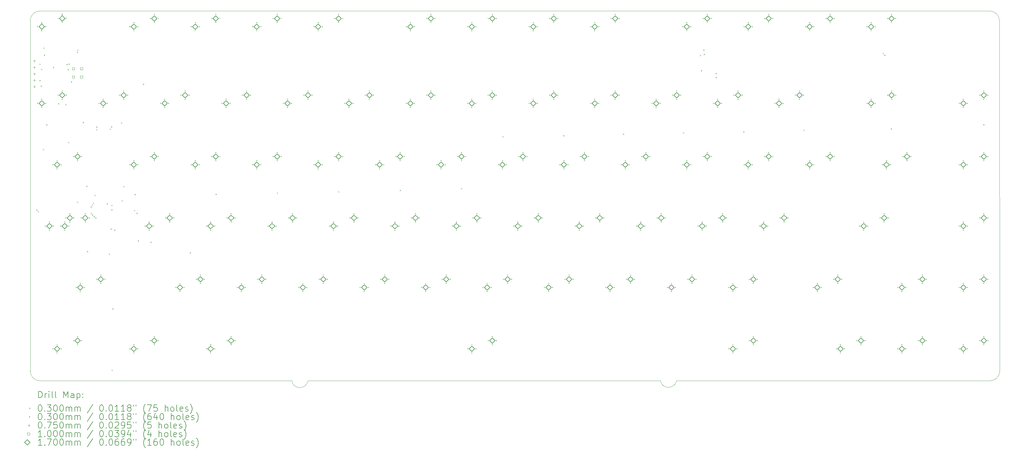
<source format=gbr>
%TF.GenerationSoftware,KiCad,Pcbnew,8.99.0-829-g0984af1676*%
%TF.CreationDate,2024-04-27T09:25:56+07:00*%
%TF.ProjectId,Nuxros75,4e757872-6f73-4373-952e-6b696361645f,rev?*%
%TF.SameCoordinates,Original*%
%TF.FileFunction,Drillmap*%
%TF.FilePolarity,Positive*%
%FSLAX45Y45*%
G04 Gerber Fmt 4.5, Leading zero omitted, Abs format (unit mm)*
G04 Created by KiCad (PCBNEW 8.99.0-829-g0984af1676) date 2024-04-27 09:25:56*
%MOMM*%
%LPD*%
G01*
G04 APERTURE LIST*
%ADD10C,0.050000*%
%ADD11C,0.200000*%
%ADD12C,0.100000*%
%ADD13C,0.170000*%
G04 APERTURE END LIST*
D10*
X-26600000Y-2520000D02*
X-26600000Y-13400000D01*
X-26300000Y-2220000D02*
X3150000Y-2220000D01*
X-17990000Y-13700000D02*
G75*
G02*
X-18490000Y-13700000I-250000J40000D01*
G01*
X3460000Y-13400000D02*
G75*
G02*
X3160000Y-13700000I-300000J0D01*
G01*
X-26600000Y-2520000D02*
G75*
G02*
X-26300000Y-2220000I300000J0D01*
G01*
X-26300000Y-13700000D02*
G75*
G02*
X-26600000Y-13400000I0J300000D01*
G01*
X3450000Y-2520000D02*
X3460000Y-13400000D01*
X-26300000Y-13700000D02*
X-18490000Y-13700000D01*
X3150000Y-2220000D02*
G75*
G02*
X3450000Y-2520000I0J-300000D01*
G01*
X-7060000Y-13700000D02*
X-17990000Y-13700000D01*
X3160000Y-13700000D02*
X-6560000Y-13700000D01*
X-6560000Y-13700000D02*
G75*
G02*
X-7060000Y-13700000I-250000J50000D01*
G01*
D11*
D12*
X-26415000Y-8385000D02*
X-26385000Y-8415000D01*
X-26385000Y-8385000D02*
X-26415000Y-8415000D01*
X-26365000Y-8436500D02*
X-26335000Y-8466500D01*
X-26335000Y-8436500D02*
X-26365000Y-8466500D01*
X-26315000Y-3855000D02*
X-26285000Y-3885000D01*
X-26285000Y-3855000D02*
X-26315000Y-3885000D01*
X-26315000Y-4365000D02*
X-26285000Y-4395000D01*
X-26285000Y-4365000D02*
X-26315000Y-4395000D01*
X-26275000Y-4535000D02*
X-26245000Y-4565000D01*
X-26245000Y-4535000D02*
X-26275000Y-4565000D01*
X-26265000Y-4015000D02*
X-26235000Y-4045000D01*
X-26235000Y-4015000D02*
X-26265000Y-4045000D01*
X-26205000Y-6505000D02*
X-26175000Y-6535000D01*
X-26175000Y-6505000D02*
X-26205000Y-6535000D01*
X-26199250Y-3356000D02*
X-26169250Y-3386000D01*
X-26169250Y-3356000D02*
X-26199250Y-3386000D01*
X-26175000Y-3575000D02*
X-26145000Y-3605000D01*
X-26145000Y-3575000D02*
X-26175000Y-3605000D01*
X-26105000Y-5737250D02*
X-26075000Y-5767250D01*
X-26075000Y-5737250D02*
X-26105000Y-5767250D01*
X-25895000Y-3955000D02*
X-25865000Y-3985000D01*
X-25865000Y-3955000D02*
X-25895000Y-3985000D01*
X-25735000Y-5080000D02*
X-25705000Y-5110000D01*
X-25705000Y-5080000D02*
X-25735000Y-5110000D01*
X-25512000Y-5105000D02*
X-25482000Y-5135000D01*
X-25482000Y-5105000D02*
X-25512000Y-5135000D01*
X-25478860Y-3866140D02*
X-25448860Y-3896140D01*
X-25448860Y-3866140D02*
X-25478860Y-3896140D01*
X-25440000Y-4025000D02*
X-25410000Y-4055000D01*
X-25410000Y-4025000D02*
X-25440000Y-4055000D01*
X-25428000Y-6282000D02*
X-25398000Y-6312000D01*
X-25398000Y-6282000D02*
X-25428000Y-6312000D01*
X-25415000Y-3855000D02*
X-25385000Y-3885000D01*
X-25385000Y-3855000D02*
X-25415000Y-3885000D01*
X-25340000Y-4405000D02*
X-25310000Y-4435000D01*
X-25310000Y-4405000D02*
X-25340000Y-4435000D01*
X-25151961Y-3482671D02*
X-25121961Y-3512671D01*
X-25121961Y-3482671D02*
X-25151961Y-3512671D01*
X-25147700Y-8138000D02*
X-25117700Y-8168000D01*
X-25117700Y-8138000D02*
X-25147700Y-8168000D01*
X-25135000Y-3418250D02*
X-25105000Y-3448250D01*
X-25105000Y-3418250D02*
X-25135000Y-3448250D01*
X-24975000Y-5665000D02*
X-24945000Y-5695000D01*
X-24945000Y-5665000D02*
X-24975000Y-5695000D01*
X-24865000Y-7645000D02*
X-24835000Y-7675000D01*
X-24835000Y-7645000D02*
X-24865000Y-7675000D01*
X-24844600Y-9675000D02*
X-24814600Y-9705000D01*
X-24814600Y-9675000D02*
X-24844600Y-9705000D01*
X-24725000Y-8285000D02*
X-24695000Y-8315000D01*
X-24695000Y-8285000D02*
X-24725000Y-8315000D01*
X-24725000Y-8485000D02*
X-24695000Y-8515000D01*
X-24695000Y-8485000D02*
X-24725000Y-8515000D01*
X-24695000Y-8225823D02*
X-24665000Y-8255823D01*
X-24665000Y-8225823D02*
X-24695000Y-8255823D01*
X-24685000Y-8535000D02*
X-24655000Y-8565000D01*
X-24655000Y-8535000D02*
X-24685000Y-8565000D01*
X-24655000Y-8174153D02*
X-24625000Y-8204153D01*
X-24625000Y-8174153D02*
X-24655000Y-8204153D01*
X-24635000Y-8585000D02*
X-24605000Y-8615000D01*
X-24605000Y-8585000D02*
X-24635000Y-8615000D01*
X-24605000Y-7925000D02*
X-24575000Y-7955000D01*
X-24575000Y-7925000D02*
X-24605000Y-7955000D01*
X-24585000Y-8631000D02*
X-24555000Y-8661000D01*
X-24555000Y-8631000D02*
X-24585000Y-8661000D01*
X-24555000Y-5805000D02*
X-24525000Y-5835000D01*
X-24525000Y-5805000D02*
X-24555000Y-5835000D01*
X-24555000Y-5885000D02*
X-24525000Y-5915000D01*
X-24525000Y-5885000D02*
X-24555000Y-5915000D01*
X-24230000Y-8191000D02*
X-24200000Y-8221000D01*
X-24200000Y-8191000D02*
X-24230000Y-8221000D01*
X-24160000Y-9752000D02*
X-24130000Y-9782000D01*
X-24130000Y-9752000D02*
X-24160000Y-9782000D01*
X-24135000Y-5875000D02*
X-24105000Y-5905000D01*
X-24105000Y-5875000D02*
X-24135000Y-5905000D01*
X-24108000Y-8973000D02*
X-24078000Y-9003000D01*
X-24078000Y-8973000D02*
X-24108000Y-9003000D01*
X-24095000Y-5802250D02*
X-24065000Y-5832250D01*
X-24065000Y-5802250D02*
X-24095000Y-5832250D01*
X-24085000Y-8235000D02*
X-24055000Y-8265000D01*
X-24055000Y-8235000D02*
X-24085000Y-8265000D01*
X-24085000Y-8375000D02*
X-24055000Y-8405000D01*
X-24055000Y-8375000D02*
X-24085000Y-8405000D01*
X-24075000Y-13357250D02*
X-24045000Y-13387250D01*
X-24045000Y-13357250D02*
X-24075000Y-13387250D01*
X-24055000Y-11452250D02*
X-24025000Y-11482250D01*
X-24025000Y-11452250D02*
X-24055000Y-11482250D01*
X-23997000Y-9006000D02*
X-23967000Y-9036000D01*
X-23967000Y-9006000D02*
X-23997000Y-9036000D01*
X-23785000Y-5672250D02*
X-23755000Y-5702250D01*
X-23755000Y-5672250D02*
X-23785000Y-5702250D01*
X-23769000Y-8094000D02*
X-23739000Y-8124000D01*
X-23739000Y-8094000D02*
X-23769000Y-8124000D01*
X-23715000Y-7655000D02*
X-23685000Y-7685000D01*
X-23685000Y-7655000D02*
X-23715000Y-7685000D01*
X-23382000Y-8397000D02*
X-23352000Y-8427000D01*
X-23352000Y-8397000D02*
X-23382000Y-8427000D01*
X-23366000Y-7903000D02*
X-23336000Y-7933000D01*
X-23336000Y-7903000D02*
X-23366000Y-7933000D01*
X-23305000Y-8485000D02*
X-23275000Y-8515000D01*
X-23275000Y-8485000D02*
X-23305000Y-8515000D01*
X-23264000Y-9339000D02*
X-23234000Y-9369000D01*
X-23234000Y-9339000D02*
X-23264000Y-9369000D01*
X-23105000Y-4475000D02*
X-23075000Y-4505000D01*
X-23075000Y-4475000D02*
X-23105000Y-4505000D01*
X-22873000Y-9384000D02*
X-22843000Y-9414000D01*
X-22843000Y-9384000D02*
X-22873000Y-9414000D01*
X-21655000Y-9712000D02*
X-21625000Y-9742000D01*
X-21625000Y-9712000D02*
X-21655000Y-9742000D01*
X-20855000Y-7895000D02*
X-20825000Y-7925000D01*
X-20825000Y-7895000D02*
X-20855000Y-7925000D01*
X-18955000Y-7855000D02*
X-18925000Y-7885000D01*
X-18925000Y-7855000D02*
X-18955000Y-7885000D01*
X-17055000Y-7815000D02*
X-17025000Y-7845000D01*
X-17025000Y-7815000D02*
X-17055000Y-7845000D01*
X-15145000Y-7775000D02*
X-15115000Y-7805000D01*
X-15115000Y-7775000D02*
X-15145000Y-7805000D01*
X-13245000Y-7715000D02*
X-13215000Y-7745000D01*
X-13215000Y-7715000D02*
X-13245000Y-7745000D01*
X-11955000Y-6105000D02*
X-11925000Y-6135000D01*
X-11925000Y-6105000D02*
X-11955000Y-6135000D01*
X-10075000Y-6075000D02*
X-10045000Y-6105000D01*
X-10045000Y-6075000D02*
X-10075000Y-6105000D01*
X-8225000Y-6025000D02*
X-8195000Y-6055000D01*
X-8195000Y-6025000D02*
X-8225000Y-6055000D01*
X-6358250Y-5988250D02*
X-6328250Y-6018250D01*
X-6328250Y-5988250D02*
X-6358250Y-6018250D01*
X-5835000Y-3585000D02*
X-5805000Y-3615000D01*
X-5805000Y-3585000D02*
X-5835000Y-3615000D01*
X-5805000Y-4055000D02*
X-5775000Y-4085000D01*
X-5775000Y-4055000D02*
X-5805000Y-4085000D01*
X-5735000Y-3418250D02*
X-5705000Y-3448250D01*
X-5705000Y-3418250D02*
X-5735000Y-3448250D01*
X-5715270Y-3555270D02*
X-5685270Y-3585270D01*
X-5685270Y-3555270D02*
X-5715270Y-3585270D01*
X-5353883Y-4145000D02*
X-5323883Y-4175000D01*
X-5323883Y-4145000D02*
X-5353883Y-4175000D01*
X-5350000Y-4267000D02*
X-5320000Y-4297000D01*
X-5320000Y-4267000D02*
X-5350000Y-4297000D01*
X-4495000Y-5955000D02*
X-4465000Y-5985000D01*
X-4465000Y-5955000D02*
X-4495000Y-5985000D01*
X-2625000Y-5905000D02*
X-2595000Y-5935000D01*
X-2595000Y-5905000D02*
X-2625000Y-5935000D01*
X-164000Y-3525000D02*
X-134000Y-3555000D01*
X-134000Y-3525000D02*
X-164000Y-3555000D01*
X-122000Y-3577000D02*
X-92000Y-3607000D01*
X-92000Y-3577000D02*
X-122000Y-3607000D01*
X85000Y-5865000D02*
X115000Y-5895000D01*
X115000Y-5865000D02*
X85000Y-5895000D01*
X2950000Y-5735000D02*
X2980000Y-5765000D01*
X2980000Y-5735000D02*
X2950000Y-5765000D01*
X-26355000Y-2704000D02*
G75*
G02*
X-26385000Y-2704000I-15000J0D01*
G01*
X-26385000Y-2704000D02*
G75*
G02*
X-26355000Y-2704000I15000J0D01*
G01*
X-26354000Y-5088000D02*
G75*
G02*
X-26384000Y-5088000I-15000J0D01*
G01*
X-26384000Y-5088000D02*
G75*
G02*
X-26354000Y-5088000I15000J0D01*
G01*
X-26231000Y-2830000D02*
G75*
G02*
X-26261000Y-2830000I-15000J0D01*
G01*
X-26261000Y-2830000D02*
G75*
G02*
X-26231000Y-2830000I15000J0D01*
G01*
X-26230000Y-2580000D02*
G75*
G02*
X-26260000Y-2580000I-15000J0D01*
G01*
X-26260000Y-2580000D02*
G75*
G02*
X-26230000Y-2580000I15000J0D01*
G01*
X-26230000Y-5214000D02*
G75*
G02*
X-26260000Y-5214000I-15000J0D01*
G01*
X-26260000Y-5214000D02*
G75*
G02*
X-26230000Y-5214000I15000J0D01*
G01*
X-26229000Y-4964000D02*
G75*
G02*
X-26259000Y-4964000I-15000J0D01*
G01*
X-26259000Y-4964000D02*
G75*
G02*
X-26229000Y-4964000I15000J0D01*
G01*
X-26115900Y-8898000D02*
G75*
G02*
X-26145900Y-8898000I-15000J0D01*
G01*
X-26145900Y-8898000D02*
G75*
G02*
X-26115900Y-8898000I15000J0D01*
G01*
X-26105000Y-2705000D02*
G75*
G02*
X-26135000Y-2705000I-15000J0D01*
G01*
X-26135000Y-2705000D02*
G75*
G02*
X-26105000Y-2705000I15000J0D01*
G01*
X-26104000Y-5089000D02*
G75*
G02*
X-26134000Y-5089000I-15000J0D01*
G01*
X-26134000Y-5089000D02*
G75*
G02*
X-26104000Y-5089000I15000J0D01*
G01*
X-25991900Y-9024000D02*
G75*
G02*
X-26021900Y-9024000I-15000J0D01*
G01*
X-26021900Y-9024000D02*
G75*
G02*
X-25991900Y-9024000I15000J0D01*
G01*
X-25990900Y-8774000D02*
G75*
G02*
X-26020900Y-8774000I-15000J0D01*
G01*
X-26020900Y-8774000D02*
G75*
G02*
X-25990900Y-8774000I15000J0D01*
G01*
X-25877700Y-6993000D02*
G75*
G02*
X-25907700Y-6993000I-15000J0D01*
G01*
X-25907700Y-6993000D02*
G75*
G02*
X-25877700Y-6993000I15000J0D01*
G01*
X-25877700Y-12708000D02*
G75*
G02*
X-25907700Y-12708000I-15000J0D01*
G01*
X-25907700Y-12708000D02*
G75*
G02*
X-25877700Y-12708000I15000J0D01*
G01*
X-25865900Y-8899000D02*
G75*
G02*
X-25895900Y-8899000I-15000J0D01*
G01*
X-25895900Y-8899000D02*
G75*
G02*
X-25865900Y-8899000I15000J0D01*
G01*
X-25753700Y-7119000D02*
G75*
G02*
X-25783700Y-7119000I-15000J0D01*
G01*
X-25783700Y-7119000D02*
G75*
G02*
X-25753700Y-7119000I15000J0D01*
G01*
X-25753700Y-12834000D02*
G75*
G02*
X-25783700Y-12834000I-15000J0D01*
G01*
X-25783700Y-12834000D02*
G75*
G02*
X-25753700Y-12834000I15000J0D01*
G01*
X-25752700Y-6869000D02*
G75*
G02*
X-25782700Y-6869000I-15000J0D01*
G01*
X-25782700Y-6869000D02*
G75*
G02*
X-25752700Y-6869000I15000J0D01*
G01*
X-25752700Y-12584000D02*
G75*
G02*
X-25782700Y-12584000I-15000J0D01*
G01*
X-25782700Y-12584000D02*
G75*
G02*
X-25752700Y-12584000I15000J0D01*
G01*
X-25720000Y-2451000D02*
G75*
G02*
X-25750000Y-2451000I-15000J0D01*
G01*
X-25750000Y-2451000D02*
G75*
G02*
X-25720000Y-2451000I15000J0D01*
G01*
X-25719000Y-4835000D02*
G75*
G02*
X-25749000Y-4835000I-15000J0D01*
G01*
X-25749000Y-4835000D02*
G75*
G02*
X-25719000Y-4835000I15000J0D01*
G01*
X-25639600Y-8898000D02*
G75*
G02*
X-25669600Y-8898000I-15000J0D01*
G01*
X-25669600Y-8898000D02*
G75*
G02*
X-25639600Y-8898000I15000J0D01*
G01*
X-25627700Y-6994000D02*
G75*
G02*
X-25657700Y-6994000I-15000J0D01*
G01*
X-25657700Y-6994000D02*
G75*
G02*
X-25627700Y-6994000I15000J0D01*
G01*
X-25627700Y-12709000D02*
G75*
G02*
X-25657700Y-12709000I-15000J0D01*
G01*
X-25657700Y-12709000D02*
G75*
G02*
X-25627700Y-12709000I15000J0D01*
G01*
X-25595000Y-2325000D02*
G75*
G02*
X-25625000Y-2325000I-15000J0D01*
G01*
X-25625000Y-2325000D02*
G75*
G02*
X-25595000Y-2325000I15000J0D01*
G01*
X-25595000Y-2575000D02*
G75*
G02*
X-25625000Y-2575000I-15000J0D01*
G01*
X-25625000Y-2575000D02*
G75*
G02*
X-25595000Y-2575000I15000J0D01*
G01*
X-25594000Y-4709000D02*
G75*
G02*
X-25624000Y-4709000I-15000J0D01*
G01*
X-25624000Y-4709000D02*
G75*
G02*
X-25594000Y-4709000I15000J0D01*
G01*
X-25594000Y-4959000D02*
G75*
G02*
X-25624000Y-4959000I-15000J0D01*
G01*
X-25624000Y-4959000D02*
G75*
G02*
X-25594000Y-4959000I15000J0D01*
G01*
X-25515600Y-9024000D02*
G75*
G02*
X-25545600Y-9024000I-15000J0D01*
G01*
X-25545600Y-9024000D02*
G75*
G02*
X-25515600Y-9024000I15000J0D01*
G01*
X-25514600Y-8774000D02*
G75*
G02*
X-25544600Y-8774000I-15000J0D01*
G01*
X-25544600Y-8774000D02*
G75*
G02*
X-25514600Y-8774000I15000J0D01*
G01*
X-25480900Y-8645000D02*
G75*
G02*
X-25510900Y-8645000I-15000J0D01*
G01*
X-25510900Y-8645000D02*
G75*
G02*
X-25480900Y-8645000I15000J0D01*
G01*
X-25471000Y-2450000D02*
G75*
G02*
X-25501000Y-2450000I-15000J0D01*
G01*
X-25501000Y-2450000D02*
G75*
G02*
X-25471000Y-2450000I15000J0D01*
G01*
X-25470000Y-4834000D02*
G75*
G02*
X-25500000Y-4834000I-15000J0D01*
G01*
X-25500000Y-4834000D02*
G75*
G02*
X-25470000Y-4834000I15000J0D01*
G01*
X-25389600Y-8899000D02*
G75*
G02*
X-25419600Y-8899000I-15000J0D01*
G01*
X-25419600Y-8899000D02*
G75*
G02*
X-25389600Y-8899000I15000J0D01*
G01*
X-25355900Y-8519000D02*
G75*
G02*
X-25385900Y-8519000I-15000J0D01*
G01*
X-25385900Y-8519000D02*
G75*
G02*
X-25355900Y-8519000I15000J0D01*
G01*
X-25355900Y-8769000D02*
G75*
G02*
X-25385900Y-8769000I-15000J0D01*
G01*
X-25385900Y-8769000D02*
G75*
G02*
X-25355900Y-8769000I15000J0D01*
G01*
X-25242700Y-6740000D02*
G75*
G02*
X-25272700Y-6740000I-15000J0D01*
G01*
X-25272700Y-6740000D02*
G75*
G02*
X-25242700Y-6740000I15000J0D01*
G01*
X-25242700Y-12455000D02*
G75*
G02*
X-25272700Y-12455000I-15000J0D01*
G01*
X-25272700Y-12455000D02*
G75*
G02*
X-25242700Y-12455000I15000J0D01*
G01*
X-25231900Y-8644000D02*
G75*
G02*
X-25261900Y-8644000I-15000J0D01*
G01*
X-25261900Y-8644000D02*
G75*
G02*
X-25231900Y-8644000I15000J0D01*
G01*
X-25155940Y-10803000D02*
G75*
G02*
X-25185940Y-10803000I-15000J0D01*
G01*
X-25185940Y-10803000D02*
G75*
G02*
X-25155940Y-10803000I15000J0D01*
G01*
X-25117700Y-6614000D02*
G75*
G02*
X-25147700Y-6614000I-15000J0D01*
G01*
X-25147700Y-6614000D02*
G75*
G02*
X-25117700Y-6614000I15000J0D01*
G01*
X-25117700Y-6864000D02*
G75*
G02*
X-25147700Y-6864000I-15000J0D01*
G01*
X-25147700Y-6864000D02*
G75*
G02*
X-25117700Y-6864000I15000J0D01*
G01*
X-25117700Y-12329000D02*
G75*
G02*
X-25147700Y-12329000I-15000J0D01*
G01*
X-25147700Y-12329000D02*
G75*
G02*
X-25117700Y-12329000I15000J0D01*
G01*
X-25117700Y-12579000D02*
G75*
G02*
X-25147700Y-12579000I-15000J0D01*
G01*
X-25147700Y-12579000D02*
G75*
G02*
X-25117700Y-12579000I15000J0D01*
G01*
X-25031940Y-10929000D02*
G75*
G02*
X-25061940Y-10929000I-15000J0D01*
G01*
X-25061940Y-10929000D02*
G75*
G02*
X-25031940Y-10929000I15000J0D01*
G01*
X-25030940Y-10679000D02*
G75*
G02*
X-25060940Y-10679000I-15000J0D01*
G01*
X-25060940Y-10679000D02*
G75*
G02*
X-25030940Y-10679000I15000J0D01*
G01*
X-25004600Y-8645000D02*
G75*
G02*
X-25034600Y-8645000I-15000J0D01*
G01*
X-25034600Y-8645000D02*
G75*
G02*
X-25004600Y-8645000I15000J0D01*
G01*
X-24993700Y-6739000D02*
G75*
G02*
X-25023700Y-6739000I-15000J0D01*
G01*
X-25023700Y-6739000D02*
G75*
G02*
X-24993700Y-6739000I15000J0D01*
G01*
X-24993700Y-12454000D02*
G75*
G02*
X-25023700Y-12454000I-15000J0D01*
G01*
X-25023700Y-12454000D02*
G75*
G02*
X-24993700Y-12454000I15000J0D01*
G01*
X-24905940Y-10804000D02*
G75*
G02*
X-24935940Y-10804000I-15000J0D01*
G01*
X-24935940Y-10804000D02*
G75*
G02*
X-24905940Y-10804000I15000J0D01*
G01*
X-24879600Y-8519000D02*
G75*
G02*
X-24909600Y-8519000I-15000J0D01*
G01*
X-24909600Y-8519000D02*
G75*
G02*
X-24879600Y-8519000I15000J0D01*
G01*
X-24879600Y-8769000D02*
G75*
G02*
X-24909600Y-8769000I-15000J0D01*
G01*
X-24909600Y-8769000D02*
G75*
G02*
X-24879600Y-8769000I15000J0D01*
G01*
X-24755600Y-8644000D02*
G75*
G02*
X-24785600Y-8644000I-15000J0D01*
G01*
X-24785600Y-8644000D02*
G75*
G02*
X-24755600Y-8644000I15000J0D01*
G01*
X-24520940Y-10550000D02*
G75*
G02*
X-24550940Y-10550000I-15000J0D01*
G01*
X-24550940Y-10550000D02*
G75*
G02*
X-24520940Y-10550000I15000J0D01*
G01*
X-24449000Y-5088000D02*
G75*
G02*
X-24479000Y-5088000I-15000J0D01*
G01*
X-24479000Y-5088000D02*
G75*
G02*
X-24449000Y-5088000I15000J0D01*
G01*
X-24395940Y-10424000D02*
G75*
G02*
X-24425940Y-10424000I-15000J0D01*
G01*
X-24425940Y-10424000D02*
G75*
G02*
X-24395940Y-10424000I15000J0D01*
G01*
X-24395940Y-10674000D02*
G75*
G02*
X-24425940Y-10674000I-15000J0D01*
G01*
X-24425940Y-10674000D02*
G75*
G02*
X-24395940Y-10674000I15000J0D01*
G01*
X-24325000Y-5214000D02*
G75*
G02*
X-24355000Y-5214000I-15000J0D01*
G01*
X-24355000Y-5214000D02*
G75*
G02*
X-24325000Y-5214000I15000J0D01*
G01*
X-24324000Y-4964000D02*
G75*
G02*
X-24354000Y-4964000I-15000J0D01*
G01*
X-24354000Y-4964000D02*
G75*
G02*
X-24324000Y-4964000I15000J0D01*
G01*
X-24271940Y-10549000D02*
G75*
G02*
X-24301940Y-10549000I-15000J0D01*
G01*
X-24301940Y-10549000D02*
G75*
G02*
X-24271940Y-10549000I15000J0D01*
G01*
X-24199000Y-5089000D02*
G75*
G02*
X-24229000Y-5089000I-15000J0D01*
G01*
X-24229000Y-5089000D02*
G75*
G02*
X-24199000Y-5089000I15000J0D01*
G01*
X-23814000Y-4835000D02*
G75*
G02*
X-23844000Y-4835000I-15000J0D01*
G01*
X-23844000Y-4835000D02*
G75*
G02*
X-23814000Y-4835000I15000J0D01*
G01*
X-23689000Y-4709000D02*
G75*
G02*
X-23719000Y-4709000I-15000J0D01*
G01*
X-23719000Y-4709000D02*
G75*
G02*
X-23689000Y-4709000I15000J0D01*
G01*
X-23689000Y-4959000D02*
G75*
G02*
X-23719000Y-4959000I-15000J0D01*
G01*
X-23719000Y-4959000D02*
G75*
G02*
X-23689000Y-4959000I15000J0D01*
G01*
X-23565000Y-4834000D02*
G75*
G02*
X-23595000Y-4834000I-15000J0D01*
G01*
X-23595000Y-4834000D02*
G75*
G02*
X-23565000Y-4834000I15000J0D01*
G01*
X-23496500Y-6993000D02*
G75*
G02*
X-23526500Y-6993000I-15000J0D01*
G01*
X-23526500Y-6993000D02*
G75*
G02*
X-23496500Y-6993000I15000J0D01*
G01*
X-23496500Y-12708000D02*
G75*
G02*
X-23526500Y-12708000I-15000J0D01*
G01*
X-23526500Y-12708000D02*
G75*
G02*
X-23496500Y-12708000I15000J0D01*
G01*
X-23496000Y-2706000D02*
G75*
G02*
X-23526000Y-2706000I-15000J0D01*
G01*
X-23526000Y-2706000D02*
G75*
G02*
X-23496000Y-2706000I15000J0D01*
G01*
X-23372500Y-7119000D02*
G75*
G02*
X-23402500Y-7119000I-15000J0D01*
G01*
X-23402500Y-7119000D02*
G75*
G02*
X-23372500Y-7119000I15000J0D01*
G01*
X-23372500Y-12834000D02*
G75*
G02*
X-23402500Y-12834000I-15000J0D01*
G01*
X-23402500Y-12834000D02*
G75*
G02*
X-23372500Y-12834000I15000J0D01*
G01*
X-23372000Y-2832000D02*
G75*
G02*
X-23402000Y-2832000I-15000J0D01*
G01*
X-23402000Y-2832000D02*
G75*
G02*
X-23372000Y-2832000I15000J0D01*
G01*
X-23371500Y-6869000D02*
G75*
G02*
X-23401500Y-6869000I-15000J0D01*
G01*
X-23401500Y-6869000D02*
G75*
G02*
X-23371500Y-6869000I15000J0D01*
G01*
X-23371500Y-12584000D02*
G75*
G02*
X-23401500Y-12584000I-15000J0D01*
G01*
X-23401500Y-12584000D02*
G75*
G02*
X-23371500Y-12584000I15000J0D01*
G01*
X-23371000Y-2582000D02*
G75*
G02*
X-23401000Y-2582000I-15000J0D01*
G01*
X-23401000Y-2582000D02*
G75*
G02*
X-23371000Y-2582000I15000J0D01*
G01*
X-23246500Y-6994000D02*
G75*
G02*
X-23276500Y-6994000I-15000J0D01*
G01*
X-23276500Y-6994000D02*
G75*
G02*
X-23246500Y-6994000I15000J0D01*
G01*
X-23246500Y-12709000D02*
G75*
G02*
X-23276500Y-12709000I-15000J0D01*
G01*
X-23276500Y-12709000D02*
G75*
G02*
X-23246500Y-12709000I15000J0D01*
G01*
X-23246000Y-2707000D02*
G75*
G02*
X-23276000Y-2707000I-15000J0D01*
G01*
X-23276000Y-2707000D02*
G75*
G02*
X-23246000Y-2707000I15000J0D01*
G01*
X-23020250Y-8898000D02*
G75*
G02*
X-23050250Y-8898000I-15000J0D01*
G01*
X-23050250Y-8898000D02*
G75*
G02*
X-23020250Y-8898000I15000J0D01*
G01*
X-22896250Y-9024000D02*
G75*
G02*
X-22926250Y-9024000I-15000J0D01*
G01*
X-22926250Y-9024000D02*
G75*
G02*
X-22896250Y-9024000I15000J0D01*
G01*
X-22895250Y-8774000D02*
G75*
G02*
X-22925250Y-8774000I-15000J0D01*
G01*
X-22925250Y-8774000D02*
G75*
G02*
X-22895250Y-8774000I15000J0D01*
G01*
X-22861500Y-6740000D02*
G75*
G02*
X-22891500Y-6740000I-15000J0D01*
G01*
X-22891500Y-6740000D02*
G75*
G02*
X-22861500Y-6740000I15000J0D01*
G01*
X-22861500Y-12455000D02*
G75*
G02*
X-22891500Y-12455000I-15000J0D01*
G01*
X-22891500Y-12455000D02*
G75*
G02*
X-22861500Y-12455000I15000J0D01*
G01*
X-22861000Y-2453000D02*
G75*
G02*
X-22891000Y-2453000I-15000J0D01*
G01*
X-22891000Y-2453000D02*
G75*
G02*
X-22861000Y-2453000I15000J0D01*
G01*
X-22770250Y-8899000D02*
G75*
G02*
X-22800250Y-8899000I-15000J0D01*
G01*
X-22800250Y-8899000D02*
G75*
G02*
X-22770250Y-8899000I15000J0D01*
G01*
X-22736500Y-6614000D02*
G75*
G02*
X-22766500Y-6614000I-15000J0D01*
G01*
X-22766500Y-6614000D02*
G75*
G02*
X-22736500Y-6614000I15000J0D01*
G01*
X-22736500Y-6864000D02*
G75*
G02*
X-22766500Y-6864000I-15000J0D01*
G01*
X-22766500Y-6864000D02*
G75*
G02*
X-22736500Y-6864000I15000J0D01*
G01*
X-22736500Y-12329000D02*
G75*
G02*
X-22766500Y-12329000I-15000J0D01*
G01*
X-22766500Y-12329000D02*
G75*
G02*
X-22736500Y-12329000I15000J0D01*
G01*
X-22736500Y-12579000D02*
G75*
G02*
X-22766500Y-12579000I-15000J0D01*
G01*
X-22766500Y-12579000D02*
G75*
G02*
X-22736500Y-12579000I15000J0D01*
G01*
X-22736000Y-2327000D02*
G75*
G02*
X-22766000Y-2327000I-15000J0D01*
G01*
X-22766000Y-2327000D02*
G75*
G02*
X-22736000Y-2327000I15000J0D01*
G01*
X-22736000Y-2577000D02*
G75*
G02*
X-22766000Y-2577000I-15000J0D01*
G01*
X-22766000Y-2577000D02*
G75*
G02*
X-22736000Y-2577000I15000J0D01*
G01*
X-22612500Y-6739000D02*
G75*
G02*
X-22642500Y-6739000I-15000J0D01*
G01*
X-22642500Y-6739000D02*
G75*
G02*
X-22612500Y-6739000I15000J0D01*
G01*
X-22612500Y-12454000D02*
G75*
G02*
X-22642500Y-12454000I-15000J0D01*
G01*
X-22642500Y-12454000D02*
G75*
G02*
X-22612500Y-12454000I15000J0D01*
G01*
X-22612000Y-2452000D02*
G75*
G02*
X-22642000Y-2452000I-15000J0D01*
G01*
X-22642000Y-2452000D02*
G75*
G02*
X-22612000Y-2452000I15000J0D01*
G01*
X-22544000Y-5088000D02*
G75*
G02*
X-22574000Y-5088000I-15000J0D01*
G01*
X-22574000Y-5088000D02*
G75*
G02*
X-22544000Y-5088000I15000J0D01*
G01*
X-22420000Y-5214000D02*
G75*
G02*
X-22450000Y-5214000I-15000J0D01*
G01*
X-22450000Y-5214000D02*
G75*
G02*
X-22420000Y-5214000I15000J0D01*
G01*
X-22419000Y-4964000D02*
G75*
G02*
X-22449000Y-4964000I-15000J0D01*
G01*
X-22449000Y-4964000D02*
G75*
G02*
X-22419000Y-4964000I15000J0D01*
G01*
X-22385250Y-8645000D02*
G75*
G02*
X-22415250Y-8645000I-15000J0D01*
G01*
X-22415250Y-8645000D02*
G75*
G02*
X-22385250Y-8645000I15000J0D01*
G01*
X-22294000Y-5089000D02*
G75*
G02*
X-22324000Y-5089000I-15000J0D01*
G01*
X-22324000Y-5089000D02*
G75*
G02*
X-22294000Y-5089000I15000J0D01*
G01*
X-22260250Y-8519000D02*
G75*
G02*
X-22290250Y-8519000I-15000J0D01*
G01*
X-22290250Y-8519000D02*
G75*
G02*
X-22260250Y-8519000I15000J0D01*
G01*
X-22260250Y-8769000D02*
G75*
G02*
X-22290250Y-8769000I-15000J0D01*
G01*
X-22290250Y-8769000D02*
G75*
G02*
X-22260250Y-8769000I15000J0D01*
G01*
X-22136250Y-8644000D02*
G75*
G02*
X-22166250Y-8644000I-15000J0D01*
G01*
X-22166250Y-8644000D02*
G75*
G02*
X-22136250Y-8644000I15000J0D01*
G01*
X-22067750Y-10803000D02*
G75*
G02*
X-22097750Y-10803000I-15000J0D01*
G01*
X-22097750Y-10803000D02*
G75*
G02*
X-22067750Y-10803000I15000J0D01*
G01*
X-21943750Y-10929000D02*
G75*
G02*
X-21973750Y-10929000I-15000J0D01*
G01*
X-21973750Y-10929000D02*
G75*
G02*
X-21943750Y-10929000I15000J0D01*
G01*
X-21942750Y-10679000D02*
G75*
G02*
X-21972750Y-10679000I-15000J0D01*
G01*
X-21972750Y-10679000D02*
G75*
G02*
X-21942750Y-10679000I15000J0D01*
G01*
X-21909000Y-4835000D02*
G75*
G02*
X-21939000Y-4835000I-15000J0D01*
G01*
X-21939000Y-4835000D02*
G75*
G02*
X-21909000Y-4835000I15000J0D01*
G01*
X-21817750Y-10804000D02*
G75*
G02*
X-21847750Y-10804000I-15000J0D01*
G01*
X-21847750Y-10804000D02*
G75*
G02*
X-21817750Y-10804000I15000J0D01*
G01*
X-21784000Y-4709000D02*
G75*
G02*
X-21814000Y-4709000I-15000J0D01*
G01*
X-21814000Y-4709000D02*
G75*
G02*
X-21784000Y-4709000I15000J0D01*
G01*
X-21784000Y-4959000D02*
G75*
G02*
X-21814000Y-4959000I-15000J0D01*
G01*
X-21814000Y-4959000D02*
G75*
G02*
X-21784000Y-4959000I15000J0D01*
G01*
X-21660000Y-4834000D02*
G75*
G02*
X-21690000Y-4834000I-15000J0D01*
G01*
X-21690000Y-4834000D02*
G75*
G02*
X-21660000Y-4834000I15000J0D01*
G01*
X-21591500Y-6993000D02*
G75*
G02*
X-21621500Y-6993000I-15000J0D01*
G01*
X-21621500Y-6993000D02*
G75*
G02*
X-21591500Y-6993000I15000J0D01*
G01*
X-21591000Y-2706000D02*
G75*
G02*
X-21621000Y-2706000I-15000J0D01*
G01*
X-21621000Y-2706000D02*
G75*
G02*
X-21591000Y-2706000I15000J0D01*
G01*
X-21467500Y-7119000D02*
G75*
G02*
X-21497500Y-7119000I-15000J0D01*
G01*
X-21497500Y-7119000D02*
G75*
G02*
X-21467500Y-7119000I15000J0D01*
G01*
X-21467000Y-2832000D02*
G75*
G02*
X-21497000Y-2832000I-15000J0D01*
G01*
X-21497000Y-2832000D02*
G75*
G02*
X-21467000Y-2832000I15000J0D01*
G01*
X-21466500Y-6869000D02*
G75*
G02*
X-21496500Y-6869000I-15000J0D01*
G01*
X-21496500Y-6869000D02*
G75*
G02*
X-21466500Y-6869000I15000J0D01*
G01*
X-21466000Y-2582000D02*
G75*
G02*
X-21496000Y-2582000I-15000J0D01*
G01*
X-21496000Y-2582000D02*
G75*
G02*
X-21466000Y-2582000I15000J0D01*
G01*
X-21432750Y-10550000D02*
G75*
G02*
X-21462750Y-10550000I-15000J0D01*
G01*
X-21462750Y-10550000D02*
G75*
G02*
X-21432750Y-10550000I15000J0D01*
G01*
X-21341500Y-6994000D02*
G75*
G02*
X-21371500Y-6994000I-15000J0D01*
G01*
X-21371500Y-6994000D02*
G75*
G02*
X-21341500Y-6994000I15000J0D01*
G01*
X-21341000Y-2707000D02*
G75*
G02*
X-21371000Y-2707000I-15000J0D01*
G01*
X-21371000Y-2707000D02*
G75*
G02*
X-21341000Y-2707000I15000J0D01*
G01*
X-21307750Y-10424000D02*
G75*
G02*
X-21337750Y-10424000I-15000J0D01*
G01*
X-21337750Y-10424000D02*
G75*
G02*
X-21307750Y-10424000I15000J0D01*
G01*
X-21307750Y-10674000D02*
G75*
G02*
X-21337750Y-10674000I-15000J0D01*
G01*
X-21337750Y-10674000D02*
G75*
G02*
X-21307750Y-10674000I15000J0D01*
G01*
X-21183750Y-10549000D02*
G75*
G02*
X-21213750Y-10549000I-15000J0D01*
G01*
X-21213750Y-10549000D02*
G75*
G02*
X-21183750Y-10549000I15000J0D01*
G01*
X-21115250Y-8898000D02*
G75*
G02*
X-21145250Y-8898000I-15000J0D01*
G01*
X-21145250Y-8898000D02*
G75*
G02*
X-21115250Y-8898000I15000J0D01*
G01*
X-21115200Y-12708000D02*
G75*
G02*
X-21145200Y-12708000I-15000J0D01*
G01*
X-21145200Y-12708000D02*
G75*
G02*
X-21115200Y-12708000I15000J0D01*
G01*
X-20991250Y-9024000D02*
G75*
G02*
X-21021250Y-9024000I-15000J0D01*
G01*
X-21021250Y-9024000D02*
G75*
G02*
X-20991250Y-9024000I15000J0D01*
G01*
X-20991200Y-12834000D02*
G75*
G02*
X-21021200Y-12834000I-15000J0D01*
G01*
X-21021200Y-12834000D02*
G75*
G02*
X-20991200Y-12834000I15000J0D01*
G01*
X-20990250Y-8774000D02*
G75*
G02*
X-21020250Y-8774000I-15000J0D01*
G01*
X-21020250Y-8774000D02*
G75*
G02*
X-20990250Y-8774000I15000J0D01*
G01*
X-20990200Y-12584000D02*
G75*
G02*
X-21020200Y-12584000I-15000J0D01*
G01*
X-21020200Y-12584000D02*
G75*
G02*
X-20990200Y-12584000I15000J0D01*
G01*
X-20956500Y-6740000D02*
G75*
G02*
X-20986500Y-6740000I-15000J0D01*
G01*
X-20986500Y-6740000D02*
G75*
G02*
X-20956500Y-6740000I15000J0D01*
G01*
X-20956000Y-2453000D02*
G75*
G02*
X-20986000Y-2453000I-15000J0D01*
G01*
X-20986000Y-2453000D02*
G75*
G02*
X-20956000Y-2453000I15000J0D01*
G01*
X-20865250Y-8899000D02*
G75*
G02*
X-20895250Y-8899000I-15000J0D01*
G01*
X-20895250Y-8899000D02*
G75*
G02*
X-20865250Y-8899000I15000J0D01*
G01*
X-20865200Y-12709000D02*
G75*
G02*
X-20895200Y-12709000I-15000J0D01*
G01*
X-20895200Y-12709000D02*
G75*
G02*
X-20865200Y-12709000I15000J0D01*
G01*
X-20831500Y-6614000D02*
G75*
G02*
X-20861500Y-6614000I-15000J0D01*
G01*
X-20861500Y-6614000D02*
G75*
G02*
X-20831500Y-6614000I15000J0D01*
G01*
X-20831500Y-6864000D02*
G75*
G02*
X-20861500Y-6864000I-15000J0D01*
G01*
X-20861500Y-6864000D02*
G75*
G02*
X-20831500Y-6864000I15000J0D01*
G01*
X-20831000Y-2327000D02*
G75*
G02*
X-20861000Y-2327000I-15000J0D01*
G01*
X-20861000Y-2327000D02*
G75*
G02*
X-20831000Y-2327000I15000J0D01*
G01*
X-20831000Y-2577000D02*
G75*
G02*
X-20861000Y-2577000I-15000J0D01*
G01*
X-20861000Y-2577000D02*
G75*
G02*
X-20831000Y-2577000I15000J0D01*
G01*
X-20707500Y-6739000D02*
G75*
G02*
X-20737500Y-6739000I-15000J0D01*
G01*
X-20737500Y-6739000D02*
G75*
G02*
X-20707500Y-6739000I15000J0D01*
G01*
X-20707000Y-2452000D02*
G75*
G02*
X-20737000Y-2452000I-15000J0D01*
G01*
X-20737000Y-2452000D02*
G75*
G02*
X-20707000Y-2452000I15000J0D01*
G01*
X-20639000Y-5088000D02*
G75*
G02*
X-20669000Y-5088000I-15000J0D01*
G01*
X-20669000Y-5088000D02*
G75*
G02*
X-20639000Y-5088000I15000J0D01*
G01*
X-20515000Y-5214000D02*
G75*
G02*
X-20545000Y-5214000I-15000J0D01*
G01*
X-20545000Y-5214000D02*
G75*
G02*
X-20515000Y-5214000I15000J0D01*
G01*
X-20514000Y-4964000D02*
G75*
G02*
X-20544000Y-4964000I-15000J0D01*
G01*
X-20544000Y-4964000D02*
G75*
G02*
X-20514000Y-4964000I15000J0D01*
G01*
X-20480250Y-8645000D02*
G75*
G02*
X-20510250Y-8645000I-15000J0D01*
G01*
X-20510250Y-8645000D02*
G75*
G02*
X-20480250Y-8645000I15000J0D01*
G01*
X-20480200Y-12455000D02*
G75*
G02*
X-20510200Y-12455000I-15000J0D01*
G01*
X-20510200Y-12455000D02*
G75*
G02*
X-20480200Y-12455000I15000J0D01*
G01*
X-20389000Y-5089000D02*
G75*
G02*
X-20419000Y-5089000I-15000J0D01*
G01*
X-20419000Y-5089000D02*
G75*
G02*
X-20389000Y-5089000I15000J0D01*
G01*
X-20355250Y-8519000D02*
G75*
G02*
X-20385250Y-8519000I-15000J0D01*
G01*
X-20385250Y-8519000D02*
G75*
G02*
X-20355250Y-8519000I15000J0D01*
G01*
X-20355250Y-8769000D02*
G75*
G02*
X-20385250Y-8769000I-15000J0D01*
G01*
X-20385250Y-8769000D02*
G75*
G02*
X-20355250Y-8769000I15000J0D01*
G01*
X-20355200Y-12329000D02*
G75*
G02*
X-20385200Y-12329000I-15000J0D01*
G01*
X-20385200Y-12329000D02*
G75*
G02*
X-20355200Y-12329000I15000J0D01*
G01*
X-20355200Y-12579000D02*
G75*
G02*
X-20385200Y-12579000I-15000J0D01*
G01*
X-20385200Y-12579000D02*
G75*
G02*
X-20355200Y-12579000I15000J0D01*
G01*
X-20231250Y-8644000D02*
G75*
G02*
X-20261250Y-8644000I-15000J0D01*
G01*
X-20261250Y-8644000D02*
G75*
G02*
X-20231250Y-8644000I15000J0D01*
G01*
X-20231200Y-12454000D02*
G75*
G02*
X-20261200Y-12454000I-15000J0D01*
G01*
X-20261200Y-12454000D02*
G75*
G02*
X-20231200Y-12454000I15000J0D01*
G01*
X-20162750Y-10803000D02*
G75*
G02*
X-20192750Y-10803000I-15000J0D01*
G01*
X-20192750Y-10803000D02*
G75*
G02*
X-20162750Y-10803000I15000J0D01*
G01*
X-20038750Y-10929000D02*
G75*
G02*
X-20068750Y-10929000I-15000J0D01*
G01*
X-20068750Y-10929000D02*
G75*
G02*
X-20038750Y-10929000I15000J0D01*
G01*
X-20037750Y-10679000D02*
G75*
G02*
X-20067750Y-10679000I-15000J0D01*
G01*
X-20067750Y-10679000D02*
G75*
G02*
X-20037750Y-10679000I15000J0D01*
G01*
X-20004000Y-4835000D02*
G75*
G02*
X-20034000Y-4835000I-15000J0D01*
G01*
X-20034000Y-4835000D02*
G75*
G02*
X-20004000Y-4835000I15000J0D01*
G01*
X-19912750Y-10804000D02*
G75*
G02*
X-19942750Y-10804000I-15000J0D01*
G01*
X-19942750Y-10804000D02*
G75*
G02*
X-19912750Y-10804000I15000J0D01*
G01*
X-19879000Y-4709000D02*
G75*
G02*
X-19909000Y-4709000I-15000J0D01*
G01*
X-19909000Y-4709000D02*
G75*
G02*
X-19879000Y-4709000I15000J0D01*
G01*
X-19879000Y-4959000D02*
G75*
G02*
X-19909000Y-4959000I-15000J0D01*
G01*
X-19909000Y-4959000D02*
G75*
G02*
X-19879000Y-4959000I15000J0D01*
G01*
X-19755000Y-4834000D02*
G75*
G02*
X-19785000Y-4834000I-15000J0D01*
G01*
X-19785000Y-4834000D02*
G75*
G02*
X-19755000Y-4834000I15000J0D01*
G01*
X-19686500Y-6993000D02*
G75*
G02*
X-19716500Y-6993000I-15000J0D01*
G01*
X-19716500Y-6993000D02*
G75*
G02*
X-19686500Y-6993000I15000J0D01*
G01*
X-19686000Y-2706000D02*
G75*
G02*
X-19716000Y-2706000I-15000J0D01*
G01*
X-19716000Y-2706000D02*
G75*
G02*
X-19686000Y-2706000I15000J0D01*
G01*
X-19562500Y-7119000D02*
G75*
G02*
X-19592500Y-7119000I-15000J0D01*
G01*
X-19592500Y-7119000D02*
G75*
G02*
X-19562500Y-7119000I15000J0D01*
G01*
X-19562000Y-2832000D02*
G75*
G02*
X-19592000Y-2832000I-15000J0D01*
G01*
X-19592000Y-2832000D02*
G75*
G02*
X-19562000Y-2832000I15000J0D01*
G01*
X-19561500Y-6869000D02*
G75*
G02*
X-19591500Y-6869000I-15000J0D01*
G01*
X-19591500Y-6869000D02*
G75*
G02*
X-19561500Y-6869000I15000J0D01*
G01*
X-19561000Y-2582000D02*
G75*
G02*
X-19591000Y-2582000I-15000J0D01*
G01*
X-19591000Y-2582000D02*
G75*
G02*
X-19561000Y-2582000I15000J0D01*
G01*
X-19527750Y-10550000D02*
G75*
G02*
X-19557750Y-10550000I-15000J0D01*
G01*
X-19557750Y-10550000D02*
G75*
G02*
X-19527750Y-10550000I15000J0D01*
G01*
X-19436500Y-6994000D02*
G75*
G02*
X-19466500Y-6994000I-15000J0D01*
G01*
X-19466500Y-6994000D02*
G75*
G02*
X-19436500Y-6994000I15000J0D01*
G01*
X-19436000Y-2707000D02*
G75*
G02*
X-19466000Y-2707000I-15000J0D01*
G01*
X-19466000Y-2707000D02*
G75*
G02*
X-19436000Y-2707000I15000J0D01*
G01*
X-19402750Y-10424000D02*
G75*
G02*
X-19432750Y-10424000I-15000J0D01*
G01*
X-19432750Y-10424000D02*
G75*
G02*
X-19402750Y-10424000I15000J0D01*
G01*
X-19402750Y-10674000D02*
G75*
G02*
X-19432750Y-10674000I-15000J0D01*
G01*
X-19432750Y-10674000D02*
G75*
G02*
X-19402750Y-10674000I15000J0D01*
G01*
X-19278750Y-10549000D02*
G75*
G02*
X-19308750Y-10549000I-15000J0D01*
G01*
X-19308750Y-10549000D02*
G75*
G02*
X-19278750Y-10549000I15000J0D01*
G01*
X-19210250Y-8898000D02*
G75*
G02*
X-19240250Y-8898000I-15000J0D01*
G01*
X-19240250Y-8898000D02*
G75*
G02*
X-19210250Y-8898000I15000J0D01*
G01*
X-19086250Y-9024000D02*
G75*
G02*
X-19116250Y-9024000I-15000J0D01*
G01*
X-19116250Y-9024000D02*
G75*
G02*
X-19086250Y-9024000I15000J0D01*
G01*
X-19085250Y-8774000D02*
G75*
G02*
X-19115250Y-8774000I-15000J0D01*
G01*
X-19115250Y-8774000D02*
G75*
G02*
X-19085250Y-8774000I15000J0D01*
G01*
X-19051500Y-6740000D02*
G75*
G02*
X-19081500Y-6740000I-15000J0D01*
G01*
X-19081500Y-6740000D02*
G75*
G02*
X-19051500Y-6740000I15000J0D01*
G01*
X-19051000Y-2453000D02*
G75*
G02*
X-19081000Y-2453000I-15000J0D01*
G01*
X-19081000Y-2453000D02*
G75*
G02*
X-19051000Y-2453000I15000J0D01*
G01*
X-18960250Y-8899000D02*
G75*
G02*
X-18990250Y-8899000I-15000J0D01*
G01*
X-18990250Y-8899000D02*
G75*
G02*
X-18960250Y-8899000I15000J0D01*
G01*
X-18926500Y-6614000D02*
G75*
G02*
X-18956500Y-6614000I-15000J0D01*
G01*
X-18956500Y-6614000D02*
G75*
G02*
X-18926500Y-6614000I15000J0D01*
G01*
X-18926500Y-6864000D02*
G75*
G02*
X-18956500Y-6864000I-15000J0D01*
G01*
X-18956500Y-6864000D02*
G75*
G02*
X-18926500Y-6864000I15000J0D01*
G01*
X-18926000Y-2327000D02*
G75*
G02*
X-18956000Y-2327000I-15000J0D01*
G01*
X-18956000Y-2327000D02*
G75*
G02*
X-18926000Y-2327000I15000J0D01*
G01*
X-18926000Y-2577000D02*
G75*
G02*
X-18956000Y-2577000I-15000J0D01*
G01*
X-18956000Y-2577000D02*
G75*
G02*
X-18926000Y-2577000I15000J0D01*
G01*
X-18802500Y-6739000D02*
G75*
G02*
X-18832500Y-6739000I-15000J0D01*
G01*
X-18832500Y-6739000D02*
G75*
G02*
X-18802500Y-6739000I15000J0D01*
G01*
X-18802000Y-2452000D02*
G75*
G02*
X-18832000Y-2452000I-15000J0D01*
G01*
X-18832000Y-2452000D02*
G75*
G02*
X-18802000Y-2452000I15000J0D01*
G01*
X-18734000Y-5088000D02*
G75*
G02*
X-18764000Y-5088000I-15000J0D01*
G01*
X-18764000Y-5088000D02*
G75*
G02*
X-18734000Y-5088000I15000J0D01*
G01*
X-18610000Y-5214000D02*
G75*
G02*
X-18640000Y-5214000I-15000J0D01*
G01*
X-18640000Y-5214000D02*
G75*
G02*
X-18610000Y-5214000I15000J0D01*
G01*
X-18609000Y-4964000D02*
G75*
G02*
X-18639000Y-4964000I-15000J0D01*
G01*
X-18639000Y-4964000D02*
G75*
G02*
X-18609000Y-4964000I15000J0D01*
G01*
X-18575250Y-8645000D02*
G75*
G02*
X-18605250Y-8645000I-15000J0D01*
G01*
X-18605250Y-8645000D02*
G75*
G02*
X-18575250Y-8645000I15000J0D01*
G01*
X-18484000Y-5089000D02*
G75*
G02*
X-18514000Y-5089000I-15000J0D01*
G01*
X-18514000Y-5089000D02*
G75*
G02*
X-18484000Y-5089000I15000J0D01*
G01*
X-18450250Y-8519000D02*
G75*
G02*
X-18480250Y-8519000I-15000J0D01*
G01*
X-18480250Y-8519000D02*
G75*
G02*
X-18450250Y-8519000I15000J0D01*
G01*
X-18450250Y-8769000D02*
G75*
G02*
X-18480250Y-8769000I-15000J0D01*
G01*
X-18480250Y-8769000D02*
G75*
G02*
X-18450250Y-8769000I15000J0D01*
G01*
X-18326250Y-8644000D02*
G75*
G02*
X-18356250Y-8644000I-15000J0D01*
G01*
X-18356250Y-8644000D02*
G75*
G02*
X-18326250Y-8644000I15000J0D01*
G01*
X-18257750Y-10803000D02*
G75*
G02*
X-18287750Y-10803000I-15000J0D01*
G01*
X-18287750Y-10803000D02*
G75*
G02*
X-18257750Y-10803000I15000J0D01*
G01*
X-18133750Y-10929000D02*
G75*
G02*
X-18163750Y-10929000I-15000J0D01*
G01*
X-18163750Y-10929000D02*
G75*
G02*
X-18133750Y-10929000I15000J0D01*
G01*
X-18132750Y-10679000D02*
G75*
G02*
X-18162750Y-10679000I-15000J0D01*
G01*
X-18162750Y-10679000D02*
G75*
G02*
X-18132750Y-10679000I15000J0D01*
G01*
X-18099000Y-4835000D02*
G75*
G02*
X-18129000Y-4835000I-15000J0D01*
G01*
X-18129000Y-4835000D02*
G75*
G02*
X-18099000Y-4835000I15000J0D01*
G01*
X-18007750Y-10804000D02*
G75*
G02*
X-18037750Y-10804000I-15000J0D01*
G01*
X-18037750Y-10804000D02*
G75*
G02*
X-18007750Y-10804000I15000J0D01*
G01*
X-17974000Y-4709000D02*
G75*
G02*
X-18004000Y-4709000I-15000J0D01*
G01*
X-18004000Y-4709000D02*
G75*
G02*
X-17974000Y-4709000I15000J0D01*
G01*
X-17974000Y-4959000D02*
G75*
G02*
X-18004000Y-4959000I-15000J0D01*
G01*
X-18004000Y-4959000D02*
G75*
G02*
X-17974000Y-4959000I15000J0D01*
G01*
X-17850000Y-4834000D02*
G75*
G02*
X-17880000Y-4834000I-15000J0D01*
G01*
X-17880000Y-4834000D02*
G75*
G02*
X-17850000Y-4834000I15000J0D01*
G01*
X-17781500Y-6993000D02*
G75*
G02*
X-17811500Y-6993000I-15000J0D01*
G01*
X-17811500Y-6993000D02*
G75*
G02*
X-17781500Y-6993000I15000J0D01*
G01*
X-17781000Y-2706000D02*
G75*
G02*
X-17811000Y-2706000I-15000J0D01*
G01*
X-17811000Y-2706000D02*
G75*
G02*
X-17781000Y-2706000I15000J0D01*
G01*
X-17657500Y-7119000D02*
G75*
G02*
X-17687500Y-7119000I-15000J0D01*
G01*
X-17687500Y-7119000D02*
G75*
G02*
X-17657500Y-7119000I15000J0D01*
G01*
X-17657000Y-2832000D02*
G75*
G02*
X-17687000Y-2832000I-15000J0D01*
G01*
X-17687000Y-2832000D02*
G75*
G02*
X-17657000Y-2832000I15000J0D01*
G01*
X-17656500Y-6869000D02*
G75*
G02*
X-17686500Y-6869000I-15000J0D01*
G01*
X-17686500Y-6869000D02*
G75*
G02*
X-17656500Y-6869000I15000J0D01*
G01*
X-17656000Y-2582000D02*
G75*
G02*
X-17686000Y-2582000I-15000J0D01*
G01*
X-17686000Y-2582000D02*
G75*
G02*
X-17656000Y-2582000I15000J0D01*
G01*
X-17622750Y-10550000D02*
G75*
G02*
X-17652750Y-10550000I-15000J0D01*
G01*
X-17652750Y-10550000D02*
G75*
G02*
X-17622750Y-10550000I15000J0D01*
G01*
X-17531500Y-6994000D02*
G75*
G02*
X-17561500Y-6994000I-15000J0D01*
G01*
X-17561500Y-6994000D02*
G75*
G02*
X-17531500Y-6994000I15000J0D01*
G01*
X-17531000Y-2707000D02*
G75*
G02*
X-17561000Y-2707000I-15000J0D01*
G01*
X-17561000Y-2707000D02*
G75*
G02*
X-17531000Y-2707000I15000J0D01*
G01*
X-17497750Y-10424000D02*
G75*
G02*
X-17527750Y-10424000I-15000J0D01*
G01*
X-17527750Y-10424000D02*
G75*
G02*
X-17497750Y-10424000I15000J0D01*
G01*
X-17497750Y-10674000D02*
G75*
G02*
X-17527750Y-10674000I-15000J0D01*
G01*
X-17527750Y-10674000D02*
G75*
G02*
X-17497750Y-10674000I15000J0D01*
G01*
X-17373750Y-10549000D02*
G75*
G02*
X-17403750Y-10549000I-15000J0D01*
G01*
X-17403750Y-10549000D02*
G75*
G02*
X-17373750Y-10549000I15000J0D01*
G01*
X-17305250Y-8898000D02*
G75*
G02*
X-17335250Y-8898000I-15000J0D01*
G01*
X-17335250Y-8898000D02*
G75*
G02*
X-17305250Y-8898000I15000J0D01*
G01*
X-17181250Y-9024000D02*
G75*
G02*
X-17211250Y-9024000I-15000J0D01*
G01*
X-17211250Y-9024000D02*
G75*
G02*
X-17181250Y-9024000I15000J0D01*
G01*
X-17180250Y-8774000D02*
G75*
G02*
X-17210250Y-8774000I-15000J0D01*
G01*
X-17210250Y-8774000D02*
G75*
G02*
X-17180250Y-8774000I15000J0D01*
G01*
X-17146500Y-6740000D02*
G75*
G02*
X-17176500Y-6740000I-15000J0D01*
G01*
X-17176500Y-6740000D02*
G75*
G02*
X-17146500Y-6740000I15000J0D01*
G01*
X-17146000Y-2453000D02*
G75*
G02*
X-17176000Y-2453000I-15000J0D01*
G01*
X-17176000Y-2453000D02*
G75*
G02*
X-17146000Y-2453000I15000J0D01*
G01*
X-17055250Y-8899000D02*
G75*
G02*
X-17085250Y-8899000I-15000J0D01*
G01*
X-17085250Y-8899000D02*
G75*
G02*
X-17055250Y-8899000I15000J0D01*
G01*
X-17021500Y-6614000D02*
G75*
G02*
X-17051500Y-6614000I-15000J0D01*
G01*
X-17051500Y-6614000D02*
G75*
G02*
X-17021500Y-6614000I15000J0D01*
G01*
X-17021500Y-6864000D02*
G75*
G02*
X-17051500Y-6864000I-15000J0D01*
G01*
X-17051500Y-6864000D02*
G75*
G02*
X-17021500Y-6864000I15000J0D01*
G01*
X-17021000Y-2327000D02*
G75*
G02*
X-17051000Y-2327000I-15000J0D01*
G01*
X-17051000Y-2327000D02*
G75*
G02*
X-17021000Y-2327000I15000J0D01*
G01*
X-17021000Y-2577000D02*
G75*
G02*
X-17051000Y-2577000I-15000J0D01*
G01*
X-17051000Y-2577000D02*
G75*
G02*
X-17021000Y-2577000I15000J0D01*
G01*
X-16897500Y-6739000D02*
G75*
G02*
X-16927500Y-6739000I-15000J0D01*
G01*
X-16927500Y-6739000D02*
G75*
G02*
X-16897500Y-6739000I15000J0D01*
G01*
X-16897000Y-2452000D02*
G75*
G02*
X-16927000Y-2452000I-15000J0D01*
G01*
X-16927000Y-2452000D02*
G75*
G02*
X-16897000Y-2452000I15000J0D01*
G01*
X-16829000Y-5088000D02*
G75*
G02*
X-16859000Y-5088000I-15000J0D01*
G01*
X-16859000Y-5088000D02*
G75*
G02*
X-16829000Y-5088000I15000J0D01*
G01*
X-16705000Y-5214000D02*
G75*
G02*
X-16735000Y-5214000I-15000J0D01*
G01*
X-16735000Y-5214000D02*
G75*
G02*
X-16705000Y-5214000I15000J0D01*
G01*
X-16704000Y-4964000D02*
G75*
G02*
X-16734000Y-4964000I-15000J0D01*
G01*
X-16734000Y-4964000D02*
G75*
G02*
X-16704000Y-4964000I15000J0D01*
G01*
X-16670250Y-8645000D02*
G75*
G02*
X-16700250Y-8645000I-15000J0D01*
G01*
X-16700250Y-8645000D02*
G75*
G02*
X-16670250Y-8645000I15000J0D01*
G01*
X-16579000Y-5089000D02*
G75*
G02*
X-16609000Y-5089000I-15000J0D01*
G01*
X-16609000Y-5089000D02*
G75*
G02*
X-16579000Y-5089000I15000J0D01*
G01*
X-16545250Y-8519000D02*
G75*
G02*
X-16575250Y-8519000I-15000J0D01*
G01*
X-16575250Y-8519000D02*
G75*
G02*
X-16545250Y-8519000I15000J0D01*
G01*
X-16545250Y-8769000D02*
G75*
G02*
X-16575250Y-8769000I-15000J0D01*
G01*
X-16575250Y-8769000D02*
G75*
G02*
X-16545250Y-8769000I15000J0D01*
G01*
X-16421250Y-8644000D02*
G75*
G02*
X-16451250Y-8644000I-15000J0D01*
G01*
X-16451250Y-8644000D02*
G75*
G02*
X-16421250Y-8644000I15000J0D01*
G01*
X-16352750Y-10803000D02*
G75*
G02*
X-16382750Y-10803000I-15000J0D01*
G01*
X-16382750Y-10803000D02*
G75*
G02*
X-16352750Y-10803000I15000J0D01*
G01*
X-16228750Y-10929000D02*
G75*
G02*
X-16258750Y-10929000I-15000J0D01*
G01*
X-16258750Y-10929000D02*
G75*
G02*
X-16228750Y-10929000I15000J0D01*
G01*
X-16227750Y-10679000D02*
G75*
G02*
X-16257750Y-10679000I-15000J0D01*
G01*
X-16257750Y-10679000D02*
G75*
G02*
X-16227750Y-10679000I15000J0D01*
G01*
X-16194000Y-4835000D02*
G75*
G02*
X-16224000Y-4835000I-15000J0D01*
G01*
X-16224000Y-4835000D02*
G75*
G02*
X-16194000Y-4835000I15000J0D01*
G01*
X-16102750Y-10804000D02*
G75*
G02*
X-16132750Y-10804000I-15000J0D01*
G01*
X-16132750Y-10804000D02*
G75*
G02*
X-16102750Y-10804000I15000J0D01*
G01*
X-16069000Y-4709000D02*
G75*
G02*
X-16099000Y-4709000I-15000J0D01*
G01*
X-16099000Y-4709000D02*
G75*
G02*
X-16069000Y-4709000I15000J0D01*
G01*
X-16069000Y-4959000D02*
G75*
G02*
X-16099000Y-4959000I-15000J0D01*
G01*
X-16099000Y-4959000D02*
G75*
G02*
X-16069000Y-4959000I15000J0D01*
G01*
X-15945000Y-4834000D02*
G75*
G02*
X-15975000Y-4834000I-15000J0D01*
G01*
X-15975000Y-4834000D02*
G75*
G02*
X-15945000Y-4834000I15000J0D01*
G01*
X-15876500Y-6993000D02*
G75*
G02*
X-15906500Y-6993000I-15000J0D01*
G01*
X-15906500Y-6993000D02*
G75*
G02*
X-15876500Y-6993000I15000J0D01*
G01*
X-15752500Y-7119000D02*
G75*
G02*
X-15782500Y-7119000I-15000J0D01*
G01*
X-15782500Y-7119000D02*
G75*
G02*
X-15752500Y-7119000I15000J0D01*
G01*
X-15751500Y-6869000D02*
G75*
G02*
X-15781500Y-6869000I-15000J0D01*
G01*
X-15781500Y-6869000D02*
G75*
G02*
X-15751500Y-6869000I15000J0D01*
G01*
X-15717750Y-10550000D02*
G75*
G02*
X-15747750Y-10550000I-15000J0D01*
G01*
X-15747750Y-10550000D02*
G75*
G02*
X-15717750Y-10550000I15000J0D01*
G01*
X-15626500Y-6994000D02*
G75*
G02*
X-15656500Y-6994000I-15000J0D01*
G01*
X-15656500Y-6994000D02*
G75*
G02*
X-15626500Y-6994000I15000J0D01*
G01*
X-15592750Y-10424000D02*
G75*
G02*
X-15622750Y-10424000I-15000J0D01*
G01*
X-15622750Y-10424000D02*
G75*
G02*
X-15592750Y-10424000I15000J0D01*
G01*
X-15592750Y-10674000D02*
G75*
G02*
X-15622750Y-10674000I-15000J0D01*
G01*
X-15622750Y-10674000D02*
G75*
G02*
X-15592750Y-10674000I15000J0D01*
G01*
X-15468750Y-10549000D02*
G75*
G02*
X-15498750Y-10549000I-15000J0D01*
G01*
X-15498750Y-10549000D02*
G75*
G02*
X-15468750Y-10549000I15000J0D01*
G01*
X-15400250Y-8898000D02*
G75*
G02*
X-15430250Y-8898000I-15000J0D01*
G01*
X-15430250Y-8898000D02*
G75*
G02*
X-15400250Y-8898000I15000J0D01*
G01*
X-15276250Y-9024000D02*
G75*
G02*
X-15306250Y-9024000I-15000J0D01*
G01*
X-15306250Y-9024000D02*
G75*
G02*
X-15276250Y-9024000I15000J0D01*
G01*
X-15275250Y-8774000D02*
G75*
G02*
X-15305250Y-8774000I-15000J0D01*
G01*
X-15305250Y-8774000D02*
G75*
G02*
X-15275250Y-8774000I15000J0D01*
G01*
X-15241500Y-6740000D02*
G75*
G02*
X-15271500Y-6740000I-15000J0D01*
G01*
X-15271500Y-6740000D02*
G75*
G02*
X-15241500Y-6740000I15000J0D01*
G01*
X-15150250Y-8899000D02*
G75*
G02*
X-15180250Y-8899000I-15000J0D01*
G01*
X-15180250Y-8899000D02*
G75*
G02*
X-15150250Y-8899000I15000J0D01*
G01*
X-15116500Y-6614000D02*
G75*
G02*
X-15146500Y-6614000I-15000J0D01*
G01*
X-15146500Y-6614000D02*
G75*
G02*
X-15116500Y-6614000I15000J0D01*
G01*
X-15116500Y-6864000D02*
G75*
G02*
X-15146500Y-6864000I-15000J0D01*
G01*
X-15146500Y-6864000D02*
G75*
G02*
X-15116500Y-6864000I15000J0D01*
G01*
X-14992500Y-6739000D02*
G75*
G02*
X-15022500Y-6739000I-15000J0D01*
G01*
X-15022500Y-6739000D02*
G75*
G02*
X-14992500Y-6739000I15000J0D01*
G01*
X-14924000Y-5088000D02*
G75*
G02*
X-14954000Y-5088000I-15000J0D01*
G01*
X-14954000Y-5088000D02*
G75*
G02*
X-14924000Y-5088000I15000J0D01*
G01*
X-14922000Y-2707000D02*
G75*
G02*
X-14952000Y-2707000I-15000J0D01*
G01*
X-14952000Y-2707000D02*
G75*
G02*
X-14922000Y-2707000I15000J0D01*
G01*
X-14800000Y-5214000D02*
G75*
G02*
X-14830000Y-5214000I-15000J0D01*
G01*
X-14830000Y-5214000D02*
G75*
G02*
X-14800000Y-5214000I15000J0D01*
G01*
X-14799000Y-4964000D02*
G75*
G02*
X-14829000Y-4964000I-15000J0D01*
G01*
X-14829000Y-4964000D02*
G75*
G02*
X-14799000Y-4964000I15000J0D01*
G01*
X-14798000Y-2833000D02*
G75*
G02*
X-14828000Y-2833000I-15000J0D01*
G01*
X-14828000Y-2833000D02*
G75*
G02*
X-14798000Y-2833000I15000J0D01*
G01*
X-14797000Y-2583000D02*
G75*
G02*
X-14827000Y-2583000I-15000J0D01*
G01*
X-14827000Y-2583000D02*
G75*
G02*
X-14797000Y-2583000I15000J0D01*
G01*
X-14765250Y-8645000D02*
G75*
G02*
X-14795250Y-8645000I-15000J0D01*
G01*
X-14795250Y-8645000D02*
G75*
G02*
X-14765250Y-8645000I15000J0D01*
G01*
X-14674000Y-5089000D02*
G75*
G02*
X-14704000Y-5089000I-15000J0D01*
G01*
X-14704000Y-5089000D02*
G75*
G02*
X-14674000Y-5089000I15000J0D01*
G01*
X-14672000Y-2708000D02*
G75*
G02*
X-14702000Y-2708000I-15000J0D01*
G01*
X-14702000Y-2708000D02*
G75*
G02*
X-14672000Y-2708000I15000J0D01*
G01*
X-14640250Y-8519000D02*
G75*
G02*
X-14670250Y-8519000I-15000J0D01*
G01*
X-14670250Y-8519000D02*
G75*
G02*
X-14640250Y-8519000I15000J0D01*
G01*
X-14640250Y-8769000D02*
G75*
G02*
X-14670250Y-8769000I-15000J0D01*
G01*
X-14670250Y-8769000D02*
G75*
G02*
X-14640250Y-8769000I15000J0D01*
G01*
X-14516250Y-8644000D02*
G75*
G02*
X-14546250Y-8644000I-15000J0D01*
G01*
X-14546250Y-8644000D02*
G75*
G02*
X-14516250Y-8644000I15000J0D01*
G01*
X-14447750Y-10803000D02*
G75*
G02*
X-14477750Y-10803000I-15000J0D01*
G01*
X-14477750Y-10803000D02*
G75*
G02*
X-14447750Y-10803000I15000J0D01*
G01*
X-14323750Y-10929000D02*
G75*
G02*
X-14353750Y-10929000I-15000J0D01*
G01*
X-14353750Y-10929000D02*
G75*
G02*
X-14323750Y-10929000I15000J0D01*
G01*
X-14322750Y-10679000D02*
G75*
G02*
X-14352750Y-10679000I-15000J0D01*
G01*
X-14352750Y-10679000D02*
G75*
G02*
X-14322750Y-10679000I15000J0D01*
G01*
X-14289000Y-4835000D02*
G75*
G02*
X-14319000Y-4835000I-15000J0D01*
G01*
X-14319000Y-4835000D02*
G75*
G02*
X-14289000Y-4835000I15000J0D01*
G01*
X-14287000Y-2454000D02*
G75*
G02*
X-14317000Y-2454000I-15000J0D01*
G01*
X-14317000Y-2454000D02*
G75*
G02*
X-14287000Y-2454000I15000J0D01*
G01*
X-14197750Y-10804000D02*
G75*
G02*
X-14227750Y-10804000I-15000J0D01*
G01*
X-14227750Y-10804000D02*
G75*
G02*
X-14197750Y-10804000I15000J0D01*
G01*
X-14164000Y-4709000D02*
G75*
G02*
X-14194000Y-4709000I-15000J0D01*
G01*
X-14194000Y-4709000D02*
G75*
G02*
X-14164000Y-4709000I15000J0D01*
G01*
X-14164000Y-4959000D02*
G75*
G02*
X-14194000Y-4959000I-15000J0D01*
G01*
X-14194000Y-4959000D02*
G75*
G02*
X-14164000Y-4959000I15000J0D01*
G01*
X-14162000Y-2328000D02*
G75*
G02*
X-14192000Y-2328000I-15000J0D01*
G01*
X-14192000Y-2328000D02*
G75*
G02*
X-14162000Y-2328000I15000J0D01*
G01*
X-14162000Y-2578000D02*
G75*
G02*
X-14192000Y-2578000I-15000J0D01*
G01*
X-14192000Y-2578000D02*
G75*
G02*
X-14162000Y-2578000I15000J0D01*
G01*
X-14040000Y-4834000D02*
G75*
G02*
X-14070000Y-4834000I-15000J0D01*
G01*
X-14070000Y-4834000D02*
G75*
G02*
X-14040000Y-4834000I15000J0D01*
G01*
X-14038000Y-2453000D02*
G75*
G02*
X-14068000Y-2453000I-15000J0D01*
G01*
X-14068000Y-2453000D02*
G75*
G02*
X-14038000Y-2453000I15000J0D01*
G01*
X-13971500Y-6993000D02*
G75*
G02*
X-14001500Y-6993000I-15000J0D01*
G01*
X-14001500Y-6993000D02*
G75*
G02*
X-13971500Y-6993000I15000J0D01*
G01*
X-13847500Y-7119000D02*
G75*
G02*
X-13877500Y-7119000I-15000J0D01*
G01*
X-13877500Y-7119000D02*
G75*
G02*
X-13847500Y-7119000I15000J0D01*
G01*
X-13846500Y-6869000D02*
G75*
G02*
X-13876500Y-6869000I-15000J0D01*
G01*
X-13876500Y-6869000D02*
G75*
G02*
X-13846500Y-6869000I15000J0D01*
G01*
X-13812750Y-10550000D02*
G75*
G02*
X-13842750Y-10550000I-15000J0D01*
G01*
X-13842750Y-10550000D02*
G75*
G02*
X-13812750Y-10550000I15000J0D01*
G01*
X-13721500Y-6994000D02*
G75*
G02*
X-13751500Y-6994000I-15000J0D01*
G01*
X-13751500Y-6994000D02*
G75*
G02*
X-13721500Y-6994000I15000J0D01*
G01*
X-13687750Y-10424000D02*
G75*
G02*
X-13717750Y-10424000I-15000J0D01*
G01*
X-13717750Y-10424000D02*
G75*
G02*
X-13687750Y-10424000I15000J0D01*
G01*
X-13687750Y-10674000D02*
G75*
G02*
X-13717750Y-10674000I-15000J0D01*
G01*
X-13717750Y-10674000D02*
G75*
G02*
X-13687750Y-10674000I15000J0D01*
G01*
X-13563750Y-10549000D02*
G75*
G02*
X-13593750Y-10549000I-15000J0D01*
G01*
X-13593750Y-10549000D02*
G75*
G02*
X-13563750Y-10549000I15000J0D01*
G01*
X-13495250Y-8898000D02*
G75*
G02*
X-13525250Y-8898000I-15000J0D01*
G01*
X-13525250Y-8898000D02*
G75*
G02*
X-13495250Y-8898000I15000J0D01*
G01*
X-13371250Y-9024000D02*
G75*
G02*
X-13401250Y-9024000I-15000J0D01*
G01*
X-13401250Y-9024000D02*
G75*
G02*
X-13371250Y-9024000I15000J0D01*
G01*
X-13370250Y-8774000D02*
G75*
G02*
X-13400250Y-8774000I-15000J0D01*
G01*
X-13400250Y-8774000D02*
G75*
G02*
X-13370250Y-8774000I15000J0D01*
G01*
X-13336500Y-6740000D02*
G75*
G02*
X-13366500Y-6740000I-15000J0D01*
G01*
X-13366500Y-6740000D02*
G75*
G02*
X-13336500Y-6740000I15000J0D01*
G01*
X-13245250Y-8899000D02*
G75*
G02*
X-13275250Y-8899000I-15000J0D01*
G01*
X-13275250Y-8899000D02*
G75*
G02*
X-13245250Y-8899000I15000J0D01*
G01*
X-13211500Y-6614000D02*
G75*
G02*
X-13241500Y-6614000I-15000J0D01*
G01*
X-13241500Y-6614000D02*
G75*
G02*
X-13211500Y-6614000I15000J0D01*
G01*
X-13211500Y-6864000D02*
G75*
G02*
X-13241500Y-6864000I-15000J0D01*
G01*
X-13241500Y-6864000D02*
G75*
G02*
X-13211500Y-6864000I15000J0D01*
G01*
X-13087500Y-6739000D02*
G75*
G02*
X-13117500Y-6739000I-15000J0D01*
G01*
X-13117500Y-6739000D02*
G75*
G02*
X-13087500Y-6739000I15000J0D01*
G01*
X-13019000Y-5088000D02*
G75*
G02*
X-13049000Y-5088000I-15000J0D01*
G01*
X-13049000Y-5088000D02*
G75*
G02*
X-13019000Y-5088000I15000J0D01*
G01*
X-13018000Y-12709250D02*
G75*
G02*
X-13048000Y-12709250I-15000J0D01*
G01*
X-13048000Y-12709250D02*
G75*
G02*
X-13018000Y-12709250I15000J0D01*
G01*
X-13017000Y-2707000D02*
G75*
G02*
X-13047000Y-2707000I-15000J0D01*
G01*
X-13047000Y-2707000D02*
G75*
G02*
X-13017000Y-2707000I15000J0D01*
G01*
X-12895000Y-5214000D02*
G75*
G02*
X-12925000Y-5214000I-15000J0D01*
G01*
X-12925000Y-5214000D02*
G75*
G02*
X-12895000Y-5214000I15000J0D01*
G01*
X-12894000Y-4964000D02*
G75*
G02*
X-12924000Y-4964000I-15000J0D01*
G01*
X-12924000Y-4964000D02*
G75*
G02*
X-12894000Y-4964000I15000J0D01*
G01*
X-12894000Y-12835250D02*
G75*
G02*
X-12924000Y-12835250I-15000J0D01*
G01*
X-12924000Y-12835250D02*
G75*
G02*
X-12894000Y-12835250I15000J0D01*
G01*
X-12893000Y-2833000D02*
G75*
G02*
X-12923000Y-2833000I-15000J0D01*
G01*
X-12923000Y-2833000D02*
G75*
G02*
X-12893000Y-2833000I15000J0D01*
G01*
X-12893000Y-12585250D02*
G75*
G02*
X-12923000Y-12585250I-15000J0D01*
G01*
X-12923000Y-12585250D02*
G75*
G02*
X-12893000Y-12585250I15000J0D01*
G01*
X-12892000Y-2583000D02*
G75*
G02*
X-12922000Y-2583000I-15000J0D01*
G01*
X-12922000Y-2583000D02*
G75*
G02*
X-12892000Y-2583000I15000J0D01*
G01*
X-12860250Y-8645000D02*
G75*
G02*
X-12890250Y-8645000I-15000J0D01*
G01*
X-12890250Y-8645000D02*
G75*
G02*
X-12860250Y-8645000I15000J0D01*
G01*
X-12769000Y-5089000D02*
G75*
G02*
X-12799000Y-5089000I-15000J0D01*
G01*
X-12799000Y-5089000D02*
G75*
G02*
X-12769000Y-5089000I15000J0D01*
G01*
X-12768000Y-12710250D02*
G75*
G02*
X-12798000Y-12710250I-15000J0D01*
G01*
X-12798000Y-12710250D02*
G75*
G02*
X-12768000Y-12710250I15000J0D01*
G01*
X-12767000Y-2708000D02*
G75*
G02*
X-12797000Y-2708000I-15000J0D01*
G01*
X-12797000Y-2708000D02*
G75*
G02*
X-12767000Y-2708000I15000J0D01*
G01*
X-12735250Y-8519000D02*
G75*
G02*
X-12765250Y-8519000I-15000J0D01*
G01*
X-12765250Y-8519000D02*
G75*
G02*
X-12735250Y-8519000I15000J0D01*
G01*
X-12735250Y-8769000D02*
G75*
G02*
X-12765250Y-8769000I-15000J0D01*
G01*
X-12765250Y-8769000D02*
G75*
G02*
X-12735250Y-8769000I15000J0D01*
G01*
X-12611250Y-8644000D02*
G75*
G02*
X-12641250Y-8644000I-15000J0D01*
G01*
X-12641250Y-8644000D02*
G75*
G02*
X-12611250Y-8644000I15000J0D01*
G01*
X-12542750Y-10803000D02*
G75*
G02*
X-12572750Y-10803000I-15000J0D01*
G01*
X-12572750Y-10803000D02*
G75*
G02*
X-12542750Y-10803000I15000J0D01*
G01*
X-12418750Y-10929000D02*
G75*
G02*
X-12448750Y-10929000I-15000J0D01*
G01*
X-12448750Y-10929000D02*
G75*
G02*
X-12418750Y-10929000I15000J0D01*
G01*
X-12417750Y-10679000D02*
G75*
G02*
X-12447750Y-10679000I-15000J0D01*
G01*
X-12447750Y-10679000D02*
G75*
G02*
X-12417750Y-10679000I15000J0D01*
G01*
X-12384000Y-4835000D02*
G75*
G02*
X-12414000Y-4835000I-15000J0D01*
G01*
X-12414000Y-4835000D02*
G75*
G02*
X-12384000Y-4835000I15000J0D01*
G01*
X-12383000Y-12456250D02*
G75*
G02*
X-12413000Y-12456250I-15000J0D01*
G01*
X-12413000Y-12456250D02*
G75*
G02*
X-12383000Y-12456250I15000J0D01*
G01*
X-12382000Y-2454000D02*
G75*
G02*
X-12412000Y-2454000I-15000J0D01*
G01*
X-12412000Y-2454000D02*
G75*
G02*
X-12382000Y-2454000I15000J0D01*
G01*
X-12292750Y-10804000D02*
G75*
G02*
X-12322750Y-10804000I-15000J0D01*
G01*
X-12322750Y-10804000D02*
G75*
G02*
X-12292750Y-10804000I15000J0D01*
G01*
X-12259000Y-4709000D02*
G75*
G02*
X-12289000Y-4709000I-15000J0D01*
G01*
X-12289000Y-4709000D02*
G75*
G02*
X-12259000Y-4709000I15000J0D01*
G01*
X-12259000Y-4959000D02*
G75*
G02*
X-12289000Y-4959000I-15000J0D01*
G01*
X-12289000Y-4959000D02*
G75*
G02*
X-12259000Y-4959000I15000J0D01*
G01*
X-12258000Y-12330250D02*
G75*
G02*
X-12288000Y-12330250I-15000J0D01*
G01*
X-12288000Y-12330250D02*
G75*
G02*
X-12258000Y-12330250I15000J0D01*
G01*
X-12258000Y-12580250D02*
G75*
G02*
X-12288000Y-12580250I-15000J0D01*
G01*
X-12288000Y-12580250D02*
G75*
G02*
X-12258000Y-12580250I15000J0D01*
G01*
X-12257000Y-2328000D02*
G75*
G02*
X-12287000Y-2328000I-15000J0D01*
G01*
X-12287000Y-2328000D02*
G75*
G02*
X-12257000Y-2328000I15000J0D01*
G01*
X-12257000Y-2578000D02*
G75*
G02*
X-12287000Y-2578000I-15000J0D01*
G01*
X-12287000Y-2578000D02*
G75*
G02*
X-12257000Y-2578000I15000J0D01*
G01*
X-12135000Y-4834000D02*
G75*
G02*
X-12165000Y-4834000I-15000J0D01*
G01*
X-12165000Y-4834000D02*
G75*
G02*
X-12135000Y-4834000I15000J0D01*
G01*
X-12134000Y-12455250D02*
G75*
G02*
X-12164000Y-12455250I-15000J0D01*
G01*
X-12164000Y-12455250D02*
G75*
G02*
X-12134000Y-12455250I15000J0D01*
G01*
X-12133000Y-2453000D02*
G75*
G02*
X-12163000Y-2453000I-15000J0D01*
G01*
X-12163000Y-2453000D02*
G75*
G02*
X-12133000Y-2453000I15000J0D01*
G01*
X-12066500Y-6993000D02*
G75*
G02*
X-12096500Y-6993000I-15000J0D01*
G01*
X-12096500Y-6993000D02*
G75*
G02*
X-12066500Y-6993000I15000J0D01*
G01*
X-11942500Y-7119000D02*
G75*
G02*
X-11972500Y-7119000I-15000J0D01*
G01*
X-11972500Y-7119000D02*
G75*
G02*
X-11942500Y-7119000I15000J0D01*
G01*
X-11941500Y-6869000D02*
G75*
G02*
X-11971500Y-6869000I-15000J0D01*
G01*
X-11971500Y-6869000D02*
G75*
G02*
X-11941500Y-6869000I15000J0D01*
G01*
X-11907750Y-10550000D02*
G75*
G02*
X-11937750Y-10550000I-15000J0D01*
G01*
X-11937750Y-10550000D02*
G75*
G02*
X-11907750Y-10550000I15000J0D01*
G01*
X-11816500Y-6994000D02*
G75*
G02*
X-11846500Y-6994000I-15000J0D01*
G01*
X-11846500Y-6994000D02*
G75*
G02*
X-11816500Y-6994000I15000J0D01*
G01*
X-11782750Y-10424000D02*
G75*
G02*
X-11812750Y-10424000I-15000J0D01*
G01*
X-11812750Y-10424000D02*
G75*
G02*
X-11782750Y-10424000I15000J0D01*
G01*
X-11782750Y-10674000D02*
G75*
G02*
X-11812750Y-10674000I-15000J0D01*
G01*
X-11812750Y-10674000D02*
G75*
G02*
X-11782750Y-10674000I15000J0D01*
G01*
X-11658750Y-10549000D02*
G75*
G02*
X-11688750Y-10549000I-15000J0D01*
G01*
X-11688750Y-10549000D02*
G75*
G02*
X-11658750Y-10549000I15000J0D01*
G01*
X-11590250Y-8898000D02*
G75*
G02*
X-11620250Y-8898000I-15000J0D01*
G01*
X-11620250Y-8898000D02*
G75*
G02*
X-11590250Y-8898000I15000J0D01*
G01*
X-11466250Y-9024000D02*
G75*
G02*
X-11496250Y-9024000I-15000J0D01*
G01*
X-11496250Y-9024000D02*
G75*
G02*
X-11466250Y-9024000I15000J0D01*
G01*
X-11465250Y-8774000D02*
G75*
G02*
X-11495250Y-8774000I-15000J0D01*
G01*
X-11495250Y-8774000D02*
G75*
G02*
X-11465250Y-8774000I15000J0D01*
G01*
X-11431500Y-6740000D02*
G75*
G02*
X-11461500Y-6740000I-15000J0D01*
G01*
X-11461500Y-6740000D02*
G75*
G02*
X-11431500Y-6740000I15000J0D01*
G01*
X-11340250Y-8899000D02*
G75*
G02*
X-11370250Y-8899000I-15000J0D01*
G01*
X-11370250Y-8899000D02*
G75*
G02*
X-11340250Y-8899000I15000J0D01*
G01*
X-11306500Y-6614000D02*
G75*
G02*
X-11336500Y-6614000I-15000J0D01*
G01*
X-11336500Y-6614000D02*
G75*
G02*
X-11306500Y-6614000I15000J0D01*
G01*
X-11306500Y-6864000D02*
G75*
G02*
X-11336500Y-6864000I-15000J0D01*
G01*
X-11336500Y-6864000D02*
G75*
G02*
X-11306500Y-6864000I15000J0D01*
G01*
X-11182500Y-6739000D02*
G75*
G02*
X-11212500Y-6739000I-15000J0D01*
G01*
X-11212500Y-6739000D02*
G75*
G02*
X-11182500Y-6739000I15000J0D01*
G01*
X-11114000Y-5088000D02*
G75*
G02*
X-11144000Y-5088000I-15000J0D01*
G01*
X-11144000Y-5088000D02*
G75*
G02*
X-11114000Y-5088000I15000J0D01*
G01*
X-11112000Y-2707000D02*
G75*
G02*
X-11142000Y-2707000I-15000J0D01*
G01*
X-11142000Y-2707000D02*
G75*
G02*
X-11112000Y-2707000I15000J0D01*
G01*
X-10990000Y-5214000D02*
G75*
G02*
X-11020000Y-5214000I-15000J0D01*
G01*
X-11020000Y-5214000D02*
G75*
G02*
X-10990000Y-5214000I15000J0D01*
G01*
X-10989000Y-4964000D02*
G75*
G02*
X-11019000Y-4964000I-15000J0D01*
G01*
X-11019000Y-4964000D02*
G75*
G02*
X-10989000Y-4964000I15000J0D01*
G01*
X-10988000Y-2833000D02*
G75*
G02*
X-11018000Y-2833000I-15000J0D01*
G01*
X-11018000Y-2833000D02*
G75*
G02*
X-10988000Y-2833000I15000J0D01*
G01*
X-10987000Y-2583000D02*
G75*
G02*
X-11017000Y-2583000I-15000J0D01*
G01*
X-11017000Y-2583000D02*
G75*
G02*
X-10987000Y-2583000I15000J0D01*
G01*
X-10955250Y-8645000D02*
G75*
G02*
X-10985250Y-8645000I-15000J0D01*
G01*
X-10985250Y-8645000D02*
G75*
G02*
X-10955250Y-8645000I15000J0D01*
G01*
X-10864000Y-5089000D02*
G75*
G02*
X-10894000Y-5089000I-15000J0D01*
G01*
X-10894000Y-5089000D02*
G75*
G02*
X-10864000Y-5089000I15000J0D01*
G01*
X-10862000Y-2708000D02*
G75*
G02*
X-10892000Y-2708000I-15000J0D01*
G01*
X-10892000Y-2708000D02*
G75*
G02*
X-10862000Y-2708000I15000J0D01*
G01*
X-10830250Y-8519000D02*
G75*
G02*
X-10860250Y-8519000I-15000J0D01*
G01*
X-10860250Y-8519000D02*
G75*
G02*
X-10830250Y-8519000I15000J0D01*
G01*
X-10830250Y-8769000D02*
G75*
G02*
X-10860250Y-8769000I-15000J0D01*
G01*
X-10860250Y-8769000D02*
G75*
G02*
X-10830250Y-8769000I15000J0D01*
G01*
X-10706250Y-8644000D02*
G75*
G02*
X-10736250Y-8644000I-15000J0D01*
G01*
X-10736250Y-8644000D02*
G75*
G02*
X-10706250Y-8644000I15000J0D01*
G01*
X-10637750Y-10803000D02*
G75*
G02*
X-10667750Y-10803000I-15000J0D01*
G01*
X-10667750Y-10803000D02*
G75*
G02*
X-10637750Y-10803000I15000J0D01*
G01*
X-10513750Y-10929000D02*
G75*
G02*
X-10543750Y-10929000I-15000J0D01*
G01*
X-10543750Y-10929000D02*
G75*
G02*
X-10513750Y-10929000I15000J0D01*
G01*
X-10512750Y-10679000D02*
G75*
G02*
X-10542750Y-10679000I-15000J0D01*
G01*
X-10542750Y-10679000D02*
G75*
G02*
X-10512750Y-10679000I15000J0D01*
G01*
X-10479000Y-4835000D02*
G75*
G02*
X-10509000Y-4835000I-15000J0D01*
G01*
X-10509000Y-4835000D02*
G75*
G02*
X-10479000Y-4835000I15000J0D01*
G01*
X-10477000Y-2454000D02*
G75*
G02*
X-10507000Y-2454000I-15000J0D01*
G01*
X-10507000Y-2454000D02*
G75*
G02*
X-10477000Y-2454000I15000J0D01*
G01*
X-10387750Y-10804000D02*
G75*
G02*
X-10417750Y-10804000I-15000J0D01*
G01*
X-10417750Y-10804000D02*
G75*
G02*
X-10387750Y-10804000I15000J0D01*
G01*
X-10354000Y-4709000D02*
G75*
G02*
X-10384000Y-4709000I-15000J0D01*
G01*
X-10384000Y-4709000D02*
G75*
G02*
X-10354000Y-4709000I15000J0D01*
G01*
X-10354000Y-4959000D02*
G75*
G02*
X-10384000Y-4959000I-15000J0D01*
G01*
X-10384000Y-4959000D02*
G75*
G02*
X-10354000Y-4959000I15000J0D01*
G01*
X-10352000Y-2328000D02*
G75*
G02*
X-10382000Y-2328000I-15000J0D01*
G01*
X-10382000Y-2328000D02*
G75*
G02*
X-10352000Y-2328000I15000J0D01*
G01*
X-10352000Y-2578000D02*
G75*
G02*
X-10382000Y-2578000I-15000J0D01*
G01*
X-10382000Y-2578000D02*
G75*
G02*
X-10352000Y-2578000I15000J0D01*
G01*
X-10230000Y-4834000D02*
G75*
G02*
X-10260000Y-4834000I-15000J0D01*
G01*
X-10260000Y-4834000D02*
G75*
G02*
X-10230000Y-4834000I15000J0D01*
G01*
X-10228000Y-2453000D02*
G75*
G02*
X-10258000Y-2453000I-15000J0D01*
G01*
X-10258000Y-2453000D02*
G75*
G02*
X-10228000Y-2453000I15000J0D01*
G01*
X-10161500Y-6993000D02*
G75*
G02*
X-10191500Y-6993000I-15000J0D01*
G01*
X-10191500Y-6993000D02*
G75*
G02*
X-10161500Y-6993000I15000J0D01*
G01*
X-10037500Y-7119000D02*
G75*
G02*
X-10067500Y-7119000I-15000J0D01*
G01*
X-10067500Y-7119000D02*
G75*
G02*
X-10037500Y-7119000I15000J0D01*
G01*
X-10036500Y-6869000D02*
G75*
G02*
X-10066500Y-6869000I-15000J0D01*
G01*
X-10066500Y-6869000D02*
G75*
G02*
X-10036500Y-6869000I15000J0D01*
G01*
X-10002750Y-10550000D02*
G75*
G02*
X-10032750Y-10550000I-15000J0D01*
G01*
X-10032750Y-10550000D02*
G75*
G02*
X-10002750Y-10550000I15000J0D01*
G01*
X-9911500Y-6994000D02*
G75*
G02*
X-9941500Y-6994000I-15000J0D01*
G01*
X-9941500Y-6994000D02*
G75*
G02*
X-9911500Y-6994000I15000J0D01*
G01*
X-9877750Y-10424000D02*
G75*
G02*
X-9907750Y-10424000I-15000J0D01*
G01*
X-9907750Y-10424000D02*
G75*
G02*
X-9877750Y-10424000I15000J0D01*
G01*
X-9877750Y-10674000D02*
G75*
G02*
X-9907750Y-10674000I-15000J0D01*
G01*
X-9907750Y-10674000D02*
G75*
G02*
X-9877750Y-10674000I15000J0D01*
G01*
X-9753750Y-10549000D02*
G75*
G02*
X-9783750Y-10549000I-15000J0D01*
G01*
X-9783750Y-10549000D02*
G75*
G02*
X-9753750Y-10549000I15000J0D01*
G01*
X-9685250Y-8898000D02*
G75*
G02*
X-9715250Y-8898000I-15000J0D01*
G01*
X-9715250Y-8898000D02*
G75*
G02*
X-9685250Y-8898000I15000J0D01*
G01*
X-9561250Y-9024000D02*
G75*
G02*
X-9591250Y-9024000I-15000J0D01*
G01*
X-9591250Y-9024000D02*
G75*
G02*
X-9561250Y-9024000I15000J0D01*
G01*
X-9560250Y-8774000D02*
G75*
G02*
X-9590250Y-8774000I-15000J0D01*
G01*
X-9590250Y-8774000D02*
G75*
G02*
X-9560250Y-8774000I15000J0D01*
G01*
X-9526500Y-6740000D02*
G75*
G02*
X-9556500Y-6740000I-15000J0D01*
G01*
X-9556500Y-6740000D02*
G75*
G02*
X-9526500Y-6740000I15000J0D01*
G01*
X-9435250Y-8899000D02*
G75*
G02*
X-9465250Y-8899000I-15000J0D01*
G01*
X-9465250Y-8899000D02*
G75*
G02*
X-9435250Y-8899000I15000J0D01*
G01*
X-9401500Y-6614000D02*
G75*
G02*
X-9431500Y-6614000I-15000J0D01*
G01*
X-9431500Y-6614000D02*
G75*
G02*
X-9401500Y-6614000I15000J0D01*
G01*
X-9401500Y-6864000D02*
G75*
G02*
X-9431500Y-6864000I-15000J0D01*
G01*
X-9431500Y-6864000D02*
G75*
G02*
X-9401500Y-6864000I15000J0D01*
G01*
X-9277500Y-6739000D02*
G75*
G02*
X-9307500Y-6739000I-15000J0D01*
G01*
X-9307500Y-6739000D02*
G75*
G02*
X-9277500Y-6739000I15000J0D01*
G01*
X-9209000Y-5088000D02*
G75*
G02*
X-9239000Y-5088000I-15000J0D01*
G01*
X-9239000Y-5088000D02*
G75*
G02*
X-9209000Y-5088000I15000J0D01*
G01*
X-9207000Y-2707000D02*
G75*
G02*
X-9237000Y-2707000I-15000J0D01*
G01*
X-9237000Y-2707000D02*
G75*
G02*
X-9207000Y-2707000I15000J0D01*
G01*
X-9085000Y-5214000D02*
G75*
G02*
X-9115000Y-5214000I-15000J0D01*
G01*
X-9115000Y-5214000D02*
G75*
G02*
X-9085000Y-5214000I15000J0D01*
G01*
X-9084000Y-4964000D02*
G75*
G02*
X-9114000Y-4964000I-15000J0D01*
G01*
X-9114000Y-4964000D02*
G75*
G02*
X-9084000Y-4964000I15000J0D01*
G01*
X-9083000Y-2833000D02*
G75*
G02*
X-9113000Y-2833000I-15000J0D01*
G01*
X-9113000Y-2833000D02*
G75*
G02*
X-9083000Y-2833000I15000J0D01*
G01*
X-9082000Y-2583000D02*
G75*
G02*
X-9112000Y-2583000I-15000J0D01*
G01*
X-9112000Y-2583000D02*
G75*
G02*
X-9082000Y-2583000I15000J0D01*
G01*
X-9050250Y-8645000D02*
G75*
G02*
X-9080250Y-8645000I-15000J0D01*
G01*
X-9080250Y-8645000D02*
G75*
G02*
X-9050250Y-8645000I15000J0D01*
G01*
X-8959000Y-5089000D02*
G75*
G02*
X-8989000Y-5089000I-15000J0D01*
G01*
X-8989000Y-5089000D02*
G75*
G02*
X-8959000Y-5089000I15000J0D01*
G01*
X-8957000Y-2708000D02*
G75*
G02*
X-8987000Y-2708000I-15000J0D01*
G01*
X-8987000Y-2708000D02*
G75*
G02*
X-8957000Y-2708000I15000J0D01*
G01*
X-8925250Y-8519000D02*
G75*
G02*
X-8955250Y-8519000I-15000J0D01*
G01*
X-8955250Y-8519000D02*
G75*
G02*
X-8925250Y-8519000I15000J0D01*
G01*
X-8925250Y-8769000D02*
G75*
G02*
X-8955250Y-8769000I-15000J0D01*
G01*
X-8955250Y-8769000D02*
G75*
G02*
X-8925250Y-8769000I15000J0D01*
G01*
X-8801250Y-8644000D02*
G75*
G02*
X-8831250Y-8644000I-15000J0D01*
G01*
X-8831250Y-8644000D02*
G75*
G02*
X-8801250Y-8644000I15000J0D01*
G01*
X-8732750Y-10803000D02*
G75*
G02*
X-8762750Y-10803000I-15000J0D01*
G01*
X-8762750Y-10803000D02*
G75*
G02*
X-8732750Y-10803000I15000J0D01*
G01*
X-8608750Y-10929000D02*
G75*
G02*
X-8638750Y-10929000I-15000J0D01*
G01*
X-8638750Y-10929000D02*
G75*
G02*
X-8608750Y-10929000I15000J0D01*
G01*
X-8607750Y-10679000D02*
G75*
G02*
X-8637750Y-10679000I-15000J0D01*
G01*
X-8637750Y-10679000D02*
G75*
G02*
X-8607750Y-10679000I15000J0D01*
G01*
X-8574000Y-4835000D02*
G75*
G02*
X-8604000Y-4835000I-15000J0D01*
G01*
X-8604000Y-4835000D02*
G75*
G02*
X-8574000Y-4835000I15000J0D01*
G01*
X-8572000Y-2454000D02*
G75*
G02*
X-8602000Y-2454000I-15000J0D01*
G01*
X-8602000Y-2454000D02*
G75*
G02*
X-8572000Y-2454000I15000J0D01*
G01*
X-8482750Y-10804000D02*
G75*
G02*
X-8512750Y-10804000I-15000J0D01*
G01*
X-8512750Y-10804000D02*
G75*
G02*
X-8482750Y-10804000I15000J0D01*
G01*
X-8449000Y-4709000D02*
G75*
G02*
X-8479000Y-4709000I-15000J0D01*
G01*
X-8479000Y-4709000D02*
G75*
G02*
X-8449000Y-4709000I15000J0D01*
G01*
X-8449000Y-4959000D02*
G75*
G02*
X-8479000Y-4959000I-15000J0D01*
G01*
X-8479000Y-4959000D02*
G75*
G02*
X-8449000Y-4959000I15000J0D01*
G01*
X-8447000Y-2328000D02*
G75*
G02*
X-8477000Y-2328000I-15000J0D01*
G01*
X-8477000Y-2328000D02*
G75*
G02*
X-8447000Y-2328000I15000J0D01*
G01*
X-8447000Y-2578000D02*
G75*
G02*
X-8477000Y-2578000I-15000J0D01*
G01*
X-8477000Y-2578000D02*
G75*
G02*
X-8447000Y-2578000I15000J0D01*
G01*
X-8325000Y-4834000D02*
G75*
G02*
X-8355000Y-4834000I-15000J0D01*
G01*
X-8355000Y-4834000D02*
G75*
G02*
X-8325000Y-4834000I15000J0D01*
G01*
X-8323000Y-2453000D02*
G75*
G02*
X-8353000Y-2453000I-15000J0D01*
G01*
X-8353000Y-2453000D02*
G75*
G02*
X-8323000Y-2453000I15000J0D01*
G01*
X-8256500Y-6993000D02*
G75*
G02*
X-8286500Y-6993000I-15000J0D01*
G01*
X-8286500Y-6993000D02*
G75*
G02*
X-8256500Y-6993000I15000J0D01*
G01*
X-8132500Y-7119000D02*
G75*
G02*
X-8162500Y-7119000I-15000J0D01*
G01*
X-8162500Y-7119000D02*
G75*
G02*
X-8132500Y-7119000I15000J0D01*
G01*
X-8131500Y-6869000D02*
G75*
G02*
X-8161500Y-6869000I-15000J0D01*
G01*
X-8161500Y-6869000D02*
G75*
G02*
X-8131500Y-6869000I15000J0D01*
G01*
X-8097750Y-10550000D02*
G75*
G02*
X-8127750Y-10550000I-15000J0D01*
G01*
X-8127750Y-10550000D02*
G75*
G02*
X-8097750Y-10550000I15000J0D01*
G01*
X-8006500Y-6994000D02*
G75*
G02*
X-8036500Y-6994000I-15000J0D01*
G01*
X-8036500Y-6994000D02*
G75*
G02*
X-8006500Y-6994000I15000J0D01*
G01*
X-7972750Y-10424000D02*
G75*
G02*
X-8002750Y-10424000I-15000J0D01*
G01*
X-8002750Y-10424000D02*
G75*
G02*
X-7972750Y-10424000I15000J0D01*
G01*
X-7972750Y-10674000D02*
G75*
G02*
X-8002750Y-10674000I-15000J0D01*
G01*
X-8002750Y-10674000D02*
G75*
G02*
X-7972750Y-10674000I15000J0D01*
G01*
X-7848750Y-10549000D02*
G75*
G02*
X-7878750Y-10549000I-15000J0D01*
G01*
X-7878750Y-10549000D02*
G75*
G02*
X-7848750Y-10549000I15000J0D01*
G01*
X-7780250Y-8898000D02*
G75*
G02*
X-7810250Y-8898000I-15000J0D01*
G01*
X-7810250Y-8898000D02*
G75*
G02*
X-7780250Y-8898000I15000J0D01*
G01*
X-7656250Y-9024000D02*
G75*
G02*
X-7686250Y-9024000I-15000J0D01*
G01*
X-7686250Y-9024000D02*
G75*
G02*
X-7656250Y-9024000I15000J0D01*
G01*
X-7655250Y-8774000D02*
G75*
G02*
X-7685250Y-8774000I-15000J0D01*
G01*
X-7685250Y-8774000D02*
G75*
G02*
X-7655250Y-8774000I15000J0D01*
G01*
X-7621500Y-6740000D02*
G75*
G02*
X-7651500Y-6740000I-15000J0D01*
G01*
X-7651500Y-6740000D02*
G75*
G02*
X-7621500Y-6740000I15000J0D01*
G01*
X-7530250Y-8899000D02*
G75*
G02*
X-7560250Y-8899000I-15000J0D01*
G01*
X-7560250Y-8899000D02*
G75*
G02*
X-7530250Y-8899000I15000J0D01*
G01*
X-7496500Y-6614000D02*
G75*
G02*
X-7526500Y-6614000I-15000J0D01*
G01*
X-7526500Y-6614000D02*
G75*
G02*
X-7496500Y-6614000I15000J0D01*
G01*
X-7496500Y-6864000D02*
G75*
G02*
X-7526500Y-6864000I-15000J0D01*
G01*
X-7526500Y-6864000D02*
G75*
G02*
X-7496500Y-6864000I15000J0D01*
G01*
X-7372500Y-6739000D02*
G75*
G02*
X-7402500Y-6739000I-15000J0D01*
G01*
X-7402500Y-6739000D02*
G75*
G02*
X-7372500Y-6739000I15000J0D01*
G01*
X-7304000Y-5088000D02*
G75*
G02*
X-7334000Y-5088000I-15000J0D01*
G01*
X-7334000Y-5088000D02*
G75*
G02*
X-7304000Y-5088000I15000J0D01*
G01*
X-7180000Y-5214000D02*
G75*
G02*
X-7210000Y-5214000I-15000J0D01*
G01*
X-7210000Y-5214000D02*
G75*
G02*
X-7180000Y-5214000I15000J0D01*
G01*
X-7179000Y-4964000D02*
G75*
G02*
X-7209000Y-4964000I-15000J0D01*
G01*
X-7209000Y-4964000D02*
G75*
G02*
X-7179000Y-4964000I15000J0D01*
G01*
X-7145250Y-8645000D02*
G75*
G02*
X-7175250Y-8645000I-15000J0D01*
G01*
X-7175250Y-8645000D02*
G75*
G02*
X-7145250Y-8645000I15000J0D01*
G01*
X-7054000Y-5089000D02*
G75*
G02*
X-7084000Y-5089000I-15000J0D01*
G01*
X-7084000Y-5089000D02*
G75*
G02*
X-7054000Y-5089000I15000J0D01*
G01*
X-7020250Y-8519000D02*
G75*
G02*
X-7050250Y-8519000I-15000J0D01*
G01*
X-7050250Y-8519000D02*
G75*
G02*
X-7020250Y-8519000I15000J0D01*
G01*
X-7020250Y-8769000D02*
G75*
G02*
X-7050250Y-8769000I-15000J0D01*
G01*
X-7050250Y-8769000D02*
G75*
G02*
X-7020250Y-8769000I15000J0D01*
G01*
X-6896250Y-8644000D02*
G75*
G02*
X-6926250Y-8644000I-15000J0D01*
G01*
X-6926250Y-8644000D02*
G75*
G02*
X-6896250Y-8644000I15000J0D01*
G01*
X-6827750Y-10803000D02*
G75*
G02*
X-6857750Y-10803000I-15000J0D01*
G01*
X-6857750Y-10803000D02*
G75*
G02*
X-6827750Y-10803000I15000J0D01*
G01*
X-6703750Y-10929000D02*
G75*
G02*
X-6733750Y-10929000I-15000J0D01*
G01*
X-6733750Y-10929000D02*
G75*
G02*
X-6703750Y-10929000I15000J0D01*
G01*
X-6702750Y-10679000D02*
G75*
G02*
X-6732750Y-10679000I-15000J0D01*
G01*
X-6732750Y-10679000D02*
G75*
G02*
X-6702750Y-10679000I15000J0D01*
G01*
X-6669000Y-4835000D02*
G75*
G02*
X-6699000Y-4835000I-15000J0D01*
G01*
X-6699000Y-4835000D02*
G75*
G02*
X-6669000Y-4835000I15000J0D01*
G01*
X-6577750Y-10804000D02*
G75*
G02*
X-6607750Y-10804000I-15000J0D01*
G01*
X-6607750Y-10804000D02*
G75*
G02*
X-6577750Y-10804000I15000J0D01*
G01*
X-6544000Y-4709000D02*
G75*
G02*
X-6574000Y-4709000I-15000J0D01*
G01*
X-6574000Y-4709000D02*
G75*
G02*
X-6544000Y-4709000I15000J0D01*
G01*
X-6544000Y-4959000D02*
G75*
G02*
X-6574000Y-4959000I-15000J0D01*
G01*
X-6574000Y-4959000D02*
G75*
G02*
X-6544000Y-4959000I15000J0D01*
G01*
X-6420000Y-4834000D02*
G75*
G02*
X-6450000Y-4834000I-15000J0D01*
G01*
X-6450000Y-4834000D02*
G75*
G02*
X-6420000Y-4834000I15000J0D01*
G01*
X-6352000Y-2707000D02*
G75*
G02*
X-6382000Y-2707000I-15000J0D01*
G01*
X-6382000Y-2707000D02*
G75*
G02*
X-6352000Y-2707000I15000J0D01*
G01*
X-6351500Y-6993000D02*
G75*
G02*
X-6381500Y-6993000I-15000J0D01*
G01*
X-6381500Y-6993000D02*
G75*
G02*
X-6351500Y-6993000I15000J0D01*
G01*
X-6228000Y-2833000D02*
G75*
G02*
X-6258000Y-2833000I-15000J0D01*
G01*
X-6258000Y-2833000D02*
G75*
G02*
X-6228000Y-2833000I15000J0D01*
G01*
X-6227500Y-7119000D02*
G75*
G02*
X-6257500Y-7119000I-15000J0D01*
G01*
X-6257500Y-7119000D02*
G75*
G02*
X-6227500Y-7119000I15000J0D01*
G01*
X-6227000Y-2583000D02*
G75*
G02*
X-6257000Y-2583000I-15000J0D01*
G01*
X-6257000Y-2583000D02*
G75*
G02*
X-6227000Y-2583000I15000J0D01*
G01*
X-6226500Y-6869000D02*
G75*
G02*
X-6256500Y-6869000I-15000J0D01*
G01*
X-6256500Y-6869000D02*
G75*
G02*
X-6226500Y-6869000I15000J0D01*
G01*
X-6192750Y-10550000D02*
G75*
G02*
X-6222750Y-10550000I-15000J0D01*
G01*
X-6222750Y-10550000D02*
G75*
G02*
X-6192750Y-10550000I15000J0D01*
G01*
X-6102000Y-2708000D02*
G75*
G02*
X-6132000Y-2708000I-15000J0D01*
G01*
X-6132000Y-2708000D02*
G75*
G02*
X-6102000Y-2708000I15000J0D01*
G01*
X-6101500Y-6994000D02*
G75*
G02*
X-6131500Y-6994000I-15000J0D01*
G01*
X-6131500Y-6994000D02*
G75*
G02*
X-6101500Y-6994000I15000J0D01*
G01*
X-6067750Y-10424000D02*
G75*
G02*
X-6097750Y-10424000I-15000J0D01*
G01*
X-6097750Y-10424000D02*
G75*
G02*
X-6067750Y-10424000I15000J0D01*
G01*
X-6067750Y-10674000D02*
G75*
G02*
X-6097750Y-10674000I-15000J0D01*
G01*
X-6097750Y-10674000D02*
G75*
G02*
X-6067750Y-10674000I15000J0D01*
G01*
X-5943750Y-10549000D02*
G75*
G02*
X-5973750Y-10549000I-15000J0D01*
G01*
X-5973750Y-10549000D02*
G75*
G02*
X-5943750Y-10549000I15000J0D01*
G01*
X-5875250Y-8898000D02*
G75*
G02*
X-5905250Y-8898000I-15000J0D01*
G01*
X-5905250Y-8898000D02*
G75*
G02*
X-5875250Y-8898000I15000J0D01*
G01*
X-5751250Y-9024000D02*
G75*
G02*
X-5781250Y-9024000I-15000J0D01*
G01*
X-5781250Y-9024000D02*
G75*
G02*
X-5751250Y-9024000I15000J0D01*
G01*
X-5750250Y-8774000D02*
G75*
G02*
X-5780250Y-8774000I-15000J0D01*
G01*
X-5780250Y-8774000D02*
G75*
G02*
X-5750250Y-8774000I15000J0D01*
G01*
X-5717000Y-2454000D02*
G75*
G02*
X-5747000Y-2454000I-15000J0D01*
G01*
X-5747000Y-2454000D02*
G75*
G02*
X-5717000Y-2454000I15000J0D01*
G01*
X-5716500Y-6740000D02*
G75*
G02*
X-5746500Y-6740000I-15000J0D01*
G01*
X-5746500Y-6740000D02*
G75*
G02*
X-5716500Y-6740000I15000J0D01*
G01*
X-5625250Y-8899000D02*
G75*
G02*
X-5655250Y-8899000I-15000J0D01*
G01*
X-5655250Y-8899000D02*
G75*
G02*
X-5625250Y-8899000I15000J0D01*
G01*
X-5592000Y-2328000D02*
G75*
G02*
X-5622000Y-2328000I-15000J0D01*
G01*
X-5622000Y-2328000D02*
G75*
G02*
X-5592000Y-2328000I15000J0D01*
G01*
X-5592000Y-2578000D02*
G75*
G02*
X-5622000Y-2578000I-15000J0D01*
G01*
X-5622000Y-2578000D02*
G75*
G02*
X-5592000Y-2578000I15000J0D01*
G01*
X-5591500Y-6614000D02*
G75*
G02*
X-5621500Y-6614000I-15000J0D01*
G01*
X-5621500Y-6614000D02*
G75*
G02*
X-5591500Y-6614000I15000J0D01*
G01*
X-5591500Y-6864000D02*
G75*
G02*
X-5621500Y-6864000I-15000J0D01*
G01*
X-5621500Y-6864000D02*
G75*
G02*
X-5591500Y-6864000I15000J0D01*
G01*
X-5468000Y-2453000D02*
G75*
G02*
X-5498000Y-2453000I-15000J0D01*
G01*
X-5498000Y-2453000D02*
G75*
G02*
X-5468000Y-2453000I15000J0D01*
G01*
X-5467500Y-6739000D02*
G75*
G02*
X-5497500Y-6739000I-15000J0D01*
G01*
X-5497500Y-6739000D02*
G75*
G02*
X-5467500Y-6739000I15000J0D01*
G01*
X-5399000Y-5088000D02*
G75*
G02*
X-5429000Y-5088000I-15000J0D01*
G01*
X-5429000Y-5088000D02*
G75*
G02*
X-5399000Y-5088000I15000J0D01*
G01*
X-5275000Y-5214000D02*
G75*
G02*
X-5305000Y-5214000I-15000J0D01*
G01*
X-5305000Y-5214000D02*
G75*
G02*
X-5275000Y-5214000I15000J0D01*
G01*
X-5274000Y-4964000D02*
G75*
G02*
X-5304000Y-4964000I-15000J0D01*
G01*
X-5304000Y-4964000D02*
G75*
G02*
X-5274000Y-4964000I15000J0D01*
G01*
X-5240250Y-8645000D02*
G75*
G02*
X-5270250Y-8645000I-15000J0D01*
G01*
X-5270250Y-8645000D02*
G75*
G02*
X-5240250Y-8645000I15000J0D01*
G01*
X-5149000Y-5089000D02*
G75*
G02*
X-5179000Y-5089000I-15000J0D01*
G01*
X-5179000Y-5089000D02*
G75*
G02*
X-5149000Y-5089000I15000J0D01*
G01*
X-5115250Y-8519000D02*
G75*
G02*
X-5145250Y-8519000I-15000J0D01*
G01*
X-5145250Y-8519000D02*
G75*
G02*
X-5115250Y-8519000I15000J0D01*
G01*
X-5115250Y-8769000D02*
G75*
G02*
X-5145250Y-8769000I-15000J0D01*
G01*
X-5145250Y-8769000D02*
G75*
G02*
X-5115250Y-8769000I15000J0D01*
G01*
X-4991250Y-8644000D02*
G75*
G02*
X-5021250Y-8644000I-15000J0D01*
G01*
X-5021250Y-8644000D02*
G75*
G02*
X-4991250Y-8644000I15000J0D01*
G01*
X-4922750Y-10803000D02*
G75*
G02*
X-4952750Y-10803000I-15000J0D01*
G01*
X-4952750Y-10803000D02*
G75*
G02*
X-4922750Y-10803000I15000J0D01*
G01*
X-4922700Y-12708000D02*
G75*
G02*
X-4952700Y-12708000I-15000J0D01*
G01*
X-4952700Y-12708000D02*
G75*
G02*
X-4922700Y-12708000I15000J0D01*
G01*
X-4798750Y-10929000D02*
G75*
G02*
X-4828750Y-10929000I-15000J0D01*
G01*
X-4828750Y-10929000D02*
G75*
G02*
X-4798750Y-10929000I15000J0D01*
G01*
X-4798700Y-12834000D02*
G75*
G02*
X-4828700Y-12834000I-15000J0D01*
G01*
X-4828700Y-12834000D02*
G75*
G02*
X-4798700Y-12834000I15000J0D01*
G01*
X-4797750Y-10679000D02*
G75*
G02*
X-4827750Y-10679000I-15000J0D01*
G01*
X-4827750Y-10679000D02*
G75*
G02*
X-4797750Y-10679000I15000J0D01*
G01*
X-4797700Y-12584000D02*
G75*
G02*
X-4827700Y-12584000I-15000J0D01*
G01*
X-4827700Y-12584000D02*
G75*
G02*
X-4797700Y-12584000I15000J0D01*
G01*
X-4764000Y-4835000D02*
G75*
G02*
X-4794000Y-4835000I-15000J0D01*
G01*
X-4794000Y-4835000D02*
G75*
G02*
X-4764000Y-4835000I15000J0D01*
G01*
X-4672750Y-10804000D02*
G75*
G02*
X-4702750Y-10804000I-15000J0D01*
G01*
X-4702750Y-10804000D02*
G75*
G02*
X-4672750Y-10804000I15000J0D01*
G01*
X-4672700Y-12709000D02*
G75*
G02*
X-4702700Y-12709000I-15000J0D01*
G01*
X-4702700Y-12709000D02*
G75*
G02*
X-4672700Y-12709000I15000J0D01*
G01*
X-4639000Y-4709000D02*
G75*
G02*
X-4669000Y-4709000I-15000J0D01*
G01*
X-4669000Y-4709000D02*
G75*
G02*
X-4639000Y-4709000I15000J0D01*
G01*
X-4639000Y-4959000D02*
G75*
G02*
X-4669000Y-4959000I-15000J0D01*
G01*
X-4669000Y-4959000D02*
G75*
G02*
X-4639000Y-4959000I15000J0D01*
G01*
X-4515000Y-4834000D02*
G75*
G02*
X-4545000Y-4834000I-15000J0D01*
G01*
X-4545000Y-4834000D02*
G75*
G02*
X-4515000Y-4834000I15000J0D01*
G01*
X-4447000Y-2707000D02*
G75*
G02*
X-4477000Y-2707000I-15000J0D01*
G01*
X-4477000Y-2707000D02*
G75*
G02*
X-4447000Y-2707000I15000J0D01*
G01*
X-4446500Y-6993000D02*
G75*
G02*
X-4476500Y-6993000I-15000J0D01*
G01*
X-4476500Y-6993000D02*
G75*
G02*
X-4446500Y-6993000I15000J0D01*
G01*
X-4323000Y-2833000D02*
G75*
G02*
X-4353000Y-2833000I-15000J0D01*
G01*
X-4353000Y-2833000D02*
G75*
G02*
X-4323000Y-2833000I15000J0D01*
G01*
X-4322500Y-7119000D02*
G75*
G02*
X-4352500Y-7119000I-15000J0D01*
G01*
X-4352500Y-7119000D02*
G75*
G02*
X-4322500Y-7119000I15000J0D01*
G01*
X-4322000Y-2583000D02*
G75*
G02*
X-4352000Y-2583000I-15000J0D01*
G01*
X-4352000Y-2583000D02*
G75*
G02*
X-4322000Y-2583000I15000J0D01*
G01*
X-4321500Y-6869000D02*
G75*
G02*
X-4351500Y-6869000I-15000J0D01*
G01*
X-4351500Y-6869000D02*
G75*
G02*
X-4321500Y-6869000I15000J0D01*
G01*
X-4287750Y-10550000D02*
G75*
G02*
X-4317750Y-10550000I-15000J0D01*
G01*
X-4317750Y-10550000D02*
G75*
G02*
X-4287750Y-10550000I15000J0D01*
G01*
X-4287700Y-12455000D02*
G75*
G02*
X-4317700Y-12455000I-15000J0D01*
G01*
X-4317700Y-12455000D02*
G75*
G02*
X-4287700Y-12455000I15000J0D01*
G01*
X-4197000Y-2708000D02*
G75*
G02*
X-4227000Y-2708000I-15000J0D01*
G01*
X-4227000Y-2708000D02*
G75*
G02*
X-4197000Y-2708000I15000J0D01*
G01*
X-4196500Y-6994000D02*
G75*
G02*
X-4226500Y-6994000I-15000J0D01*
G01*
X-4226500Y-6994000D02*
G75*
G02*
X-4196500Y-6994000I15000J0D01*
G01*
X-4162750Y-10424000D02*
G75*
G02*
X-4192750Y-10424000I-15000J0D01*
G01*
X-4192750Y-10424000D02*
G75*
G02*
X-4162750Y-10424000I15000J0D01*
G01*
X-4162750Y-10674000D02*
G75*
G02*
X-4192750Y-10674000I-15000J0D01*
G01*
X-4192750Y-10674000D02*
G75*
G02*
X-4162750Y-10674000I15000J0D01*
G01*
X-4162700Y-12329000D02*
G75*
G02*
X-4192700Y-12329000I-15000J0D01*
G01*
X-4192700Y-12329000D02*
G75*
G02*
X-4162700Y-12329000I15000J0D01*
G01*
X-4162700Y-12579000D02*
G75*
G02*
X-4192700Y-12579000I-15000J0D01*
G01*
X-4192700Y-12579000D02*
G75*
G02*
X-4162700Y-12579000I15000J0D01*
G01*
X-4038750Y-10549000D02*
G75*
G02*
X-4068750Y-10549000I-15000J0D01*
G01*
X-4068750Y-10549000D02*
G75*
G02*
X-4038750Y-10549000I15000J0D01*
G01*
X-4038700Y-12454000D02*
G75*
G02*
X-4068700Y-12454000I-15000J0D01*
G01*
X-4068700Y-12454000D02*
G75*
G02*
X-4038700Y-12454000I15000J0D01*
G01*
X-3970250Y-8898000D02*
G75*
G02*
X-4000250Y-8898000I-15000J0D01*
G01*
X-4000250Y-8898000D02*
G75*
G02*
X-3970250Y-8898000I15000J0D01*
G01*
X-3846250Y-9024000D02*
G75*
G02*
X-3876250Y-9024000I-15000J0D01*
G01*
X-3876250Y-9024000D02*
G75*
G02*
X-3846250Y-9024000I15000J0D01*
G01*
X-3845250Y-8774000D02*
G75*
G02*
X-3875250Y-8774000I-15000J0D01*
G01*
X-3875250Y-8774000D02*
G75*
G02*
X-3845250Y-8774000I15000J0D01*
G01*
X-3812000Y-2454000D02*
G75*
G02*
X-3842000Y-2454000I-15000J0D01*
G01*
X-3842000Y-2454000D02*
G75*
G02*
X-3812000Y-2454000I15000J0D01*
G01*
X-3811500Y-6740000D02*
G75*
G02*
X-3841500Y-6740000I-15000J0D01*
G01*
X-3841500Y-6740000D02*
G75*
G02*
X-3811500Y-6740000I15000J0D01*
G01*
X-3720250Y-8899000D02*
G75*
G02*
X-3750250Y-8899000I-15000J0D01*
G01*
X-3750250Y-8899000D02*
G75*
G02*
X-3720250Y-8899000I15000J0D01*
G01*
X-3687000Y-2328000D02*
G75*
G02*
X-3717000Y-2328000I-15000J0D01*
G01*
X-3717000Y-2328000D02*
G75*
G02*
X-3687000Y-2328000I15000J0D01*
G01*
X-3687000Y-2578000D02*
G75*
G02*
X-3717000Y-2578000I-15000J0D01*
G01*
X-3717000Y-2578000D02*
G75*
G02*
X-3687000Y-2578000I15000J0D01*
G01*
X-3686500Y-6614000D02*
G75*
G02*
X-3716500Y-6614000I-15000J0D01*
G01*
X-3716500Y-6614000D02*
G75*
G02*
X-3686500Y-6614000I15000J0D01*
G01*
X-3686500Y-6864000D02*
G75*
G02*
X-3716500Y-6864000I-15000J0D01*
G01*
X-3716500Y-6864000D02*
G75*
G02*
X-3686500Y-6864000I15000J0D01*
G01*
X-3563000Y-2453000D02*
G75*
G02*
X-3593000Y-2453000I-15000J0D01*
G01*
X-3593000Y-2453000D02*
G75*
G02*
X-3563000Y-2453000I15000J0D01*
G01*
X-3562500Y-6739000D02*
G75*
G02*
X-3592500Y-6739000I-15000J0D01*
G01*
X-3592500Y-6739000D02*
G75*
G02*
X-3562500Y-6739000I15000J0D01*
G01*
X-3494000Y-5088000D02*
G75*
G02*
X-3524000Y-5088000I-15000J0D01*
G01*
X-3524000Y-5088000D02*
G75*
G02*
X-3494000Y-5088000I15000J0D01*
G01*
X-3370000Y-5214000D02*
G75*
G02*
X-3400000Y-5214000I-15000J0D01*
G01*
X-3400000Y-5214000D02*
G75*
G02*
X-3370000Y-5214000I15000J0D01*
G01*
X-3369000Y-4964000D02*
G75*
G02*
X-3399000Y-4964000I-15000J0D01*
G01*
X-3399000Y-4964000D02*
G75*
G02*
X-3369000Y-4964000I15000J0D01*
G01*
X-3335250Y-8645000D02*
G75*
G02*
X-3365250Y-8645000I-15000J0D01*
G01*
X-3365250Y-8645000D02*
G75*
G02*
X-3335250Y-8645000I15000J0D01*
G01*
X-3244000Y-5089000D02*
G75*
G02*
X-3274000Y-5089000I-15000J0D01*
G01*
X-3274000Y-5089000D02*
G75*
G02*
X-3244000Y-5089000I15000J0D01*
G01*
X-3210250Y-8519000D02*
G75*
G02*
X-3240250Y-8519000I-15000J0D01*
G01*
X-3240250Y-8519000D02*
G75*
G02*
X-3210250Y-8519000I15000J0D01*
G01*
X-3210250Y-8769000D02*
G75*
G02*
X-3240250Y-8769000I-15000J0D01*
G01*
X-3240250Y-8769000D02*
G75*
G02*
X-3210250Y-8769000I15000J0D01*
G01*
X-3086250Y-8644000D02*
G75*
G02*
X-3116250Y-8644000I-15000J0D01*
G01*
X-3116250Y-8644000D02*
G75*
G02*
X-3086250Y-8644000I15000J0D01*
G01*
X-2859000Y-4835000D02*
G75*
G02*
X-2889000Y-4835000I-15000J0D01*
G01*
X-2889000Y-4835000D02*
G75*
G02*
X-2859000Y-4835000I15000J0D01*
G01*
X-2734000Y-4709000D02*
G75*
G02*
X-2764000Y-4709000I-15000J0D01*
G01*
X-2764000Y-4709000D02*
G75*
G02*
X-2734000Y-4709000I15000J0D01*
G01*
X-2734000Y-4959000D02*
G75*
G02*
X-2764000Y-4959000I-15000J0D01*
G01*
X-2764000Y-4959000D02*
G75*
G02*
X-2734000Y-4959000I15000J0D01*
G01*
X-2610000Y-4834000D02*
G75*
G02*
X-2640000Y-4834000I-15000J0D01*
G01*
X-2640000Y-4834000D02*
G75*
G02*
X-2610000Y-4834000I15000J0D01*
G01*
X-2542000Y-2707000D02*
G75*
G02*
X-2572000Y-2707000I-15000J0D01*
G01*
X-2572000Y-2707000D02*
G75*
G02*
X-2542000Y-2707000I15000J0D01*
G01*
X-2541500Y-6993000D02*
G75*
G02*
X-2571500Y-6993000I-15000J0D01*
G01*
X-2571500Y-6993000D02*
G75*
G02*
X-2541500Y-6993000I15000J0D01*
G01*
X-2418000Y-2833000D02*
G75*
G02*
X-2448000Y-2833000I-15000J0D01*
G01*
X-2448000Y-2833000D02*
G75*
G02*
X-2418000Y-2833000I15000J0D01*
G01*
X-2417500Y-7119000D02*
G75*
G02*
X-2447500Y-7119000I-15000J0D01*
G01*
X-2447500Y-7119000D02*
G75*
G02*
X-2417500Y-7119000I15000J0D01*
G01*
X-2417000Y-2583000D02*
G75*
G02*
X-2447000Y-2583000I-15000J0D01*
G01*
X-2447000Y-2583000D02*
G75*
G02*
X-2417000Y-2583000I15000J0D01*
G01*
X-2416500Y-6869000D02*
G75*
G02*
X-2446500Y-6869000I-15000J0D01*
G01*
X-2446500Y-6869000D02*
G75*
G02*
X-2416500Y-6869000I15000J0D01*
G01*
X-2303350Y-10803000D02*
G75*
G02*
X-2333350Y-10803000I-15000J0D01*
G01*
X-2333350Y-10803000D02*
G75*
G02*
X-2303350Y-10803000I15000J0D01*
G01*
X-2292000Y-2708000D02*
G75*
G02*
X-2322000Y-2708000I-15000J0D01*
G01*
X-2322000Y-2708000D02*
G75*
G02*
X-2292000Y-2708000I15000J0D01*
G01*
X-2291500Y-6994000D02*
G75*
G02*
X-2321500Y-6994000I-15000J0D01*
G01*
X-2321500Y-6994000D02*
G75*
G02*
X-2291500Y-6994000I15000J0D01*
G01*
X-2179350Y-10929000D02*
G75*
G02*
X-2209350Y-10929000I-15000J0D01*
G01*
X-2209350Y-10929000D02*
G75*
G02*
X-2179350Y-10929000I15000J0D01*
G01*
X-2178350Y-10679000D02*
G75*
G02*
X-2208350Y-10679000I-15000J0D01*
G01*
X-2208350Y-10679000D02*
G75*
G02*
X-2178350Y-10679000I15000J0D01*
G01*
X-2053350Y-10804000D02*
G75*
G02*
X-2083350Y-10804000I-15000J0D01*
G01*
X-2083350Y-10804000D02*
G75*
G02*
X-2053350Y-10804000I15000J0D01*
G01*
X-1907000Y-2454000D02*
G75*
G02*
X-1937000Y-2454000I-15000J0D01*
G01*
X-1937000Y-2454000D02*
G75*
G02*
X-1907000Y-2454000I15000J0D01*
G01*
X-1906500Y-6740000D02*
G75*
G02*
X-1936500Y-6740000I-15000J0D01*
G01*
X-1936500Y-6740000D02*
G75*
G02*
X-1906500Y-6740000I15000J0D01*
G01*
X-1782000Y-2328000D02*
G75*
G02*
X-1812000Y-2328000I-15000J0D01*
G01*
X-1812000Y-2328000D02*
G75*
G02*
X-1782000Y-2328000I15000J0D01*
G01*
X-1782000Y-2578000D02*
G75*
G02*
X-1812000Y-2578000I-15000J0D01*
G01*
X-1812000Y-2578000D02*
G75*
G02*
X-1782000Y-2578000I15000J0D01*
G01*
X-1781500Y-6614000D02*
G75*
G02*
X-1811500Y-6614000I-15000J0D01*
G01*
X-1811500Y-6614000D02*
G75*
G02*
X-1781500Y-6614000I15000J0D01*
G01*
X-1781500Y-6864000D02*
G75*
G02*
X-1811500Y-6864000I-15000J0D01*
G01*
X-1811500Y-6864000D02*
G75*
G02*
X-1781500Y-6864000I15000J0D01*
G01*
X-1668350Y-10550000D02*
G75*
G02*
X-1698350Y-10550000I-15000J0D01*
G01*
X-1698350Y-10550000D02*
G75*
G02*
X-1668350Y-10550000I15000J0D01*
G01*
X-1658000Y-2453000D02*
G75*
G02*
X-1688000Y-2453000I-15000J0D01*
G01*
X-1688000Y-2453000D02*
G75*
G02*
X-1658000Y-2453000I15000J0D01*
G01*
X-1657500Y-6739000D02*
G75*
G02*
X-1687500Y-6739000I-15000J0D01*
G01*
X-1687500Y-6739000D02*
G75*
G02*
X-1657500Y-6739000I15000J0D01*
G01*
X-1589000Y-12708000D02*
G75*
G02*
X-1619000Y-12708000I-15000J0D01*
G01*
X-1619000Y-12708000D02*
G75*
G02*
X-1589000Y-12708000I15000J0D01*
G01*
X-1543350Y-10424000D02*
G75*
G02*
X-1573350Y-10424000I-15000J0D01*
G01*
X-1573350Y-10424000D02*
G75*
G02*
X-1543350Y-10424000I15000J0D01*
G01*
X-1543350Y-10674000D02*
G75*
G02*
X-1573350Y-10674000I-15000J0D01*
G01*
X-1573350Y-10674000D02*
G75*
G02*
X-1543350Y-10674000I15000J0D01*
G01*
X-1465000Y-12834000D02*
G75*
G02*
X-1495000Y-12834000I-15000J0D01*
G01*
X-1495000Y-12834000D02*
G75*
G02*
X-1465000Y-12834000I15000J0D01*
G01*
X-1464000Y-12584000D02*
G75*
G02*
X-1494000Y-12584000I-15000J0D01*
G01*
X-1494000Y-12584000D02*
G75*
G02*
X-1464000Y-12584000I15000J0D01*
G01*
X-1419350Y-10549000D02*
G75*
G02*
X-1449350Y-10549000I-15000J0D01*
G01*
X-1449350Y-10549000D02*
G75*
G02*
X-1419350Y-10549000I15000J0D01*
G01*
X-1339000Y-12709000D02*
G75*
G02*
X-1369000Y-12709000I-15000J0D01*
G01*
X-1369000Y-12709000D02*
G75*
G02*
X-1339000Y-12709000I15000J0D01*
G01*
X-954000Y-12455000D02*
G75*
G02*
X-984000Y-12455000I-15000J0D01*
G01*
X-984000Y-12455000D02*
G75*
G02*
X-954000Y-12455000I15000J0D01*
G01*
X-867190Y-8898000D02*
G75*
G02*
X-897190Y-8898000I-15000J0D01*
G01*
X-897190Y-8898000D02*
G75*
G02*
X-867190Y-8898000I15000J0D01*
G01*
X-829000Y-12329000D02*
G75*
G02*
X-859000Y-12329000I-15000J0D01*
G01*
X-859000Y-12329000D02*
G75*
G02*
X-829000Y-12329000I15000J0D01*
G01*
X-829000Y-12579000D02*
G75*
G02*
X-859000Y-12579000I-15000J0D01*
G01*
X-859000Y-12579000D02*
G75*
G02*
X-829000Y-12579000I15000J0D01*
G01*
X-743190Y-9024000D02*
G75*
G02*
X-773190Y-9024000I-15000J0D01*
G01*
X-773190Y-9024000D02*
G75*
G02*
X-743190Y-9024000I15000J0D01*
G01*
X-742190Y-8774000D02*
G75*
G02*
X-772190Y-8774000I-15000J0D01*
G01*
X-772190Y-8774000D02*
G75*
G02*
X-742190Y-8774000I15000J0D01*
G01*
X-705000Y-12454000D02*
G75*
G02*
X-735000Y-12454000I-15000J0D01*
G01*
X-735000Y-12454000D02*
G75*
G02*
X-705000Y-12454000I15000J0D01*
G01*
X-637000Y-2707000D02*
G75*
G02*
X-667000Y-2707000I-15000J0D01*
G01*
X-667000Y-2707000D02*
G75*
G02*
X-637000Y-2707000I15000J0D01*
G01*
X-636500Y-5088000D02*
G75*
G02*
X-666500Y-5088000I-15000J0D01*
G01*
X-666500Y-5088000D02*
G75*
G02*
X-636500Y-5088000I15000J0D01*
G01*
X-617190Y-8899000D02*
G75*
G02*
X-647190Y-8899000I-15000J0D01*
G01*
X-647190Y-8899000D02*
G75*
G02*
X-617190Y-8899000I15000J0D01*
G01*
X-513000Y-2833000D02*
G75*
G02*
X-543000Y-2833000I-15000J0D01*
G01*
X-543000Y-2833000D02*
G75*
G02*
X-513000Y-2833000I15000J0D01*
G01*
X-512500Y-5214000D02*
G75*
G02*
X-542500Y-5214000I-15000J0D01*
G01*
X-542500Y-5214000D02*
G75*
G02*
X-512500Y-5214000I15000J0D01*
G01*
X-512000Y-2583000D02*
G75*
G02*
X-542000Y-2583000I-15000J0D01*
G01*
X-542000Y-2583000D02*
G75*
G02*
X-512000Y-2583000I15000J0D01*
G01*
X-511500Y-4964000D02*
G75*
G02*
X-541500Y-4964000I-15000J0D01*
G01*
X-541500Y-4964000D02*
G75*
G02*
X-511500Y-4964000I15000J0D01*
G01*
X-387000Y-2708000D02*
G75*
G02*
X-417000Y-2708000I-15000J0D01*
G01*
X-417000Y-2708000D02*
G75*
G02*
X-387000Y-2708000I15000J0D01*
G01*
X-386500Y-5089000D02*
G75*
G02*
X-416500Y-5089000I-15000J0D01*
G01*
X-416500Y-5089000D02*
G75*
G02*
X-386500Y-5089000I15000J0D01*
G01*
X-232190Y-8645000D02*
G75*
G02*
X-262190Y-8645000I-15000J0D01*
G01*
X-262190Y-8645000D02*
G75*
G02*
X-232190Y-8645000I15000J0D01*
G01*
X-160200Y-6993000D02*
G75*
G02*
X-190200Y-6993000I-15000J0D01*
G01*
X-190200Y-6993000D02*
G75*
G02*
X-160200Y-6993000I15000J0D01*
G01*
X-107190Y-8519000D02*
G75*
G02*
X-137190Y-8519000I-15000J0D01*
G01*
X-137190Y-8519000D02*
G75*
G02*
X-107190Y-8519000I15000J0D01*
G01*
X-107190Y-8769000D02*
G75*
G02*
X-137190Y-8769000I-15000J0D01*
G01*
X-137190Y-8769000D02*
G75*
G02*
X-107190Y-8769000I15000J0D01*
G01*
X-36200Y-7119000D02*
G75*
G02*
X-66200Y-7119000I-15000J0D01*
G01*
X-66200Y-7119000D02*
G75*
G02*
X-36200Y-7119000I15000J0D01*
G01*
X-35200Y-6869000D02*
G75*
G02*
X-65200Y-6869000I-15000J0D01*
G01*
X-65200Y-6869000D02*
G75*
G02*
X-35200Y-6869000I15000J0D01*
G01*
X-2000Y-2454000D02*
G75*
G02*
X-32000Y-2454000I-15000J0D01*
G01*
X-32000Y-2454000D02*
G75*
G02*
X-2000Y-2454000I15000J0D01*
G01*
X-1500Y-4835000D02*
G75*
G02*
X-31500Y-4835000I-15000J0D01*
G01*
X-31500Y-4835000D02*
G75*
G02*
X-1500Y-4835000I15000J0D01*
G01*
X16810Y-8644000D02*
G75*
G02*
X-13190Y-8644000I-15000J0D01*
G01*
X-13190Y-8644000D02*
G75*
G02*
X16810Y-8644000I15000J0D01*
G01*
X89800Y-6994000D02*
G75*
G02*
X59800Y-6994000I-15000J0D01*
G01*
X59800Y-6994000D02*
G75*
G02*
X89800Y-6994000I15000J0D01*
G01*
X123000Y-2328000D02*
G75*
G02*
X93000Y-2328000I-15000J0D01*
G01*
X93000Y-2328000D02*
G75*
G02*
X123000Y-2328000I15000J0D01*
G01*
X123000Y-2578000D02*
G75*
G02*
X93000Y-2578000I-15000J0D01*
G01*
X93000Y-2578000D02*
G75*
G02*
X123000Y-2578000I15000J0D01*
G01*
X123500Y-4709000D02*
G75*
G02*
X93500Y-4709000I-15000J0D01*
G01*
X93500Y-4709000D02*
G75*
G02*
X123500Y-4709000I15000J0D01*
G01*
X123500Y-4959000D02*
G75*
G02*
X93500Y-4959000I-15000J0D01*
G01*
X93500Y-4959000D02*
G75*
G02*
X123500Y-4959000I15000J0D01*
G01*
X247000Y-2453000D02*
G75*
G02*
X217000Y-2453000I-15000J0D01*
G01*
X217000Y-2453000D02*
G75*
G02*
X247000Y-2453000I15000J0D01*
G01*
X247500Y-4834000D02*
G75*
G02*
X217500Y-4834000I-15000J0D01*
G01*
X217500Y-4834000D02*
G75*
G02*
X247500Y-4834000I15000J0D01*
G01*
X316000Y-10803000D02*
G75*
G02*
X286000Y-10803000I-15000J0D01*
G01*
X286000Y-10803000D02*
G75*
G02*
X316000Y-10803000I15000J0D01*
G01*
X316000Y-12708000D02*
G75*
G02*
X286000Y-12708000I-15000J0D01*
G01*
X286000Y-12708000D02*
G75*
G02*
X316000Y-12708000I15000J0D01*
G01*
X440000Y-10929000D02*
G75*
G02*
X410000Y-10929000I-15000J0D01*
G01*
X410000Y-10929000D02*
G75*
G02*
X440000Y-10929000I15000J0D01*
G01*
X440000Y-12834000D02*
G75*
G02*
X410000Y-12834000I-15000J0D01*
G01*
X410000Y-12834000D02*
G75*
G02*
X440000Y-12834000I15000J0D01*
G01*
X441000Y-10679000D02*
G75*
G02*
X411000Y-10679000I-15000J0D01*
G01*
X411000Y-10679000D02*
G75*
G02*
X441000Y-10679000I15000J0D01*
G01*
X441000Y-12584000D02*
G75*
G02*
X411000Y-12584000I-15000J0D01*
G01*
X411000Y-12584000D02*
G75*
G02*
X441000Y-12584000I15000J0D01*
G01*
X474800Y-6740000D02*
G75*
G02*
X444800Y-6740000I-15000J0D01*
G01*
X444800Y-6740000D02*
G75*
G02*
X474800Y-6740000I15000J0D01*
G01*
X566000Y-10804000D02*
G75*
G02*
X536000Y-10804000I-15000J0D01*
G01*
X536000Y-10804000D02*
G75*
G02*
X566000Y-10804000I15000J0D01*
G01*
X566000Y-12709000D02*
G75*
G02*
X536000Y-12709000I-15000J0D01*
G01*
X536000Y-12709000D02*
G75*
G02*
X566000Y-12709000I15000J0D01*
G01*
X599800Y-6614000D02*
G75*
G02*
X569800Y-6614000I-15000J0D01*
G01*
X569800Y-6614000D02*
G75*
G02*
X599800Y-6614000I15000J0D01*
G01*
X599800Y-6864000D02*
G75*
G02*
X569800Y-6864000I-15000J0D01*
G01*
X569800Y-6864000D02*
G75*
G02*
X599800Y-6864000I15000J0D01*
G01*
X723800Y-6739000D02*
G75*
G02*
X693800Y-6739000I-15000J0D01*
G01*
X693800Y-6739000D02*
G75*
G02*
X723800Y-6739000I15000J0D01*
G01*
X951000Y-10550000D02*
G75*
G02*
X921000Y-10550000I-15000J0D01*
G01*
X921000Y-10550000D02*
G75*
G02*
X951000Y-10550000I15000J0D01*
G01*
X951000Y-12455000D02*
G75*
G02*
X921000Y-12455000I-15000J0D01*
G01*
X921000Y-12455000D02*
G75*
G02*
X951000Y-12455000I15000J0D01*
G01*
X1076000Y-10424000D02*
G75*
G02*
X1046000Y-10424000I-15000J0D01*
G01*
X1046000Y-10424000D02*
G75*
G02*
X1076000Y-10424000I15000J0D01*
G01*
X1076000Y-10674000D02*
G75*
G02*
X1046000Y-10674000I-15000J0D01*
G01*
X1046000Y-10674000D02*
G75*
G02*
X1076000Y-10674000I15000J0D01*
G01*
X1076000Y-12329000D02*
G75*
G02*
X1046000Y-12329000I-15000J0D01*
G01*
X1046000Y-12329000D02*
G75*
G02*
X1076000Y-12329000I15000J0D01*
G01*
X1076000Y-12579000D02*
G75*
G02*
X1046000Y-12579000I-15000J0D01*
G01*
X1046000Y-12579000D02*
G75*
G02*
X1076000Y-12579000I15000J0D01*
G01*
X1200000Y-10549000D02*
G75*
G02*
X1170000Y-10549000I-15000J0D01*
G01*
X1170000Y-10549000D02*
G75*
G02*
X1200000Y-10549000I15000J0D01*
G01*
X1200000Y-12454000D02*
G75*
G02*
X1170000Y-12454000I-15000J0D01*
G01*
X1170000Y-12454000D02*
G75*
G02*
X1200000Y-12454000I15000J0D01*
G01*
X2221000Y-5088000D02*
G75*
G02*
X2191000Y-5088000I-15000J0D01*
G01*
X2191000Y-5088000D02*
G75*
G02*
X2221000Y-5088000I15000J0D01*
G01*
X2221000Y-6993000D02*
G75*
G02*
X2191000Y-6993000I-15000J0D01*
G01*
X2191000Y-6993000D02*
G75*
G02*
X2221000Y-6993000I15000J0D01*
G01*
X2221000Y-8898000D02*
G75*
G02*
X2191000Y-8898000I-15000J0D01*
G01*
X2191000Y-8898000D02*
G75*
G02*
X2221000Y-8898000I15000J0D01*
G01*
X2221000Y-10803000D02*
G75*
G02*
X2191000Y-10803000I-15000J0D01*
G01*
X2191000Y-10803000D02*
G75*
G02*
X2221000Y-10803000I15000J0D01*
G01*
X2221000Y-12708000D02*
G75*
G02*
X2191000Y-12708000I-15000J0D01*
G01*
X2191000Y-12708000D02*
G75*
G02*
X2221000Y-12708000I15000J0D01*
G01*
X2345000Y-5214000D02*
G75*
G02*
X2315000Y-5214000I-15000J0D01*
G01*
X2315000Y-5214000D02*
G75*
G02*
X2345000Y-5214000I15000J0D01*
G01*
X2345000Y-7119000D02*
G75*
G02*
X2315000Y-7119000I-15000J0D01*
G01*
X2315000Y-7119000D02*
G75*
G02*
X2345000Y-7119000I15000J0D01*
G01*
X2345000Y-9024000D02*
G75*
G02*
X2315000Y-9024000I-15000J0D01*
G01*
X2315000Y-9024000D02*
G75*
G02*
X2345000Y-9024000I15000J0D01*
G01*
X2345000Y-10929000D02*
G75*
G02*
X2315000Y-10929000I-15000J0D01*
G01*
X2315000Y-10929000D02*
G75*
G02*
X2345000Y-10929000I15000J0D01*
G01*
X2345000Y-12834000D02*
G75*
G02*
X2315000Y-12834000I-15000J0D01*
G01*
X2315000Y-12834000D02*
G75*
G02*
X2345000Y-12834000I15000J0D01*
G01*
X2346000Y-4964000D02*
G75*
G02*
X2316000Y-4964000I-15000J0D01*
G01*
X2316000Y-4964000D02*
G75*
G02*
X2346000Y-4964000I15000J0D01*
G01*
X2346000Y-6869000D02*
G75*
G02*
X2316000Y-6869000I-15000J0D01*
G01*
X2316000Y-6869000D02*
G75*
G02*
X2346000Y-6869000I15000J0D01*
G01*
X2346000Y-8774000D02*
G75*
G02*
X2316000Y-8774000I-15000J0D01*
G01*
X2316000Y-8774000D02*
G75*
G02*
X2346000Y-8774000I15000J0D01*
G01*
X2346000Y-10679000D02*
G75*
G02*
X2316000Y-10679000I-15000J0D01*
G01*
X2316000Y-10679000D02*
G75*
G02*
X2346000Y-10679000I15000J0D01*
G01*
X2346000Y-12584000D02*
G75*
G02*
X2316000Y-12584000I-15000J0D01*
G01*
X2316000Y-12584000D02*
G75*
G02*
X2346000Y-12584000I15000J0D01*
G01*
X2471000Y-5089000D02*
G75*
G02*
X2441000Y-5089000I-15000J0D01*
G01*
X2441000Y-5089000D02*
G75*
G02*
X2471000Y-5089000I15000J0D01*
G01*
X2471000Y-6994000D02*
G75*
G02*
X2441000Y-6994000I-15000J0D01*
G01*
X2441000Y-6994000D02*
G75*
G02*
X2471000Y-6994000I15000J0D01*
G01*
X2471000Y-8899000D02*
G75*
G02*
X2441000Y-8899000I-15000J0D01*
G01*
X2441000Y-8899000D02*
G75*
G02*
X2471000Y-8899000I15000J0D01*
G01*
X2471000Y-10804000D02*
G75*
G02*
X2441000Y-10804000I-15000J0D01*
G01*
X2441000Y-10804000D02*
G75*
G02*
X2471000Y-10804000I15000J0D01*
G01*
X2471000Y-12709000D02*
G75*
G02*
X2441000Y-12709000I-15000J0D01*
G01*
X2441000Y-12709000D02*
G75*
G02*
X2471000Y-12709000I15000J0D01*
G01*
X2856000Y-4835000D02*
G75*
G02*
X2826000Y-4835000I-15000J0D01*
G01*
X2826000Y-4835000D02*
G75*
G02*
X2856000Y-4835000I15000J0D01*
G01*
X2856000Y-6740000D02*
G75*
G02*
X2826000Y-6740000I-15000J0D01*
G01*
X2826000Y-6740000D02*
G75*
G02*
X2856000Y-6740000I15000J0D01*
G01*
X2856000Y-8645000D02*
G75*
G02*
X2826000Y-8645000I-15000J0D01*
G01*
X2826000Y-8645000D02*
G75*
G02*
X2856000Y-8645000I15000J0D01*
G01*
X2856000Y-10550000D02*
G75*
G02*
X2826000Y-10550000I-15000J0D01*
G01*
X2826000Y-10550000D02*
G75*
G02*
X2856000Y-10550000I15000J0D01*
G01*
X2856000Y-12455000D02*
G75*
G02*
X2826000Y-12455000I-15000J0D01*
G01*
X2826000Y-12455000D02*
G75*
G02*
X2856000Y-12455000I15000J0D01*
G01*
X2981000Y-4709000D02*
G75*
G02*
X2951000Y-4709000I-15000J0D01*
G01*
X2951000Y-4709000D02*
G75*
G02*
X2981000Y-4709000I15000J0D01*
G01*
X2981000Y-4959000D02*
G75*
G02*
X2951000Y-4959000I-15000J0D01*
G01*
X2951000Y-4959000D02*
G75*
G02*
X2981000Y-4959000I15000J0D01*
G01*
X2981000Y-6614000D02*
G75*
G02*
X2951000Y-6614000I-15000J0D01*
G01*
X2951000Y-6614000D02*
G75*
G02*
X2981000Y-6614000I15000J0D01*
G01*
X2981000Y-6864000D02*
G75*
G02*
X2951000Y-6864000I-15000J0D01*
G01*
X2951000Y-6864000D02*
G75*
G02*
X2981000Y-6864000I15000J0D01*
G01*
X2981000Y-8519000D02*
G75*
G02*
X2951000Y-8519000I-15000J0D01*
G01*
X2951000Y-8519000D02*
G75*
G02*
X2981000Y-8519000I15000J0D01*
G01*
X2981000Y-8769000D02*
G75*
G02*
X2951000Y-8769000I-15000J0D01*
G01*
X2951000Y-8769000D02*
G75*
G02*
X2981000Y-8769000I15000J0D01*
G01*
X2981000Y-10424000D02*
G75*
G02*
X2951000Y-10424000I-15000J0D01*
G01*
X2951000Y-10424000D02*
G75*
G02*
X2981000Y-10424000I15000J0D01*
G01*
X2981000Y-10674000D02*
G75*
G02*
X2951000Y-10674000I-15000J0D01*
G01*
X2951000Y-10674000D02*
G75*
G02*
X2981000Y-10674000I15000J0D01*
G01*
X2981000Y-12329000D02*
G75*
G02*
X2951000Y-12329000I-15000J0D01*
G01*
X2951000Y-12329000D02*
G75*
G02*
X2981000Y-12329000I15000J0D01*
G01*
X2981000Y-12579000D02*
G75*
G02*
X2951000Y-12579000I-15000J0D01*
G01*
X2951000Y-12579000D02*
G75*
G02*
X2981000Y-12579000I15000J0D01*
G01*
X3105000Y-4834000D02*
G75*
G02*
X3075000Y-4834000I-15000J0D01*
G01*
X3075000Y-4834000D02*
G75*
G02*
X3105000Y-4834000I15000J0D01*
G01*
X3105000Y-6739000D02*
G75*
G02*
X3075000Y-6739000I-15000J0D01*
G01*
X3075000Y-6739000D02*
G75*
G02*
X3105000Y-6739000I15000J0D01*
G01*
X3105000Y-8644000D02*
G75*
G02*
X3075000Y-8644000I-15000J0D01*
G01*
X3075000Y-8644000D02*
G75*
G02*
X3105000Y-8644000I15000J0D01*
G01*
X3105000Y-10549000D02*
G75*
G02*
X3075000Y-10549000I-15000J0D01*
G01*
X3075000Y-10549000D02*
G75*
G02*
X3105000Y-10549000I15000J0D01*
G01*
X3105000Y-12454000D02*
G75*
G02*
X3075000Y-12454000I-15000J0D01*
G01*
X3075000Y-12454000D02*
G75*
G02*
X3105000Y-12454000I15000J0D01*
G01*
X-26470000Y-3732500D02*
X-26470000Y-3807500D01*
X-26507500Y-3770000D02*
X-26432500Y-3770000D01*
X-26470000Y-3932500D02*
X-26470000Y-4007500D01*
X-26507500Y-3970000D02*
X-26432500Y-3970000D01*
X-26470000Y-4132500D02*
X-26470000Y-4207500D01*
X-26507500Y-4170000D02*
X-26432500Y-4170000D01*
X-26470000Y-4332500D02*
X-26470000Y-4407500D01*
X-26507500Y-4370000D02*
X-26432500Y-4370000D01*
X-26470000Y-4532500D02*
X-26470000Y-4607500D01*
X-26507500Y-4570000D02*
X-26432500Y-4570000D01*
X-25224644Y-4046356D02*
X-25224644Y-3975644D01*
X-25295356Y-3975644D01*
X-25295356Y-4046356D01*
X-25224644Y-4046356D01*
X-25224644Y-4300356D02*
X-25224644Y-4229644D01*
X-25295356Y-4229644D01*
X-25295356Y-4300356D01*
X-25224644Y-4300356D01*
X-24974644Y-4046356D02*
X-24974644Y-3975644D01*
X-25045356Y-3975644D01*
X-25045356Y-4046356D01*
X-24974644Y-4046356D01*
X-24974644Y-4300356D02*
X-24974644Y-4229644D01*
X-25045356Y-4229644D01*
X-25045356Y-4300356D01*
X-24974644Y-4300356D01*
D13*
X-26245000Y-2790000D02*
X-26160000Y-2705000D01*
X-26245000Y-2620000D01*
X-26330000Y-2705000D01*
X-26245000Y-2790000D01*
X-26244000Y-5174000D02*
X-26159000Y-5089000D01*
X-26244000Y-5004000D01*
X-26329000Y-5089000D01*
X-26244000Y-5174000D01*
X-26005900Y-8984000D02*
X-25920900Y-8899000D01*
X-26005900Y-8814000D01*
X-26090900Y-8899000D01*
X-26005900Y-8984000D01*
X-25767700Y-7079000D02*
X-25682700Y-6994000D01*
X-25767700Y-6909000D01*
X-25852700Y-6994000D01*
X-25767700Y-7079000D01*
X-25767700Y-12794000D02*
X-25682700Y-12709000D01*
X-25767700Y-12624000D01*
X-25852700Y-12709000D01*
X-25767700Y-12794000D01*
X-25610000Y-2536000D02*
X-25525000Y-2451000D01*
X-25610000Y-2366000D01*
X-25695000Y-2451000D01*
X-25610000Y-2536000D01*
X-25609000Y-4920000D02*
X-25524000Y-4835000D01*
X-25609000Y-4750000D01*
X-25694000Y-4835000D01*
X-25609000Y-4920000D01*
X-25529600Y-8984000D02*
X-25444600Y-8899000D01*
X-25529600Y-8814000D01*
X-25614600Y-8899000D01*
X-25529600Y-8984000D01*
X-25370900Y-8730000D02*
X-25285900Y-8645000D01*
X-25370900Y-8560000D01*
X-25455900Y-8645000D01*
X-25370900Y-8730000D01*
X-25132700Y-6825000D02*
X-25047700Y-6740000D01*
X-25132700Y-6655000D01*
X-25217700Y-6740000D01*
X-25132700Y-6825000D01*
X-25132700Y-12540000D02*
X-25047700Y-12455000D01*
X-25132700Y-12370000D01*
X-25217700Y-12455000D01*
X-25132700Y-12540000D01*
X-25045940Y-10889000D02*
X-24960940Y-10804000D01*
X-25045940Y-10719000D01*
X-25130940Y-10804000D01*
X-25045940Y-10889000D01*
X-24894600Y-8730000D02*
X-24809600Y-8645000D01*
X-24894600Y-8560000D01*
X-24979600Y-8645000D01*
X-24894600Y-8730000D01*
X-24410940Y-10635000D02*
X-24325940Y-10550000D01*
X-24410940Y-10465000D01*
X-24495940Y-10550000D01*
X-24410940Y-10635000D01*
X-24339000Y-5174000D02*
X-24254000Y-5089000D01*
X-24339000Y-5004000D01*
X-24424000Y-5089000D01*
X-24339000Y-5174000D01*
X-23704000Y-4920000D02*
X-23619000Y-4835000D01*
X-23704000Y-4750000D01*
X-23789000Y-4835000D01*
X-23704000Y-4920000D01*
X-23386500Y-7079000D02*
X-23301500Y-6994000D01*
X-23386500Y-6909000D01*
X-23471500Y-6994000D01*
X-23386500Y-7079000D01*
X-23386500Y-12794000D02*
X-23301500Y-12709000D01*
X-23386500Y-12624000D01*
X-23471500Y-12709000D01*
X-23386500Y-12794000D01*
X-23386000Y-2792000D02*
X-23301000Y-2707000D01*
X-23386000Y-2622000D01*
X-23471000Y-2707000D01*
X-23386000Y-2792000D01*
X-22910250Y-8984000D02*
X-22825250Y-8899000D01*
X-22910250Y-8814000D01*
X-22995250Y-8899000D01*
X-22910250Y-8984000D01*
X-22751500Y-6825000D02*
X-22666500Y-6740000D01*
X-22751500Y-6655000D01*
X-22836500Y-6740000D01*
X-22751500Y-6825000D01*
X-22751500Y-12540000D02*
X-22666500Y-12455000D01*
X-22751500Y-12370000D01*
X-22836500Y-12455000D01*
X-22751500Y-12540000D01*
X-22751000Y-2538000D02*
X-22666000Y-2453000D01*
X-22751000Y-2368000D01*
X-22836000Y-2453000D01*
X-22751000Y-2538000D01*
X-22434000Y-5174000D02*
X-22349000Y-5089000D01*
X-22434000Y-5004000D01*
X-22519000Y-5089000D01*
X-22434000Y-5174000D01*
X-22275250Y-8730000D02*
X-22190250Y-8645000D01*
X-22275250Y-8560000D01*
X-22360250Y-8645000D01*
X-22275250Y-8730000D01*
X-21957750Y-10889000D02*
X-21872750Y-10804000D01*
X-21957750Y-10719000D01*
X-22042750Y-10804000D01*
X-21957750Y-10889000D01*
X-21799000Y-4920000D02*
X-21714000Y-4835000D01*
X-21799000Y-4750000D01*
X-21884000Y-4835000D01*
X-21799000Y-4920000D01*
X-21481500Y-7079000D02*
X-21396500Y-6994000D01*
X-21481500Y-6909000D01*
X-21566500Y-6994000D01*
X-21481500Y-7079000D01*
X-21481000Y-2792000D02*
X-21396000Y-2707000D01*
X-21481000Y-2622000D01*
X-21566000Y-2707000D01*
X-21481000Y-2792000D01*
X-21322750Y-10635000D02*
X-21237750Y-10550000D01*
X-21322750Y-10465000D01*
X-21407750Y-10550000D01*
X-21322750Y-10635000D01*
X-21005250Y-8984000D02*
X-20920250Y-8899000D01*
X-21005250Y-8814000D01*
X-21090250Y-8899000D01*
X-21005250Y-8984000D01*
X-21005200Y-12794000D02*
X-20920200Y-12709000D01*
X-21005200Y-12624000D01*
X-21090200Y-12709000D01*
X-21005200Y-12794000D01*
X-20846500Y-6825000D02*
X-20761500Y-6740000D01*
X-20846500Y-6655000D01*
X-20931500Y-6740000D01*
X-20846500Y-6825000D01*
X-20846000Y-2538000D02*
X-20761000Y-2453000D01*
X-20846000Y-2368000D01*
X-20931000Y-2453000D01*
X-20846000Y-2538000D01*
X-20529000Y-5174000D02*
X-20444000Y-5089000D01*
X-20529000Y-5004000D01*
X-20614000Y-5089000D01*
X-20529000Y-5174000D01*
X-20370250Y-8730000D02*
X-20285250Y-8645000D01*
X-20370250Y-8560000D01*
X-20455250Y-8645000D01*
X-20370250Y-8730000D01*
X-20370200Y-12540000D02*
X-20285200Y-12455000D01*
X-20370200Y-12370000D01*
X-20455200Y-12455000D01*
X-20370200Y-12540000D01*
X-20052750Y-10889000D02*
X-19967750Y-10804000D01*
X-20052750Y-10719000D01*
X-20137750Y-10804000D01*
X-20052750Y-10889000D01*
X-19894000Y-4920000D02*
X-19809000Y-4835000D01*
X-19894000Y-4750000D01*
X-19979000Y-4835000D01*
X-19894000Y-4920000D01*
X-19576500Y-7079000D02*
X-19491500Y-6994000D01*
X-19576500Y-6909000D01*
X-19661500Y-6994000D01*
X-19576500Y-7079000D01*
X-19576000Y-2792000D02*
X-19491000Y-2707000D01*
X-19576000Y-2622000D01*
X-19661000Y-2707000D01*
X-19576000Y-2792000D01*
X-19417750Y-10635000D02*
X-19332750Y-10550000D01*
X-19417750Y-10465000D01*
X-19502750Y-10550000D01*
X-19417750Y-10635000D01*
X-19100250Y-8984000D02*
X-19015250Y-8899000D01*
X-19100250Y-8814000D01*
X-19185250Y-8899000D01*
X-19100250Y-8984000D01*
X-18941500Y-6825000D02*
X-18856500Y-6740000D01*
X-18941500Y-6655000D01*
X-19026500Y-6740000D01*
X-18941500Y-6825000D01*
X-18941000Y-2538000D02*
X-18856000Y-2453000D01*
X-18941000Y-2368000D01*
X-19026000Y-2453000D01*
X-18941000Y-2538000D01*
X-18624000Y-5174000D02*
X-18539000Y-5089000D01*
X-18624000Y-5004000D01*
X-18709000Y-5089000D01*
X-18624000Y-5174000D01*
X-18465250Y-8730000D02*
X-18380250Y-8645000D01*
X-18465250Y-8560000D01*
X-18550250Y-8645000D01*
X-18465250Y-8730000D01*
X-18147750Y-10889000D02*
X-18062750Y-10804000D01*
X-18147750Y-10719000D01*
X-18232750Y-10804000D01*
X-18147750Y-10889000D01*
X-17989000Y-4920000D02*
X-17904000Y-4835000D01*
X-17989000Y-4750000D01*
X-18074000Y-4835000D01*
X-17989000Y-4920000D01*
X-17671500Y-7079000D02*
X-17586500Y-6994000D01*
X-17671500Y-6909000D01*
X-17756500Y-6994000D01*
X-17671500Y-7079000D01*
X-17671000Y-2792000D02*
X-17586000Y-2707000D01*
X-17671000Y-2622000D01*
X-17756000Y-2707000D01*
X-17671000Y-2792000D01*
X-17512750Y-10635000D02*
X-17427750Y-10550000D01*
X-17512750Y-10465000D01*
X-17597750Y-10550000D01*
X-17512750Y-10635000D01*
X-17195250Y-8984000D02*
X-17110250Y-8899000D01*
X-17195250Y-8814000D01*
X-17280250Y-8899000D01*
X-17195250Y-8984000D01*
X-17036500Y-6825000D02*
X-16951500Y-6740000D01*
X-17036500Y-6655000D01*
X-17121500Y-6740000D01*
X-17036500Y-6825000D01*
X-17036000Y-2538000D02*
X-16951000Y-2453000D01*
X-17036000Y-2368000D01*
X-17121000Y-2453000D01*
X-17036000Y-2538000D01*
X-16719000Y-5174000D02*
X-16634000Y-5089000D01*
X-16719000Y-5004000D01*
X-16804000Y-5089000D01*
X-16719000Y-5174000D01*
X-16560250Y-8730000D02*
X-16475250Y-8645000D01*
X-16560250Y-8560000D01*
X-16645250Y-8645000D01*
X-16560250Y-8730000D01*
X-16242750Y-10889000D02*
X-16157750Y-10804000D01*
X-16242750Y-10719000D01*
X-16327750Y-10804000D01*
X-16242750Y-10889000D01*
X-16084000Y-4920000D02*
X-15999000Y-4835000D01*
X-16084000Y-4750000D01*
X-16169000Y-4835000D01*
X-16084000Y-4920000D01*
X-15766500Y-7079000D02*
X-15681500Y-6994000D01*
X-15766500Y-6909000D01*
X-15851500Y-6994000D01*
X-15766500Y-7079000D01*
X-15607750Y-10635000D02*
X-15522750Y-10550000D01*
X-15607750Y-10465000D01*
X-15692750Y-10550000D01*
X-15607750Y-10635000D01*
X-15290250Y-8984000D02*
X-15205250Y-8899000D01*
X-15290250Y-8814000D01*
X-15375250Y-8899000D01*
X-15290250Y-8984000D01*
X-15131500Y-6825000D02*
X-15046500Y-6740000D01*
X-15131500Y-6655000D01*
X-15216500Y-6740000D01*
X-15131500Y-6825000D01*
X-14814000Y-5174000D02*
X-14729000Y-5089000D01*
X-14814000Y-5004000D01*
X-14899000Y-5089000D01*
X-14814000Y-5174000D01*
X-14812000Y-2793000D02*
X-14727000Y-2708000D01*
X-14812000Y-2623000D01*
X-14897000Y-2708000D01*
X-14812000Y-2793000D01*
X-14655250Y-8730000D02*
X-14570250Y-8645000D01*
X-14655250Y-8560000D01*
X-14740250Y-8645000D01*
X-14655250Y-8730000D01*
X-14337750Y-10889000D02*
X-14252750Y-10804000D01*
X-14337750Y-10719000D01*
X-14422750Y-10804000D01*
X-14337750Y-10889000D01*
X-14179000Y-4920000D02*
X-14094000Y-4835000D01*
X-14179000Y-4750000D01*
X-14264000Y-4835000D01*
X-14179000Y-4920000D01*
X-14177000Y-2539000D02*
X-14092000Y-2454000D01*
X-14177000Y-2369000D01*
X-14262000Y-2454000D01*
X-14177000Y-2539000D01*
X-13861500Y-7079000D02*
X-13776500Y-6994000D01*
X-13861500Y-6909000D01*
X-13946500Y-6994000D01*
X-13861500Y-7079000D01*
X-13702750Y-10635000D02*
X-13617750Y-10550000D01*
X-13702750Y-10465000D01*
X-13787750Y-10550000D01*
X-13702750Y-10635000D01*
X-13385250Y-8984000D02*
X-13300250Y-8899000D01*
X-13385250Y-8814000D01*
X-13470250Y-8899000D01*
X-13385250Y-8984000D01*
X-13226500Y-6825000D02*
X-13141500Y-6740000D01*
X-13226500Y-6655000D01*
X-13311500Y-6740000D01*
X-13226500Y-6825000D01*
X-12909000Y-5174000D02*
X-12824000Y-5089000D01*
X-12909000Y-5004000D01*
X-12994000Y-5089000D01*
X-12909000Y-5174000D01*
X-12908000Y-12795250D02*
X-12823000Y-12710250D01*
X-12908000Y-12625250D01*
X-12993000Y-12710250D01*
X-12908000Y-12795250D01*
X-12907000Y-2793000D02*
X-12822000Y-2708000D01*
X-12907000Y-2623000D01*
X-12992000Y-2708000D01*
X-12907000Y-2793000D01*
X-12750250Y-8730000D02*
X-12665250Y-8645000D01*
X-12750250Y-8560000D01*
X-12835250Y-8645000D01*
X-12750250Y-8730000D01*
X-12432750Y-10889000D02*
X-12347750Y-10804000D01*
X-12432750Y-10719000D01*
X-12517750Y-10804000D01*
X-12432750Y-10889000D01*
X-12274000Y-4920000D02*
X-12189000Y-4835000D01*
X-12274000Y-4750000D01*
X-12359000Y-4835000D01*
X-12274000Y-4920000D01*
X-12273000Y-12541250D02*
X-12188000Y-12456250D01*
X-12273000Y-12371250D01*
X-12358000Y-12456250D01*
X-12273000Y-12541250D01*
X-12272000Y-2539000D02*
X-12187000Y-2454000D01*
X-12272000Y-2369000D01*
X-12357000Y-2454000D01*
X-12272000Y-2539000D01*
X-11956500Y-7079000D02*
X-11871500Y-6994000D01*
X-11956500Y-6909000D01*
X-12041500Y-6994000D01*
X-11956500Y-7079000D01*
X-11797750Y-10635000D02*
X-11712750Y-10550000D01*
X-11797750Y-10465000D01*
X-11882750Y-10550000D01*
X-11797750Y-10635000D01*
X-11480250Y-8984000D02*
X-11395250Y-8899000D01*
X-11480250Y-8814000D01*
X-11565250Y-8899000D01*
X-11480250Y-8984000D01*
X-11321500Y-6825000D02*
X-11236500Y-6740000D01*
X-11321500Y-6655000D01*
X-11406500Y-6740000D01*
X-11321500Y-6825000D01*
X-11004000Y-5174000D02*
X-10919000Y-5089000D01*
X-11004000Y-5004000D01*
X-11089000Y-5089000D01*
X-11004000Y-5174000D01*
X-11002000Y-2793000D02*
X-10917000Y-2708000D01*
X-11002000Y-2623000D01*
X-11087000Y-2708000D01*
X-11002000Y-2793000D01*
X-10845250Y-8730000D02*
X-10760250Y-8645000D01*
X-10845250Y-8560000D01*
X-10930250Y-8645000D01*
X-10845250Y-8730000D01*
X-10527750Y-10889000D02*
X-10442750Y-10804000D01*
X-10527750Y-10719000D01*
X-10612750Y-10804000D01*
X-10527750Y-10889000D01*
X-10369000Y-4920000D02*
X-10284000Y-4835000D01*
X-10369000Y-4750000D01*
X-10454000Y-4835000D01*
X-10369000Y-4920000D01*
X-10367000Y-2539000D02*
X-10282000Y-2454000D01*
X-10367000Y-2369000D01*
X-10452000Y-2454000D01*
X-10367000Y-2539000D01*
X-10051500Y-7079000D02*
X-9966500Y-6994000D01*
X-10051500Y-6909000D01*
X-10136500Y-6994000D01*
X-10051500Y-7079000D01*
X-9892750Y-10635000D02*
X-9807750Y-10550000D01*
X-9892750Y-10465000D01*
X-9977750Y-10550000D01*
X-9892750Y-10635000D01*
X-9575250Y-8984000D02*
X-9490250Y-8899000D01*
X-9575250Y-8814000D01*
X-9660250Y-8899000D01*
X-9575250Y-8984000D01*
X-9416500Y-6825000D02*
X-9331500Y-6740000D01*
X-9416500Y-6655000D01*
X-9501500Y-6740000D01*
X-9416500Y-6825000D01*
X-9099000Y-5174000D02*
X-9014000Y-5089000D01*
X-9099000Y-5004000D01*
X-9184000Y-5089000D01*
X-9099000Y-5174000D01*
X-9097000Y-2793000D02*
X-9012000Y-2708000D01*
X-9097000Y-2623000D01*
X-9182000Y-2708000D01*
X-9097000Y-2793000D01*
X-8940250Y-8730000D02*
X-8855250Y-8645000D01*
X-8940250Y-8560000D01*
X-9025250Y-8645000D01*
X-8940250Y-8730000D01*
X-8622750Y-10889000D02*
X-8537750Y-10804000D01*
X-8622750Y-10719000D01*
X-8707750Y-10804000D01*
X-8622750Y-10889000D01*
X-8464000Y-4920000D02*
X-8379000Y-4835000D01*
X-8464000Y-4750000D01*
X-8549000Y-4835000D01*
X-8464000Y-4920000D01*
X-8462000Y-2539000D02*
X-8377000Y-2454000D01*
X-8462000Y-2369000D01*
X-8547000Y-2454000D01*
X-8462000Y-2539000D01*
X-8146500Y-7079000D02*
X-8061500Y-6994000D01*
X-8146500Y-6909000D01*
X-8231500Y-6994000D01*
X-8146500Y-7079000D01*
X-7987750Y-10635000D02*
X-7902750Y-10550000D01*
X-7987750Y-10465000D01*
X-8072750Y-10550000D01*
X-7987750Y-10635000D01*
X-7670250Y-8984000D02*
X-7585250Y-8899000D01*
X-7670250Y-8814000D01*
X-7755250Y-8899000D01*
X-7670250Y-8984000D01*
X-7511500Y-6825000D02*
X-7426500Y-6740000D01*
X-7511500Y-6655000D01*
X-7596500Y-6740000D01*
X-7511500Y-6825000D01*
X-7194000Y-5174000D02*
X-7109000Y-5089000D01*
X-7194000Y-5004000D01*
X-7279000Y-5089000D01*
X-7194000Y-5174000D01*
X-7035250Y-8730000D02*
X-6950250Y-8645000D01*
X-7035250Y-8560000D01*
X-7120250Y-8645000D01*
X-7035250Y-8730000D01*
X-6717750Y-10889000D02*
X-6632750Y-10804000D01*
X-6717750Y-10719000D01*
X-6802750Y-10804000D01*
X-6717750Y-10889000D01*
X-6559000Y-4920000D02*
X-6474000Y-4835000D01*
X-6559000Y-4750000D01*
X-6644000Y-4835000D01*
X-6559000Y-4920000D01*
X-6242000Y-2793000D02*
X-6157000Y-2708000D01*
X-6242000Y-2623000D01*
X-6327000Y-2708000D01*
X-6242000Y-2793000D01*
X-6241500Y-7079000D02*
X-6156500Y-6994000D01*
X-6241500Y-6909000D01*
X-6326500Y-6994000D01*
X-6241500Y-7079000D01*
X-6082750Y-10635000D02*
X-5997750Y-10550000D01*
X-6082750Y-10465000D01*
X-6167750Y-10550000D01*
X-6082750Y-10635000D01*
X-5765250Y-8984000D02*
X-5680250Y-8899000D01*
X-5765250Y-8814000D01*
X-5850250Y-8899000D01*
X-5765250Y-8984000D01*
X-5607000Y-2539000D02*
X-5522000Y-2454000D01*
X-5607000Y-2369000D01*
X-5692000Y-2454000D01*
X-5607000Y-2539000D01*
X-5606500Y-6825000D02*
X-5521500Y-6740000D01*
X-5606500Y-6655000D01*
X-5691500Y-6740000D01*
X-5606500Y-6825000D01*
X-5289000Y-5174000D02*
X-5204000Y-5089000D01*
X-5289000Y-5004000D01*
X-5374000Y-5089000D01*
X-5289000Y-5174000D01*
X-5130250Y-8730000D02*
X-5045250Y-8645000D01*
X-5130250Y-8560000D01*
X-5215250Y-8645000D01*
X-5130250Y-8730000D01*
X-4812750Y-10889000D02*
X-4727750Y-10804000D01*
X-4812750Y-10719000D01*
X-4897750Y-10804000D01*
X-4812750Y-10889000D01*
X-4812700Y-12794000D02*
X-4727700Y-12709000D01*
X-4812700Y-12624000D01*
X-4897700Y-12709000D01*
X-4812700Y-12794000D01*
X-4654000Y-4920000D02*
X-4569000Y-4835000D01*
X-4654000Y-4750000D01*
X-4739000Y-4835000D01*
X-4654000Y-4920000D01*
X-4337000Y-2793000D02*
X-4252000Y-2708000D01*
X-4337000Y-2623000D01*
X-4422000Y-2708000D01*
X-4337000Y-2793000D01*
X-4336500Y-7079000D02*
X-4251500Y-6994000D01*
X-4336500Y-6909000D01*
X-4421500Y-6994000D01*
X-4336500Y-7079000D01*
X-4177750Y-10635000D02*
X-4092750Y-10550000D01*
X-4177750Y-10465000D01*
X-4262750Y-10550000D01*
X-4177750Y-10635000D01*
X-4177700Y-12540000D02*
X-4092700Y-12455000D01*
X-4177700Y-12370000D01*
X-4262700Y-12455000D01*
X-4177700Y-12540000D01*
X-3860250Y-8984000D02*
X-3775250Y-8899000D01*
X-3860250Y-8814000D01*
X-3945250Y-8899000D01*
X-3860250Y-8984000D01*
X-3702000Y-2539000D02*
X-3617000Y-2454000D01*
X-3702000Y-2369000D01*
X-3787000Y-2454000D01*
X-3702000Y-2539000D01*
X-3701500Y-6825000D02*
X-3616500Y-6740000D01*
X-3701500Y-6655000D01*
X-3786500Y-6740000D01*
X-3701500Y-6825000D01*
X-3384000Y-5174000D02*
X-3299000Y-5089000D01*
X-3384000Y-5004000D01*
X-3469000Y-5089000D01*
X-3384000Y-5174000D01*
X-3225250Y-8730000D02*
X-3140250Y-8645000D01*
X-3225250Y-8560000D01*
X-3310250Y-8645000D01*
X-3225250Y-8730000D01*
X-2749000Y-4920000D02*
X-2664000Y-4835000D01*
X-2749000Y-4750000D01*
X-2834000Y-4835000D01*
X-2749000Y-4920000D01*
X-2432000Y-2793000D02*
X-2347000Y-2708000D01*
X-2432000Y-2623000D01*
X-2517000Y-2708000D01*
X-2432000Y-2793000D01*
X-2431500Y-7079000D02*
X-2346500Y-6994000D01*
X-2431500Y-6909000D01*
X-2516500Y-6994000D01*
X-2431500Y-7079000D01*
X-2193350Y-10889000D02*
X-2108350Y-10804000D01*
X-2193350Y-10719000D01*
X-2278350Y-10804000D01*
X-2193350Y-10889000D01*
X-1797000Y-2539000D02*
X-1712000Y-2454000D01*
X-1797000Y-2369000D01*
X-1882000Y-2454000D01*
X-1797000Y-2539000D01*
X-1796500Y-6825000D02*
X-1711500Y-6740000D01*
X-1796500Y-6655000D01*
X-1881500Y-6740000D01*
X-1796500Y-6825000D01*
X-1558350Y-10635000D02*
X-1473350Y-10550000D01*
X-1558350Y-10465000D01*
X-1643350Y-10550000D01*
X-1558350Y-10635000D01*
X-1479000Y-12794000D02*
X-1394000Y-12709000D01*
X-1479000Y-12624000D01*
X-1564000Y-12709000D01*
X-1479000Y-12794000D01*
X-844000Y-12540000D02*
X-759000Y-12455000D01*
X-844000Y-12370000D01*
X-929000Y-12455000D01*
X-844000Y-12540000D01*
X-757190Y-8984000D02*
X-672190Y-8899000D01*
X-757190Y-8814000D01*
X-842190Y-8899000D01*
X-757190Y-8984000D01*
X-527000Y-2793000D02*
X-442000Y-2708000D01*
X-527000Y-2623000D01*
X-612000Y-2708000D01*
X-527000Y-2793000D01*
X-526500Y-5174000D02*
X-441500Y-5089000D01*
X-526500Y-5004000D01*
X-611500Y-5089000D01*
X-526500Y-5174000D01*
X-122190Y-8730000D02*
X-37190Y-8645000D01*
X-122190Y-8560000D01*
X-207190Y-8645000D01*
X-122190Y-8730000D01*
X-50200Y-7079000D02*
X34800Y-6994000D01*
X-50200Y-6909000D01*
X-135200Y-6994000D01*
X-50200Y-7079000D01*
X108000Y-2539000D02*
X193000Y-2454000D01*
X108000Y-2369000D01*
X23000Y-2454000D01*
X108000Y-2539000D01*
X108500Y-4920000D02*
X193500Y-4835000D01*
X108500Y-4750000D01*
X23500Y-4835000D01*
X108500Y-4920000D01*
X426000Y-10889000D02*
X511000Y-10804000D01*
X426000Y-10719000D01*
X341000Y-10804000D01*
X426000Y-10889000D01*
X426000Y-12794000D02*
X511000Y-12709000D01*
X426000Y-12624000D01*
X341000Y-12709000D01*
X426000Y-12794000D01*
X584800Y-6825000D02*
X669800Y-6740000D01*
X584800Y-6655000D01*
X499800Y-6740000D01*
X584800Y-6825000D01*
X1061000Y-10635000D02*
X1146000Y-10550000D01*
X1061000Y-10465000D01*
X976000Y-10550000D01*
X1061000Y-10635000D01*
X1061000Y-12540000D02*
X1146000Y-12455000D01*
X1061000Y-12370000D01*
X976000Y-12455000D01*
X1061000Y-12540000D01*
X2331000Y-5174000D02*
X2416000Y-5089000D01*
X2331000Y-5004000D01*
X2246000Y-5089000D01*
X2331000Y-5174000D01*
X2331000Y-7079000D02*
X2416000Y-6994000D01*
X2331000Y-6909000D01*
X2246000Y-6994000D01*
X2331000Y-7079000D01*
X2331000Y-8984000D02*
X2416000Y-8899000D01*
X2331000Y-8814000D01*
X2246000Y-8899000D01*
X2331000Y-8984000D01*
X2331000Y-10889000D02*
X2416000Y-10804000D01*
X2331000Y-10719000D01*
X2246000Y-10804000D01*
X2331000Y-10889000D01*
X2331000Y-12794000D02*
X2416000Y-12709000D01*
X2331000Y-12624000D01*
X2246000Y-12709000D01*
X2331000Y-12794000D01*
X2966000Y-4920000D02*
X3051000Y-4835000D01*
X2966000Y-4750000D01*
X2881000Y-4835000D01*
X2966000Y-4920000D01*
X2966000Y-6825000D02*
X3051000Y-6740000D01*
X2966000Y-6655000D01*
X2881000Y-6740000D01*
X2966000Y-6825000D01*
X2966000Y-8730000D02*
X3051000Y-8645000D01*
X2966000Y-8560000D01*
X2881000Y-8645000D01*
X2966000Y-8730000D01*
X2966000Y-10635000D02*
X3051000Y-10550000D01*
X2966000Y-10465000D01*
X2881000Y-10550000D01*
X2966000Y-10635000D01*
X2966000Y-12540000D02*
X3051000Y-12455000D01*
X2966000Y-12370000D01*
X2881000Y-12455000D01*
X2966000Y-12540000D01*
D11*
X-26341723Y-14227163D02*
X-26341723Y-14027163D01*
X-26341723Y-14027163D02*
X-26294104Y-14027163D01*
X-26294104Y-14027163D02*
X-26265533Y-14036687D01*
X-26265533Y-14036687D02*
X-26246485Y-14055735D01*
X-26246485Y-14055735D02*
X-26236961Y-14074782D01*
X-26236961Y-14074782D02*
X-26227437Y-14112878D01*
X-26227437Y-14112878D02*
X-26227437Y-14141449D01*
X-26227437Y-14141449D02*
X-26236961Y-14179544D01*
X-26236961Y-14179544D02*
X-26246485Y-14198592D01*
X-26246485Y-14198592D02*
X-26265533Y-14217640D01*
X-26265533Y-14217640D02*
X-26294104Y-14227163D01*
X-26294104Y-14227163D02*
X-26341723Y-14227163D01*
X-26141723Y-14227163D02*
X-26141723Y-14093830D01*
X-26141723Y-14131925D02*
X-26132199Y-14112878D01*
X-26132199Y-14112878D02*
X-26122675Y-14103354D01*
X-26122675Y-14103354D02*
X-26103628Y-14093830D01*
X-26103628Y-14093830D02*
X-26084580Y-14093830D01*
X-26017914Y-14227163D02*
X-26017914Y-14093830D01*
X-26017914Y-14027163D02*
X-26027437Y-14036687D01*
X-26027437Y-14036687D02*
X-26017914Y-14046211D01*
X-26017914Y-14046211D02*
X-26008390Y-14036687D01*
X-26008390Y-14036687D02*
X-26017914Y-14027163D01*
X-26017914Y-14027163D02*
X-26017914Y-14046211D01*
X-25894104Y-14227163D02*
X-25913152Y-14217640D01*
X-25913152Y-14217640D02*
X-25922675Y-14198592D01*
X-25922675Y-14198592D02*
X-25922675Y-14027163D01*
X-25789342Y-14227163D02*
X-25808390Y-14217640D01*
X-25808390Y-14217640D02*
X-25817914Y-14198592D01*
X-25817914Y-14198592D02*
X-25817914Y-14027163D01*
X-25560771Y-14227163D02*
X-25560771Y-14027163D01*
X-25560771Y-14027163D02*
X-25494104Y-14170021D01*
X-25494104Y-14170021D02*
X-25427437Y-14027163D01*
X-25427437Y-14027163D02*
X-25427437Y-14227163D01*
X-25246485Y-14227163D02*
X-25246485Y-14122402D01*
X-25246485Y-14122402D02*
X-25256009Y-14103354D01*
X-25256009Y-14103354D02*
X-25275056Y-14093830D01*
X-25275056Y-14093830D02*
X-25313152Y-14093830D01*
X-25313152Y-14093830D02*
X-25332199Y-14103354D01*
X-25246485Y-14217640D02*
X-25265533Y-14227163D01*
X-25265533Y-14227163D02*
X-25313152Y-14227163D01*
X-25313152Y-14227163D02*
X-25332199Y-14217640D01*
X-25332199Y-14217640D02*
X-25341723Y-14198592D01*
X-25341723Y-14198592D02*
X-25341723Y-14179544D01*
X-25341723Y-14179544D02*
X-25332199Y-14160497D01*
X-25332199Y-14160497D02*
X-25313152Y-14150973D01*
X-25313152Y-14150973D02*
X-25265533Y-14150973D01*
X-25265533Y-14150973D02*
X-25246485Y-14141449D01*
X-25151247Y-14093830D02*
X-25151247Y-14293830D01*
X-25151247Y-14103354D02*
X-25132199Y-14093830D01*
X-25132199Y-14093830D02*
X-25094104Y-14093830D01*
X-25094104Y-14093830D02*
X-25075056Y-14103354D01*
X-25075056Y-14103354D02*
X-25065533Y-14112878D01*
X-25065533Y-14112878D02*
X-25056009Y-14131925D01*
X-25056009Y-14131925D02*
X-25056009Y-14189068D01*
X-25056009Y-14189068D02*
X-25065533Y-14208116D01*
X-25065533Y-14208116D02*
X-25075056Y-14217640D01*
X-25075056Y-14217640D02*
X-25094104Y-14227163D01*
X-25094104Y-14227163D02*
X-25132199Y-14227163D01*
X-25132199Y-14227163D02*
X-25151247Y-14217640D01*
X-24970294Y-14208116D02*
X-24960771Y-14217640D01*
X-24960771Y-14217640D02*
X-24970294Y-14227163D01*
X-24970294Y-14227163D02*
X-24979818Y-14217640D01*
X-24979818Y-14217640D02*
X-24970294Y-14208116D01*
X-24970294Y-14208116D02*
X-24970294Y-14227163D01*
X-24970294Y-14103354D02*
X-24960771Y-14112878D01*
X-24960771Y-14112878D02*
X-24970294Y-14122402D01*
X-24970294Y-14122402D02*
X-24979818Y-14112878D01*
X-24979818Y-14112878D02*
X-24970294Y-14103354D01*
X-24970294Y-14103354D02*
X-24970294Y-14122402D01*
D12*
X-26632500Y-14540680D02*
X-26602500Y-14570680D01*
X-26602500Y-14540680D02*
X-26632500Y-14570680D01*
D11*
X-26303628Y-14447163D02*
X-26284580Y-14447163D01*
X-26284580Y-14447163D02*
X-26265533Y-14456687D01*
X-26265533Y-14456687D02*
X-26256009Y-14466211D01*
X-26256009Y-14466211D02*
X-26246485Y-14485259D01*
X-26246485Y-14485259D02*
X-26236961Y-14523354D01*
X-26236961Y-14523354D02*
X-26236961Y-14570973D01*
X-26236961Y-14570973D02*
X-26246485Y-14609068D01*
X-26246485Y-14609068D02*
X-26256009Y-14628116D01*
X-26256009Y-14628116D02*
X-26265533Y-14637640D01*
X-26265533Y-14637640D02*
X-26284580Y-14647163D01*
X-26284580Y-14647163D02*
X-26303628Y-14647163D01*
X-26303628Y-14647163D02*
X-26322675Y-14637640D01*
X-26322675Y-14637640D02*
X-26332199Y-14628116D01*
X-26332199Y-14628116D02*
X-26341723Y-14609068D01*
X-26341723Y-14609068D02*
X-26351247Y-14570973D01*
X-26351247Y-14570973D02*
X-26351247Y-14523354D01*
X-26351247Y-14523354D02*
X-26341723Y-14485259D01*
X-26341723Y-14485259D02*
X-26332199Y-14466211D01*
X-26332199Y-14466211D02*
X-26322675Y-14456687D01*
X-26322675Y-14456687D02*
X-26303628Y-14447163D01*
X-26151247Y-14628116D02*
X-26141723Y-14637640D01*
X-26141723Y-14637640D02*
X-26151247Y-14647163D01*
X-26151247Y-14647163D02*
X-26160771Y-14637640D01*
X-26160771Y-14637640D02*
X-26151247Y-14628116D01*
X-26151247Y-14628116D02*
X-26151247Y-14647163D01*
X-26075056Y-14447163D02*
X-25951247Y-14447163D01*
X-25951247Y-14447163D02*
X-26017914Y-14523354D01*
X-26017914Y-14523354D02*
X-25989342Y-14523354D01*
X-25989342Y-14523354D02*
X-25970294Y-14532878D01*
X-25970294Y-14532878D02*
X-25960771Y-14542402D01*
X-25960771Y-14542402D02*
X-25951247Y-14561449D01*
X-25951247Y-14561449D02*
X-25951247Y-14609068D01*
X-25951247Y-14609068D02*
X-25960771Y-14628116D01*
X-25960771Y-14628116D02*
X-25970294Y-14637640D01*
X-25970294Y-14637640D02*
X-25989342Y-14647163D01*
X-25989342Y-14647163D02*
X-26046485Y-14647163D01*
X-26046485Y-14647163D02*
X-26065533Y-14637640D01*
X-26065533Y-14637640D02*
X-26075056Y-14628116D01*
X-25827437Y-14447163D02*
X-25808390Y-14447163D01*
X-25808390Y-14447163D02*
X-25789342Y-14456687D01*
X-25789342Y-14456687D02*
X-25779818Y-14466211D01*
X-25779818Y-14466211D02*
X-25770294Y-14485259D01*
X-25770294Y-14485259D02*
X-25760771Y-14523354D01*
X-25760771Y-14523354D02*
X-25760771Y-14570973D01*
X-25760771Y-14570973D02*
X-25770294Y-14609068D01*
X-25770294Y-14609068D02*
X-25779818Y-14628116D01*
X-25779818Y-14628116D02*
X-25789342Y-14637640D01*
X-25789342Y-14637640D02*
X-25808390Y-14647163D01*
X-25808390Y-14647163D02*
X-25827437Y-14647163D01*
X-25827437Y-14647163D02*
X-25846485Y-14637640D01*
X-25846485Y-14637640D02*
X-25856009Y-14628116D01*
X-25856009Y-14628116D02*
X-25865533Y-14609068D01*
X-25865533Y-14609068D02*
X-25875056Y-14570973D01*
X-25875056Y-14570973D02*
X-25875056Y-14523354D01*
X-25875056Y-14523354D02*
X-25865533Y-14485259D01*
X-25865533Y-14485259D02*
X-25856009Y-14466211D01*
X-25856009Y-14466211D02*
X-25846485Y-14456687D01*
X-25846485Y-14456687D02*
X-25827437Y-14447163D01*
X-25636961Y-14447163D02*
X-25617913Y-14447163D01*
X-25617913Y-14447163D02*
X-25598866Y-14456687D01*
X-25598866Y-14456687D02*
X-25589342Y-14466211D01*
X-25589342Y-14466211D02*
X-25579818Y-14485259D01*
X-25579818Y-14485259D02*
X-25570294Y-14523354D01*
X-25570294Y-14523354D02*
X-25570294Y-14570973D01*
X-25570294Y-14570973D02*
X-25579818Y-14609068D01*
X-25579818Y-14609068D02*
X-25589342Y-14628116D01*
X-25589342Y-14628116D02*
X-25598866Y-14637640D01*
X-25598866Y-14637640D02*
X-25617913Y-14647163D01*
X-25617913Y-14647163D02*
X-25636961Y-14647163D01*
X-25636961Y-14647163D02*
X-25656009Y-14637640D01*
X-25656009Y-14637640D02*
X-25665533Y-14628116D01*
X-25665533Y-14628116D02*
X-25675056Y-14609068D01*
X-25675056Y-14609068D02*
X-25684580Y-14570973D01*
X-25684580Y-14570973D02*
X-25684580Y-14523354D01*
X-25684580Y-14523354D02*
X-25675056Y-14485259D01*
X-25675056Y-14485259D02*
X-25665533Y-14466211D01*
X-25665533Y-14466211D02*
X-25656009Y-14456687D01*
X-25656009Y-14456687D02*
X-25636961Y-14447163D01*
X-25484580Y-14647163D02*
X-25484580Y-14513830D01*
X-25484580Y-14532878D02*
X-25475056Y-14523354D01*
X-25475056Y-14523354D02*
X-25456009Y-14513830D01*
X-25456009Y-14513830D02*
X-25427437Y-14513830D01*
X-25427437Y-14513830D02*
X-25408390Y-14523354D01*
X-25408390Y-14523354D02*
X-25398866Y-14542402D01*
X-25398866Y-14542402D02*
X-25398866Y-14647163D01*
X-25398866Y-14542402D02*
X-25389342Y-14523354D01*
X-25389342Y-14523354D02*
X-25370294Y-14513830D01*
X-25370294Y-14513830D02*
X-25341723Y-14513830D01*
X-25341723Y-14513830D02*
X-25322675Y-14523354D01*
X-25322675Y-14523354D02*
X-25313152Y-14542402D01*
X-25313152Y-14542402D02*
X-25313152Y-14647163D01*
X-25217913Y-14647163D02*
X-25217913Y-14513830D01*
X-25217913Y-14532878D02*
X-25208390Y-14523354D01*
X-25208390Y-14523354D02*
X-25189342Y-14513830D01*
X-25189342Y-14513830D02*
X-25160771Y-14513830D01*
X-25160771Y-14513830D02*
X-25141723Y-14523354D01*
X-25141723Y-14523354D02*
X-25132199Y-14542402D01*
X-25132199Y-14542402D02*
X-25132199Y-14647163D01*
X-25132199Y-14542402D02*
X-25122675Y-14523354D01*
X-25122675Y-14523354D02*
X-25103628Y-14513830D01*
X-25103628Y-14513830D02*
X-25075056Y-14513830D01*
X-25075056Y-14513830D02*
X-25056009Y-14523354D01*
X-25056009Y-14523354D02*
X-25046485Y-14542402D01*
X-25046485Y-14542402D02*
X-25046485Y-14647163D01*
X-24656009Y-14437640D02*
X-24827437Y-14694782D01*
X-24398866Y-14447163D02*
X-24379818Y-14447163D01*
X-24379818Y-14447163D02*
X-24360770Y-14456687D01*
X-24360770Y-14456687D02*
X-24351247Y-14466211D01*
X-24351247Y-14466211D02*
X-24341723Y-14485259D01*
X-24341723Y-14485259D02*
X-24332199Y-14523354D01*
X-24332199Y-14523354D02*
X-24332199Y-14570973D01*
X-24332199Y-14570973D02*
X-24341723Y-14609068D01*
X-24341723Y-14609068D02*
X-24351247Y-14628116D01*
X-24351247Y-14628116D02*
X-24360770Y-14637640D01*
X-24360770Y-14637640D02*
X-24379818Y-14647163D01*
X-24379818Y-14647163D02*
X-24398866Y-14647163D01*
X-24398866Y-14647163D02*
X-24417913Y-14637640D01*
X-24417913Y-14637640D02*
X-24427437Y-14628116D01*
X-24427437Y-14628116D02*
X-24436961Y-14609068D01*
X-24436961Y-14609068D02*
X-24446485Y-14570973D01*
X-24446485Y-14570973D02*
X-24446485Y-14523354D01*
X-24446485Y-14523354D02*
X-24436961Y-14485259D01*
X-24436961Y-14485259D02*
X-24427437Y-14466211D01*
X-24427437Y-14466211D02*
X-24417913Y-14456687D01*
X-24417913Y-14456687D02*
X-24398866Y-14447163D01*
X-24246485Y-14628116D02*
X-24236961Y-14637640D01*
X-24236961Y-14637640D02*
X-24246485Y-14647163D01*
X-24246485Y-14647163D02*
X-24256009Y-14637640D01*
X-24256009Y-14637640D02*
X-24246485Y-14628116D01*
X-24246485Y-14628116D02*
X-24246485Y-14647163D01*
X-24113151Y-14447163D02*
X-24094104Y-14447163D01*
X-24094104Y-14447163D02*
X-24075056Y-14456687D01*
X-24075056Y-14456687D02*
X-24065532Y-14466211D01*
X-24065532Y-14466211D02*
X-24056009Y-14485259D01*
X-24056009Y-14485259D02*
X-24046485Y-14523354D01*
X-24046485Y-14523354D02*
X-24046485Y-14570973D01*
X-24046485Y-14570973D02*
X-24056009Y-14609068D01*
X-24056009Y-14609068D02*
X-24065532Y-14628116D01*
X-24065532Y-14628116D02*
X-24075056Y-14637640D01*
X-24075056Y-14637640D02*
X-24094104Y-14647163D01*
X-24094104Y-14647163D02*
X-24113151Y-14647163D01*
X-24113151Y-14647163D02*
X-24132199Y-14637640D01*
X-24132199Y-14637640D02*
X-24141723Y-14628116D01*
X-24141723Y-14628116D02*
X-24151247Y-14609068D01*
X-24151247Y-14609068D02*
X-24160770Y-14570973D01*
X-24160770Y-14570973D02*
X-24160770Y-14523354D01*
X-24160770Y-14523354D02*
X-24151247Y-14485259D01*
X-24151247Y-14485259D02*
X-24141723Y-14466211D01*
X-24141723Y-14466211D02*
X-24132199Y-14456687D01*
X-24132199Y-14456687D02*
X-24113151Y-14447163D01*
X-23856009Y-14647163D02*
X-23970294Y-14647163D01*
X-23913151Y-14647163D02*
X-23913151Y-14447163D01*
X-23913151Y-14447163D02*
X-23932199Y-14475735D01*
X-23932199Y-14475735D02*
X-23951247Y-14494782D01*
X-23951247Y-14494782D02*
X-23970294Y-14504306D01*
X-23665532Y-14647163D02*
X-23779818Y-14647163D01*
X-23722675Y-14647163D02*
X-23722675Y-14447163D01*
X-23722675Y-14447163D02*
X-23741723Y-14475735D01*
X-23741723Y-14475735D02*
X-23760770Y-14494782D01*
X-23760770Y-14494782D02*
X-23779818Y-14504306D01*
X-23551247Y-14532878D02*
X-23570294Y-14523354D01*
X-23570294Y-14523354D02*
X-23579818Y-14513830D01*
X-23579818Y-14513830D02*
X-23589342Y-14494782D01*
X-23589342Y-14494782D02*
X-23589342Y-14485259D01*
X-23589342Y-14485259D02*
X-23579818Y-14466211D01*
X-23579818Y-14466211D02*
X-23570294Y-14456687D01*
X-23570294Y-14456687D02*
X-23551247Y-14447163D01*
X-23551247Y-14447163D02*
X-23513151Y-14447163D01*
X-23513151Y-14447163D02*
X-23494104Y-14456687D01*
X-23494104Y-14456687D02*
X-23484580Y-14466211D01*
X-23484580Y-14466211D02*
X-23475056Y-14485259D01*
X-23475056Y-14485259D02*
X-23475056Y-14494782D01*
X-23475056Y-14494782D02*
X-23484580Y-14513830D01*
X-23484580Y-14513830D02*
X-23494104Y-14523354D01*
X-23494104Y-14523354D02*
X-23513151Y-14532878D01*
X-23513151Y-14532878D02*
X-23551247Y-14532878D01*
X-23551247Y-14532878D02*
X-23570294Y-14542402D01*
X-23570294Y-14542402D02*
X-23579818Y-14551925D01*
X-23579818Y-14551925D02*
X-23589342Y-14570973D01*
X-23589342Y-14570973D02*
X-23589342Y-14609068D01*
X-23589342Y-14609068D02*
X-23579818Y-14628116D01*
X-23579818Y-14628116D02*
X-23570294Y-14637640D01*
X-23570294Y-14637640D02*
X-23551247Y-14647163D01*
X-23551247Y-14647163D02*
X-23513151Y-14647163D01*
X-23513151Y-14647163D02*
X-23494104Y-14637640D01*
X-23494104Y-14637640D02*
X-23484580Y-14628116D01*
X-23484580Y-14628116D02*
X-23475056Y-14609068D01*
X-23475056Y-14609068D02*
X-23475056Y-14570973D01*
X-23475056Y-14570973D02*
X-23484580Y-14551925D01*
X-23484580Y-14551925D02*
X-23494104Y-14542402D01*
X-23494104Y-14542402D02*
X-23513151Y-14532878D01*
X-23398866Y-14447163D02*
X-23398866Y-14485259D01*
X-23322675Y-14447163D02*
X-23322675Y-14485259D01*
X-23027437Y-14723354D02*
X-23036961Y-14713830D01*
X-23036961Y-14713830D02*
X-23056008Y-14685259D01*
X-23056008Y-14685259D02*
X-23065532Y-14666211D01*
X-23065532Y-14666211D02*
X-23075056Y-14637640D01*
X-23075056Y-14637640D02*
X-23084580Y-14590021D01*
X-23084580Y-14590021D02*
X-23084580Y-14551925D01*
X-23084580Y-14551925D02*
X-23075056Y-14504306D01*
X-23075056Y-14504306D02*
X-23065532Y-14475735D01*
X-23065532Y-14475735D02*
X-23056008Y-14456687D01*
X-23056008Y-14456687D02*
X-23036961Y-14428116D01*
X-23036961Y-14428116D02*
X-23027437Y-14418592D01*
X-22970294Y-14447163D02*
X-22836961Y-14447163D01*
X-22836961Y-14447163D02*
X-22922675Y-14647163D01*
X-22665532Y-14447163D02*
X-22760770Y-14447163D01*
X-22760770Y-14447163D02*
X-22770294Y-14542402D01*
X-22770294Y-14542402D02*
X-22760770Y-14532878D01*
X-22760770Y-14532878D02*
X-22741723Y-14523354D01*
X-22741723Y-14523354D02*
X-22694104Y-14523354D01*
X-22694104Y-14523354D02*
X-22675056Y-14532878D01*
X-22675056Y-14532878D02*
X-22665532Y-14542402D01*
X-22665532Y-14542402D02*
X-22656008Y-14561449D01*
X-22656008Y-14561449D02*
X-22656008Y-14609068D01*
X-22656008Y-14609068D02*
X-22665532Y-14628116D01*
X-22665532Y-14628116D02*
X-22675056Y-14637640D01*
X-22675056Y-14637640D02*
X-22694104Y-14647163D01*
X-22694104Y-14647163D02*
X-22741723Y-14647163D01*
X-22741723Y-14647163D02*
X-22760770Y-14637640D01*
X-22760770Y-14637640D02*
X-22770294Y-14628116D01*
X-22417913Y-14647163D02*
X-22417913Y-14447163D01*
X-22332199Y-14647163D02*
X-22332199Y-14542402D01*
X-22332199Y-14542402D02*
X-22341723Y-14523354D01*
X-22341723Y-14523354D02*
X-22360770Y-14513830D01*
X-22360770Y-14513830D02*
X-22389342Y-14513830D01*
X-22389342Y-14513830D02*
X-22408389Y-14523354D01*
X-22408389Y-14523354D02*
X-22417913Y-14532878D01*
X-22208389Y-14647163D02*
X-22227437Y-14637640D01*
X-22227437Y-14637640D02*
X-22236961Y-14628116D01*
X-22236961Y-14628116D02*
X-22246485Y-14609068D01*
X-22246485Y-14609068D02*
X-22246485Y-14551925D01*
X-22246485Y-14551925D02*
X-22236961Y-14532878D01*
X-22236961Y-14532878D02*
X-22227437Y-14523354D01*
X-22227437Y-14523354D02*
X-22208389Y-14513830D01*
X-22208389Y-14513830D02*
X-22179818Y-14513830D01*
X-22179818Y-14513830D02*
X-22160770Y-14523354D01*
X-22160770Y-14523354D02*
X-22151247Y-14532878D01*
X-22151247Y-14532878D02*
X-22141723Y-14551925D01*
X-22141723Y-14551925D02*
X-22141723Y-14609068D01*
X-22141723Y-14609068D02*
X-22151247Y-14628116D01*
X-22151247Y-14628116D02*
X-22160770Y-14637640D01*
X-22160770Y-14637640D02*
X-22179818Y-14647163D01*
X-22179818Y-14647163D02*
X-22208389Y-14647163D01*
X-22027437Y-14647163D02*
X-22046485Y-14637640D01*
X-22046485Y-14637640D02*
X-22056008Y-14618592D01*
X-22056008Y-14618592D02*
X-22056008Y-14447163D01*
X-21875056Y-14637640D02*
X-21894104Y-14647163D01*
X-21894104Y-14647163D02*
X-21932199Y-14647163D01*
X-21932199Y-14647163D02*
X-21951247Y-14637640D01*
X-21951247Y-14637640D02*
X-21960770Y-14618592D01*
X-21960770Y-14618592D02*
X-21960770Y-14542402D01*
X-21960770Y-14542402D02*
X-21951247Y-14523354D01*
X-21951247Y-14523354D02*
X-21932199Y-14513830D01*
X-21932199Y-14513830D02*
X-21894104Y-14513830D01*
X-21894104Y-14513830D02*
X-21875056Y-14523354D01*
X-21875056Y-14523354D02*
X-21865532Y-14542402D01*
X-21865532Y-14542402D02*
X-21865532Y-14561449D01*
X-21865532Y-14561449D02*
X-21960770Y-14580497D01*
X-21789342Y-14637640D02*
X-21770294Y-14647163D01*
X-21770294Y-14647163D02*
X-21732199Y-14647163D01*
X-21732199Y-14647163D02*
X-21713151Y-14637640D01*
X-21713151Y-14637640D02*
X-21703627Y-14618592D01*
X-21703627Y-14618592D02*
X-21703627Y-14609068D01*
X-21703627Y-14609068D02*
X-21713151Y-14590021D01*
X-21713151Y-14590021D02*
X-21732199Y-14580497D01*
X-21732199Y-14580497D02*
X-21760770Y-14580497D01*
X-21760770Y-14580497D02*
X-21779818Y-14570973D01*
X-21779818Y-14570973D02*
X-21789342Y-14551925D01*
X-21789342Y-14551925D02*
X-21789342Y-14542402D01*
X-21789342Y-14542402D02*
X-21779818Y-14523354D01*
X-21779818Y-14523354D02*
X-21760770Y-14513830D01*
X-21760770Y-14513830D02*
X-21732199Y-14513830D01*
X-21732199Y-14513830D02*
X-21713151Y-14523354D01*
X-21636961Y-14723354D02*
X-21627437Y-14713830D01*
X-21627437Y-14713830D02*
X-21608389Y-14685259D01*
X-21608389Y-14685259D02*
X-21598866Y-14666211D01*
X-21598866Y-14666211D02*
X-21589342Y-14637640D01*
X-21589342Y-14637640D02*
X-21579818Y-14590021D01*
X-21579818Y-14590021D02*
X-21579818Y-14551925D01*
X-21579818Y-14551925D02*
X-21589342Y-14504306D01*
X-21589342Y-14504306D02*
X-21598866Y-14475735D01*
X-21598866Y-14475735D02*
X-21608389Y-14456687D01*
X-21608389Y-14456687D02*
X-21627437Y-14428116D01*
X-21627437Y-14428116D02*
X-21636961Y-14418592D01*
D12*
X-26602500Y-14819680D02*
G75*
G02*
X-26632500Y-14819680I-15000J0D01*
G01*
X-26632500Y-14819680D02*
G75*
G02*
X-26602500Y-14819680I15000J0D01*
G01*
D11*
X-26303628Y-14711163D02*
X-26284580Y-14711163D01*
X-26284580Y-14711163D02*
X-26265533Y-14720687D01*
X-26265533Y-14720687D02*
X-26256009Y-14730211D01*
X-26256009Y-14730211D02*
X-26246485Y-14749259D01*
X-26246485Y-14749259D02*
X-26236961Y-14787354D01*
X-26236961Y-14787354D02*
X-26236961Y-14834973D01*
X-26236961Y-14834973D02*
X-26246485Y-14873068D01*
X-26246485Y-14873068D02*
X-26256009Y-14892116D01*
X-26256009Y-14892116D02*
X-26265533Y-14901640D01*
X-26265533Y-14901640D02*
X-26284580Y-14911163D01*
X-26284580Y-14911163D02*
X-26303628Y-14911163D01*
X-26303628Y-14911163D02*
X-26322675Y-14901640D01*
X-26322675Y-14901640D02*
X-26332199Y-14892116D01*
X-26332199Y-14892116D02*
X-26341723Y-14873068D01*
X-26341723Y-14873068D02*
X-26351247Y-14834973D01*
X-26351247Y-14834973D02*
X-26351247Y-14787354D01*
X-26351247Y-14787354D02*
X-26341723Y-14749259D01*
X-26341723Y-14749259D02*
X-26332199Y-14730211D01*
X-26332199Y-14730211D02*
X-26322675Y-14720687D01*
X-26322675Y-14720687D02*
X-26303628Y-14711163D01*
X-26151247Y-14892116D02*
X-26141723Y-14901640D01*
X-26141723Y-14901640D02*
X-26151247Y-14911163D01*
X-26151247Y-14911163D02*
X-26160771Y-14901640D01*
X-26160771Y-14901640D02*
X-26151247Y-14892116D01*
X-26151247Y-14892116D02*
X-26151247Y-14911163D01*
X-26075056Y-14711163D02*
X-25951247Y-14711163D01*
X-25951247Y-14711163D02*
X-26017914Y-14787354D01*
X-26017914Y-14787354D02*
X-25989342Y-14787354D01*
X-25989342Y-14787354D02*
X-25970294Y-14796878D01*
X-25970294Y-14796878D02*
X-25960771Y-14806402D01*
X-25960771Y-14806402D02*
X-25951247Y-14825449D01*
X-25951247Y-14825449D02*
X-25951247Y-14873068D01*
X-25951247Y-14873068D02*
X-25960771Y-14892116D01*
X-25960771Y-14892116D02*
X-25970294Y-14901640D01*
X-25970294Y-14901640D02*
X-25989342Y-14911163D01*
X-25989342Y-14911163D02*
X-26046485Y-14911163D01*
X-26046485Y-14911163D02*
X-26065533Y-14901640D01*
X-26065533Y-14901640D02*
X-26075056Y-14892116D01*
X-25827437Y-14711163D02*
X-25808390Y-14711163D01*
X-25808390Y-14711163D02*
X-25789342Y-14720687D01*
X-25789342Y-14720687D02*
X-25779818Y-14730211D01*
X-25779818Y-14730211D02*
X-25770294Y-14749259D01*
X-25770294Y-14749259D02*
X-25760771Y-14787354D01*
X-25760771Y-14787354D02*
X-25760771Y-14834973D01*
X-25760771Y-14834973D02*
X-25770294Y-14873068D01*
X-25770294Y-14873068D02*
X-25779818Y-14892116D01*
X-25779818Y-14892116D02*
X-25789342Y-14901640D01*
X-25789342Y-14901640D02*
X-25808390Y-14911163D01*
X-25808390Y-14911163D02*
X-25827437Y-14911163D01*
X-25827437Y-14911163D02*
X-25846485Y-14901640D01*
X-25846485Y-14901640D02*
X-25856009Y-14892116D01*
X-25856009Y-14892116D02*
X-25865533Y-14873068D01*
X-25865533Y-14873068D02*
X-25875056Y-14834973D01*
X-25875056Y-14834973D02*
X-25875056Y-14787354D01*
X-25875056Y-14787354D02*
X-25865533Y-14749259D01*
X-25865533Y-14749259D02*
X-25856009Y-14730211D01*
X-25856009Y-14730211D02*
X-25846485Y-14720687D01*
X-25846485Y-14720687D02*
X-25827437Y-14711163D01*
X-25636961Y-14711163D02*
X-25617913Y-14711163D01*
X-25617913Y-14711163D02*
X-25598866Y-14720687D01*
X-25598866Y-14720687D02*
X-25589342Y-14730211D01*
X-25589342Y-14730211D02*
X-25579818Y-14749259D01*
X-25579818Y-14749259D02*
X-25570294Y-14787354D01*
X-25570294Y-14787354D02*
X-25570294Y-14834973D01*
X-25570294Y-14834973D02*
X-25579818Y-14873068D01*
X-25579818Y-14873068D02*
X-25589342Y-14892116D01*
X-25589342Y-14892116D02*
X-25598866Y-14901640D01*
X-25598866Y-14901640D02*
X-25617913Y-14911163D01*
X-25617913Y-14911163D02*
X-25636961Y-14911163D01*
X-25636961Y-14911163D02*
X-25656009Y-14901640D01*
X-25656009Y-14901640D02*
X-25665533Y-14892116D01*
X-25665533Y-14892116D02*
X-25675056Y-14873068D01*
X-25675056Y-14873068D02*
X-25684580Y-14834973D01*
X-25684580Y-14834973D02*
X-25684580Y-14787354D01*
X-25684580Y-14787354D02*
X-25675056Y-14749259D01*
X-25675056Y-14749259D02*
X-25665533Y-14730211D01*
X-25665533Y-14730211D02*
X-25656009Y-14720687D01*
X-25656009Y-14720687D02*
X-25636961Y-14711163D01*
X-25484580Y-14911163D02*
X-25484580Y-14777830D01*
X-25484580Y-14796878D02*
X-25475056Y-14787354D01*
X-25475056Y-14787354D02*
X-25456009Y-14777830D01*
X-25456009Y-14777830D02*
X-25427437Y-14777830D01*
X-25427437Y-14777830D02*
X-25408390Y-14787354D01*
X-25408390Y-14787354D02*
X-25398866Y-14806402D01*
X-25398866Y-14806402D02*
X-25398866Y-14911163D01*
X-25398866Y-14806402D02*
X-25389342Y-14787354D01*
X-25389342Y-14787354D02*
X-25370294Y-14777830D01*
X-25370294Y-14777830D02*
X-25341723Y-14777830D01*
X-25341723Y-14777830D02*
X-25322675Y-14787354D01*
X-25322675Y-14787354D02*
X-25313152Y-14806402D01*
X-25313152Y-14806402D02*
X-25313152Y-14911163D01*
X-25217913Y-14911163D02*
X-25217913Y-14777830D01*
X-25217913Y-14796878D02*
X-25208390Y-14787354D01*
X-25208390Y-14787354D02*
X-25189342Y-14777830D01*
X-25189342Y-14777830D02*
X-25160771Y-14777830D01*
X-25160771Y-14777830D02*
X-25141723Y-14787354D01*
X-25141723Y-14787354D02*
X-25132199Y-14806402D01*
X-25132199Y-14806402D02*
X-25132199Y-14911163D01*
X-25132199Y-14806402D02*
X-25122675Y-14787354D01*
X-25122675Y-14787354D02*
X-25103628Y-14777830D01*
X-25103628Y-14777830D02*
X-25075056Y-14777830D01*
X-25075056Y-14777830D02*
X-25056009Y-14787354D01*
X-25056009Y-14787354D02*
X-25046485Y-14806402D01*
X-25046485Y-14806402D02*
X-25046485Y-14911163D01*
X-24656009Y-14701640D02*
X-24827437Y-14958782D01*
X-24398866Y-14711163D02*
X-24379818Y-14711163D01*
X-24379818Y-14711163D02*
X-24360770Y-14720687D01*
X-24360770Y-14720687D02*
X-24351247Y-14730211D01*
X-24351247Y-14730211D02*
X-24341723Y-14749259D01*
X-24341723Y-14749259D02*
X-24332199Y-14787354D01*
X-24332199Y-14787354D02*
X-24332199Y-14834973D01*
X-24332199Y-14834973D02*
X-24341723Y-14873068D01*
X-24341723Y-14873068D02*
X-24351247Y-14892116D01*
X-24351247Y-14892116D02*
X-24360770Y-14901640D01*
X-24360770Y-14901640D02*
X-24379818Y-14911163D01*
X-24379818Y-14911163D02*
X-24398866Y-14911163D01*
X-24398866Y-14911163D02*
X-24417913Y-14901640D01*
X-24417913Y-14901640D02*
X-24427437Y-14892116D01*
X-24427437Y-14892116D02*
X-24436961Y-14873068D01*
X-24436961Y-14873068D02*
X-24446485Y-14834973D01*
X-24446485Y-14834973D02*
X-24446485Y-14787354D01*
X-24446485Y-14787354D02*
X-24436961Y-14749259D01*
X-24436961Y-14749259D02*
X-24427437Y-14730211D01*
X-24427437Y-14730211D02*
X-24417913Y-14720687D01*
X-24417913Y-14720687D02*
X-24398866Y-14711163D01*
X-24246485Y-14892116D02*
X-24236961Y-14901640D01*
X-24236961Y-14901640D02*
X-24246485Y-14911163D01*
X-24246485Y-14911163D02*
X-24256009Y-14901640D01*
X-24256009Y-14901640D02*
X-24246485Y-14892116D01*
X-24246485Y-14892116D02*
X-24246485Y-14911163D01*
X-24113151Y-14711163D02*
X-24094104Y-14711163D01*
X-24094104Y-14711163D02*
X-24075056Y-14720687D01*
X-24075056Y-14720687D02*
X-24065532Y-14730211D01*
X-24065532Y-14730211D02*
X-24056009Y-14749259D01*
X-24056009Y-14749259D02*
X-24046485Y-14787354D01*
X-24046485Y-14787354D02*
X-24046485Y-14834973D01*
X-24046485Y-14834973D02*
X-24056009Y-14873068D01*
X-24056009Y-14873068D02*
X-24065532Y-14892116D01*
X-24065532Y-14892116D02*
X-24075056Y-14901640D01*
X-24075056Y-14901640D02*
X-24094104Y-14911163D01*
X-24094104Y-14911163D02*
X-24113151Y-14911163D01*
X-24113151Y-14911163D02*
X-24132199Y-14901640D01*
X-24132199Y-14901640D02*
X-24141723Y-14892116D01*
X-24141723Y-14892116D02*
X-24151247Y-14873068D01*
X-24151247Y-14873068D02*
X-24160770Y-14834973D01*
X-24160770Y-14834973D02*
X-24160770Y-14787354D01*
X-24160770Y-14787354D02*
X-24151247Y-14749259D01*
X-24151247Y-14749259D02*
X-24141723Y-14730211D01*
X-24141723Y-14730211D02*
X-24132199Y-14720687D01*
X-24132199Y-14720687D02*
X-24113151Y-14711163D01*
X-23856009Y-14911163D02*
X-23970294Y-14911163D01*
X-23913151Y-14911163D02*
X-23913151Y-14711163D01*
X-23913151Y-14711163D02*
X-23932199Y-14739735D01*
X-23932199Y-14739735D02*
X-23951247Y-14758782D01*
X-23951247Y-14758782D02*
X-23970294Y-14768306D01*
X-23665532Y-14911163D02*
X-23779818Y-14911163D01*
X-23722675Y-14911163D02*
X-23722675Y-14711163D01*
X-23722675Y-14711163D02*
X-23741723Y-14739735D01*
X-23741723Y-14739735D02*
X-23760770Y-14758782D01*
X-23760770Y-14758782D02*
X-23779818Y-14768306D01*
X-23551247Y-14796878D02*
X-23570294Y-14787354D01*
X-23570294Y-14787354D02*
X-23579818Y-14777830D01*
X-23579818Y-14777830D02*
X-23589342Y-14758782D01*
X-23589342Y-14758782D02*
X-23589342Y-14749259D01*
X-23589342Y-14749259D02*
X-23579818Y-14730211D01*
X-23579818Y-14730211D02*
X-23570294Y-14720687D01*
X-23570294Y-14720687D02*
X-23551247Y-14711163D01*
X-23551247Y-14711163D02*
X-23513151Y-14711163D01*
X-23513151Y-14711163D02*
X-23494104Y-14720687D01*
X-23494104Y-14720687D02*
X-23484580Y-14730211D01*
X-23484580Y-14730211D02*
X-23475056Y-14749259D01*
X-23475056Y-14749259D02*
X-23475056Y-14758782D01*
X-23475056Y-14758782D02*
X-23484580Y-14777830D01*
X-23484580Y-14777830D02*
X-23494104Y-14787354D01*
X-23494104Y-14787354D02*
X-23513151Y-14796878D01*
X-23513151Y-14796878D02*
X-23551247Y-14796878D01*
X-23551247Y-14796878D02*
X-23570294Y-14806402D01*
X-23570294Y-14806402D02*
X-23579818Y-14815925D01*
X-23579818Y-14815925D02*
X-23589342Y-14834973D01*
X-23589342Y-14834973D02*
X-23589342Y-14873068D01*
X-23589342Y-14873068D02*
X-23579818Y-14892116D01*
X-23579818Y-14892116D02*
X-23570294Y-14901640D01*
X-23570294Y-14901640D02*
X-23551247Y-14911163D01*
X-23551247Y-14911163D02*
X-23513151Y-14911163D01*
X-23513151Y-14911163D02*
X-23494104Y-14901640D01*
X-23494104Y-14901640D02*
X-23484580Y-14892116D01*
X-23484580Y-14892116D02*
X-23475056Y-14873068D01*
X-23475056Y-14873068D02*
X-23475056Y-14834973D01*
X-23475056Y-14834973D02*
X-23484580Y-14815925D01*
X-23484580Y-14815925D02*
X-23494104Y-14806402D01*
X-23494104Y-14806402D02*
X-23513151Y-14796878D01*
X-23398866Y-14711163D02*
X-23398866Y-14749259D01*
X-23322675Y-14711163D02*
X-23322675Y-14749259D01*
X-23027437Y-14987354D02*
X-23036961Y-14977830D01*
X-23036961Y-14977830D02*
X-23056008Y-14949259D01*
X-23056008Y-14949259D02*
X-23065532Y-14930211D01*
X-23065532Y-14930211D02*
X-23075056Y-14901640D01*
X-23075056Y-14901640D02*
X-23084580Y-14854021D01*
X-23084580Y-14854021D02*
X-23084580Y-14815925D01*
X-23084580Y-14815925D02*
X-23075056Y-14768306D01*
X-23075056Y-14768306D02*
X-23065532Y-14739735D01*
X-23065532Y-14739735D02*
X-23056008Y-14720687D01*
X-23056008Y-14720687D02*
X-23036961Y-14692116D01*
X-23036961Y-14692116D02*
X-23027437Y-14682592D01*
X-22865532Y-14711163D02*
X-22903628Y-14711163D01*
X-22903628Y-14711163D02*
X-22922675Y-14720687D01*
X-22922675Y-14720687D02*
X-22932199Y-14730211D01*
X-22932199Y-14730211D02*
X-22951247Y-14758782D01*
X-22951247Y-14758782D02*
X-22960770Y-14796878D01*
X-22960770Y-14796878D02*
X-22960770Y-14873068D01*
X-22960770Y-14873068D02*
X-22951247Y-14892116D01*
X-22951247Y-14892116D02*
X-22941723Y-14901640D01*
X-22941723Y-14901640D02*
X-22922675Y-14911163D01*
X-22922675Y-14911163D02*
X-22884580Y-14911163D01*
X-22884580Y-14911163D02*
X-22865532Y-14901640D01*
X-22865532Y-14901640D02*
X-22856008Y-14892116D01*
X-22856008Y-14892116D02*
X-22846485Y-14873068D01*
X-22846485Y-14873068D02*
X-22846485Y-14825449D01*
X-22846485Y-14825449D02*
X-22856008Y-14806402D01*
X-22856008Y-14806402D02*
X-22865532Y-14796878D01*
X-22865532Y-14796878D02*
X-22884580Y-14787354D01*
X-22884580Y-14787354D02*
X-22922675Y-14787354D01*
X-22922675Y-14787354D02*
X-22941723Y-14796878D01*
X-22941723Y-14796878D02*
X-22951247Y-14806402D01*
X-22951247Y-14806402D02*
X-22960770Y-14825449D01*
X-22675056Y-14777830D02*
X-22675056Y-14911163D01*
X-22722675Y-14701640D02*
X-22770294Y-14844497D01*
X-22770294Y-14844497D02*
X-22646485Y-14844497D01*
X-22532199Y-14711163D02*
X-22513151Y-14711163D01*
X-22513151Y-14711163D02*
X-22494104Y-14720687D01*
X-22494104Y-14720687D02*
X-22484580Y-14730211D01*
X-22484580Y-14730211D02*
X-22475056Y-14749259D01*
X-22475056Y-14749259D02*
X-22465532Y-14787354D01*
X-22465532Y-14787354D02*
X-22465532Y-14834973D01*
X-22465532Y-14834973D02*
X-22475056Y-14873068D01*
X-22475056Y-14873068D02*
X-22484580Y-14892116D01*
X-22484580Y-14892116D02*
X-22494104Y-14901640D01*
X-22494104Y-14901640D02*
X-22513151Y-14911163D01*
X-22513151Y-14911163D02*
X-22532199Y-14911163D01*
X-22532199Y-14911163D02*
X-22551247Y-14901640D01*
X-22551247Y-14901640D02*
X-22560770Y-14892116D01*
X-22560770Y-14892116D02*
X-22570294Y-14873068D01*
X-22570294Y-14873068D02*
X-22579818Y-14834973D01*
X-22579818Y-14834973D02*
X-22579818Y-14787354D01*
X-22579818Y-14787354D02*
X-22570294Y-14749259D01*
X-22570294Y-14749259D02*
X-22560770Y-14730211D01*
X-22560770Y-14730211D02*
X-22551247Y-14720687D01*
X-22551247Y-14720687D02*
X-22532199Y-14711163D01*
X-22227437Y-14911163D02*
X-22227437Y-14711163D01*
X-22141723Y-14911163D02*
X-22141723Y-14806402D01*
X-22141723Y-14806402D02*
X-22151247Y-14787354D01*
X-22151247Y-14787354D02*
X-22170294Y-14777830D01*
X-22170294Y-14777830D02*
X-22198866Y-14777830D01*
X-22198866Y-14777830D02*
X-22217913Y-14787354D01*
X-22217913Y-14787354D02*
X-22227437Y-14796878D01*
X-22017913Y-14911163D02*
X-22036961Y-14901640D01*
X-22036961Y-14901640D02*
X-22046485Y-14892116D01*
X-22046485Y-14892116D02*
X-22056008Y-14873068D01*
X-22056008Y-14873068D02*
X-22056008Y-14815925D01*
X-22056008Y-14815925D02*
X-22046485Y-14796878D01*
X-22046485Y-14796878D02*
X-22036961Y-14787354D01*
X-22036961Y-14787354D02*
X-22017913Y-14777830D01*
X-22017913Y-14777830D02*
X-21989342Y-14777830D01*
X-21989342Y-14777830D02*
X-21970294Y-14787354D01*
X-21970294Y-14787354D02*
X-21960770Y-14796878D01*
X-21960770Y-14796878D02*
X-21951247Y-14815925D01*
X-21951247Y-14815925D02*
X-21951247Y-14873068D01*
X-21951247Y-14873068D02*
X-21960770Y-14892116D01*
X-21960770Y-14892116D02*
X-21970294Y-14901640D01*
X-21970294Y-14901640D02*
X-21989342Y-14911163D01*
X-21989342Y-14911163D02*
X-22017913Y-14911163D01*
X-21836961Y-14911163D02*
X-21856008Y-14901640D01*
X-21856008Y-14901640D02*
X-21865532Y-14882592D01*
X-21865532Y-14882592D02*
X-21865532Y-14711163D01*
X-21684580Y-14901640D02*
X-21703627Y-14911163D01*
X-21703627Y-14911163D02*
X-21741723Y-14911163D01*
X-21741723Y-14911163D02*
X-21760770Y-14901640D01*
X-21760770Y-14901640D02*
X-21770294Y-14882592D01*
X-21770294Y-14882592D02*
X-21770294Y-14806402D01*
X-21770294Y-14806402D02*
X-21760770Y-14787354D01*
X-21760770Y-14787354D02*
X-21741723Y-14777830D01*
X-21741723Y-14777830D02*
X-21703627Y-14777830D01*
X-21703627Y-14777830D02*
X-21684580Y-14787354D01*
X-21684580Y-14787354D02*
X-21675056Y-14806402D01*
X-21675056Y-14806402D02*
X-21675056Y-14825449D01*
X-21675056Y-14825449D02*
X-21770294Y-14844497D01*
X-21598866Y-14901640D02*
X-21579818Y-14911163D01*
X-21579818Y-14911163D02*
X-21541723Y-14911163D01*
X-21541723Y-14911163D02*
X-21522675Y-14901640D01*
X-21522675Y-14901640D02*
X-21513151Y-14882592D01*
X-21513151Y-14882592D02*
X-21513151Y-14873068D01*
X-21513151Y-14873068D02*
X-21522675Y-14854021D01*
X-21522675Y-14854021D02*
X-21541723Y-14844497D01*
X-21541723Y-14844497D02*
X-21570294Y-14844497D01*
X-21570294Y-14844497D02*
X-21589342Y-14834973D01*
X-21589342Y-14834973D02*
X-21598866Y-14815925D01*
X-21598866Y-14815925D02*
X-21598866Y-14806402D01*
X-21598866Y-14806402D02*
X-21589342Y-14787354D01*
X-21589342Y-14787354D02*
X-21570294Y-14777830D01*
X-21570294Y-14777830D02*
X-21541723Y-14777830D01*
X-21541723Y-14777830D02*
X-21522675Y-14787354D01*
X-21446485Y-14987354D02*
X-21436961Y-14977830D01*
X-21436961Y-14977830D02*
X-21417913Y-14949259D01*
X-21417913Y-14949259D02*
X-21408389Y-14930211D01*
X-21408389Y-14930211D02*
X-21398866Y-14901640D01*
X-21398866Y-14901640D02*
X-21389342Y-14854021D01*
X-21389342Y-14854021D02*
X-21389342Y-14815925D01*
X-21389342Y-14815925D02*
X-21398866Y-14768306D01*
X-21398866Y-14768306D02*
X-21408389Y-14739735D01*
X-21408389Y-14739735D02*
X-21417913Y-14720687D01*
X-21417913Y-14720687D02*
X-21436961Y-14692116D01*
X-21436961Y-14692116D02*
X-21446485Y-14682592D01*
D12*
X-26640000Y-15046180D02*
X-26640000Y-15121180D01*
X-26677500Y-15083680D02*
X-26602500Y-15083680D01*
D11*
X-26303628Y-14975163D02*
X-26284580Y-14975163D01*
X-26284580Y-14975163D02*
X-26265533Y-14984687D01*
X-26265533Y-14984687D02*
X-26256009Y-14994211D01*
X-26256009Y-14994211D02*
X-26246485Y-15013259D01*
X-26246485Y-15013259D02*
X-26236961Y-15051354D01*
X-26236961Y-15051354D02*
X-26236961Y-15098973D01*
X-26236961Y-15098973D02*
X-26246485Y-15137068D01*
X-26246485Y-15137068D02*
X-26256009Y-15156116D01*
X-26256009Y-15156116D02*
X-26265533Y-15165640D01*
X-26265533Y-15165640D02*
X-26284580Y-15175163D01*
X-26284580Y-15175163D02*
X-26303628Y-15175163D01*
X-26303628Y-15175163D02*
X-26322675Y-15165640D01*
X-26322675Y-15165640D02*
X-26332199Y-15156116D01*
X-26332199Y-15156116D02*
X-26341723Y-15137068D01*
X-26341723Y-15137068D02*
X-26351247Y-15098973D01*
X-26351247Y-15098973D02*
X-26351247Y-15051354D01*
X-26351247Y-15051354D02*
X-26341723Y-15013259D01*
X-26341723Y-15013259D02*
X-26332199Y-14994211D01*
X-26332199Y-14994211D02*
X-26322675Y-14984687D01*
X-26322675Y-14984687D02*
X-26303628Y-14975163D01*
X-26151247Y-15156116D02*
X-26141723Y-15165640D01*
X-26141723Y-15165640D02*
X-26151247Y-15175163D01*
X-26151247Y-15175163D02*
X-26160771Y-15165640D01*
X-26160771Y-15165640D02*
X-26151247Y-15156116D01*
X-26151247Y-15156116D02*
X-26151247Y-15175163D01*
X-26075056Y-14975163D02*
X-25941723Y-14975163D01*
X-25941723Y-14975163D02*
X-26027437Y-15175163D01*
X-25770294Y-14975163D02*
X-25865533Y-14975163D01*
X-25865533Y-14975163D02*
X-25875056Y-15070402D01*
X-25875056Y-15070402D02*
X-25865533Y-15060878D01*
X-25865533Y-15060878D02*
X-25846485Y-15051354D01*
X-25846485Y-15051354D02*
X-25798866Y-15051354D01*
X-25798866Y-15051354D02*
X-25779818Y-15060878D01*
X-25779818Y-15060878D02*
X-25770294Y-15070402D01*
X-25770294Y-15070402D02*
X-25760771Y-15089449D01*
X-25760771Y-15089449D02*
X-25760771Y-15137068D01*
X-25760771Y-15137068D02*
X-25770294Y-15156116D01*
X-25770294Y-15156116D02*
X-25779818Y-15165640D01*
X-25779818Y-15165640D02*
X-25798866Y-15175163D01*
X-25798866Y-15175163D02*
X-25846485Y-15175163D01*
X-25846485Y-15175163D02*
X-25865533Y-15165640D01*
X-25865533Y-15165640D02*
X-25875056Y-15156116D01*
X-25636961Y-14975163D02*
X-25617913Y-14975163D01*
X-25617913Y-14975163D02*
X-25598866Y-14984687D01*
X-25598866Y-14984687D02*
X-25589342Y-14994211D01*
X-25589342Y-14994211D02*
X-25579818Y-15013259D01*
X-25579818Y-15013259D02*
X-25570294Y-15051354D01*
X-25570294Y-15051354D02*
X-25570294Y-15098973D01*
X-25570294Y-15098973D02*
X-25579818Y-15137068D01*
X-25579818Y-15137068D02*
X-25589342Y-15156116D01*
X-25589342Y-15156116D02*
X-25598866Y-15165640D01*
X-25598866Y-15165640D02*
X-25617913Y-15175163D01*
X-25617913Y-15175163D02*
X-25636961Y-15175163D01*
X-25636961Y-15175163D02*
X-25656009Y-15165640D01*
X-25656009Y-15165640D02*
X-25665533Y-15156116D01*
X-25665533Y-15156116D02*
X-25675056Y-15137068D01*
X-25675056Y-15137068D02*
X-25684580Y-15098973D01*
X-25684580Y-15098973D02*
X-25684580Y-15051354D01*
X-25684580Y-15051354D02*
X-25675056Y-15013259D01*
X-25675056Y-15013259D02*
X-25665533Y-14994211D01*
X-25665533Y-14994211D02*
X-25656009Y-14984687D01*
X-25656009Y-14984687D02*
X-25636961Y-14975163D01*
X-25484580Y-15175163D02*
X-25484580Y-15041830D01*
X-25484580Y-15060878D02*
X-25475056Y-15051354D01*
X-25475056Y-15051354D02*
X-25456009Y-15041830D01*
X-25456009Y-15041830D02*
X-25427437Y-15041830D01*
X-25427437Y-15041830D02*
X-25408390Y-15051354D01*
X-25408390Y-15051354D02*
X-25398866Y-15070402D01*
X-25398866Y-15070402D02*
X-25398866Y-15175163D01*
X-25398866Y-15070402D02*
X-25389342Y-15051354D01*
X-25389342Y-15051354D02*
X-25370294Y-15041830D01*
X-25370294Y-15041830D02*
X-25341723Y-15041830D01*
X-25341723Y-15041830D02*
X-25322675Y-15051354D01*
X-25322675Y-15051354D02*
X-25313152Y-15070402D01*
X-25313152Y-15070402D02*
X-25313152Y-15175163D01*
X-25217913Y-15175163D02*
X-25217913Y-15041830D01*
X-25217913Y-15060878D02*
X-25208390Y-15051354D01*
X-25208390Y-15051354D02*
X-25189342Y-15041830D01*
X-25189342Y-15041830D02*
X-25160771Y-15041830D01*
X-25160771Y-15041830D02*
X-25141723Y-15051354D01*
X-25141723Y-15051354D02*
X-25132199Y-15070402D01*
X-25132199Y-15070402D02*
X-25132199Y-15175163D01*
X-25132199Y-15070402D02*
X-25122675Y-15051354D01*
X-25122675Y-15051354D02*
X-25103628Y-15041830D01*
X-25103628Y-15041830D02*
X-25075056Y-15041830D01*
X-25075056Y-15041830D02*
X-25056009Y-15051354D01*
X-25056009Y-15051354D02*
X-25046485Y-15070402D01*
X-25046485Y-15070402D02*
X-25046485Y-15175163D01*
X-24656009Y-14965640D02*
X-24827437Y-15222782D01*
X-24398866Y-14975163D02*
X-24379818Y-14975163D01*
X-24379818Y-14975163D02*
X-24360770Y-14984687D01*
X-24360770Y-14984687D02*
X-24351247Y-14994211D01*
X-24351247Y-14994211D02*
X-24341723Y-15013259D01*
X-24341723Y-15013259D02*
X-24332199Y-15051354D01*
X-24332199Y-15051354D02*
X-24332199Y-15098973D01*
X-24332199Y-15098973D02*
X-24341723Y-15137068D01*
X-24341723Y-15137068D02*
X-24351247Y-15156116D01*
X-24351247Y-15156116D02*
X-24360770Y-15165640D01*
X-24360770Y-15165640D02*
X-24379818Y-15175163D01*
X-24379818Y-15175163D02*
X-24398866Y-15175163D01*
X-24398866Y-15175163D02*
X-24417913Y-15165640D01*
X-24417913Y-15165640D02*
X-24427437Y-15156116D01*
X-24427437Y-15156116D02*
X-24436961Y-15137068D01*
X-24436961Y-15137068D02*
X-24446485Y-15098973D01*
X-24446485Y-15098973D02*
X-24446485Y-15051354D01*
X-24446485Y-15051354D02*
X-24436961Y-15013259D01*
X-24436961Y-15013259D02*
X-24427437Y-14994211D01*
X-24427437Y-14994211D02*
X-24417913Y-14984687D01*
X-24417913Y-14984687D02*
X-24398866Y-14975163D01*
X-24246485Y-15156116D02*
X-24236961Y-15165640D01*
X-24236961Y-15165640D02*
X-24246485Y-15175163D01*
X-24246485Y-15175163D02*
X-24256009Y-15165640D01*
X-24256009Y-15165640D02*
X-24246485Y-15156116D01*
X-24246485Y-15156116D02*
X-24246485Y-15175163D01*
X-24113151Y-14975163D02*
X-24094104Y-14975163D01*
X-24094104Y-14975163D02*
X-24075056Y-14984687D01*
X-24075056Y-14984687D02*
X-24065532Y-14994211D01*
X-24065532Y-14994211D02*
X-24056009Y-15013259D01*
X-24056009Y-15013259D02*
X-24046485Y-15051354D01*
X-24046485Y-15051354D02*
X-24046485Y-15098973D01*
X-24046485Y-15098973D02*
X-24056009Y-15137068D01*
X-24056009Y-15137068D02*
X-24065532Y-15156116D01*
X-24065532Y-15156116D02*
X-24075056Y-15165640D01*
X-24075056Y-15165640D02*
X-24094104Y-15175163D01*
X-24094104Y-15175163D02*
X-24113151Y-15175163D01*
X-24113151Y-15175163D02*
X-24132199Y-15165640D01*
X-24132199Y-15165640D02*
X-24141723Y-15156116D01*
X-24141723Y-15156116D02*
X-24151247Y-15137068D01*
X-24151247Y-15137068D02*
X-24160770Y-15098973D01*
X-24160770Y-15098973D02*
X-24160770Y-15051354D01*
X-24160770Y-15051354D02*
X-24151247Y-15013259D01*
X-24151247Y-15013259D02*
X-24141723Y-14994211D01*
X-24141723Y-14994211D02*
X-24132199Y-14984687D01*
X-24132199Y-14984687D02*
X-24113151Y-14975163D01*
X-23970294Y-14994211D02*
X-23960770Y-14984687D01*
X-23960770Y-14984687D02*
X-23941723Y-14975163D01*
X-23941723Y-14975163D02*
X-23894104Y-14975163D01*
X-23894104Y-14975163D02*
X-23875056Y-14984687D01*
X-23875056Y-14984687D02*
X-23865532Y-14994211D01*
X-23865532Y-14994211D02*
X-23856009Y-15013259D01*
X-23856009Y-15013259D02*
X-23856009Y-15032306D01*
X-23856009Y-15032306D02*
X-23865532Y-15060878D01*
X-23865532Y-15060878D02*
X-23979818Y-15175163D01*
X-23979818Y-15175163D02*
X-23856009Y-15175163D01*
X-23760770Y-15175163D02*
X-23722675Y-15175163D01*
X-23722675Y-15175163D02*
X-23703628Y-15165640D01*
X-23703628Y-15165640D02*
X-23694104Y-15156116D01*
X-23694104Y-15156116D02*
X-23675056Y-15127544D01*
X-23675056Y-15127544D02*
X-23665532Y-15089449D01*
X-23665532Y-15089449D02*
X-23665532Y-15013259D01*
X-23665532Y-15013259D02*
X-23675056Y-14994211D01*
X-23675056Y-14994211D02*
X-23684580Y-14984687D01*
X-23684580Y-14984687D02*
X-23703628Y-14975163D01*
X-23703628Y-14975163D02*
X-23741723Y-14975163D01*
X-23741723Y-14975163D02*
X-23760770Y-14984687D01*
X-23760770Y-14984687D02*
X-23770294Y-14994211D01*
X-23770294Y-14994211D02*
X-23779818Y-15013259D01*
X-23779818Y-15013259D02*
X-23779818Y-15060878D01*
X-23779818Y-15060878D02*
X-23770294Y-15079925D01*
X-23770294Y-15079925D02*
X-23760770Y-15089449D01*
X-23760770Y-15089449D02*
X-23741723Y-15098973D01*
X-23741723Y-15098973D02*
X-23703628Y-15098973D01*
X-23703628Y-15098973D02*
X-23684580Y-15089449D01*
X-23684580Y-15089449D02*
X-23675056Y-15079925D01*
X-23675056Y-15079925D02*
X-23665532Y-15060878D01*
X-23484580Y-14975163D02*
X-23579818Y-14975163D01*
X-23579818Y-14975163D02*
X-23589342Y-15070402D01*
X-23589342Y-15070402D02*
X-23579818Y-15060878D01*
X-23579818Y-15060878D02*
X-23560770Y-15051354D01*
X-23560770Y-15051354D02*
X-23513151Y-15051354D01*
X-23513151Y-15051354D02*
X-23494104Y-15060878D01*
X-23494104Y-15060878D02*
X-23484580Y-15070402D01*
X-23484580Y-15070402D02*
X-23475056Y-15089449D01*
X-23475056Y-15089449D02*
X-23475056Y-15137068D01*
X-23475056Y-15137068D02*
X-23484580Y-15156116D01*
X-23484580Y-15156116D02*
X-23494104Y-15165640D01*
X-23494104Y-15165640D02*
X-23513151Y-15175163D01*
X-23513151Y-15175163D02*
X-23560770Y-15175163D01*
X-23560770Y-15175163D02*
X-23579818Y-15165640D01*
X-23579818Y-15165640D02*
X-23589342Y-15156116D01*
X-23398866Y-14975163D02*
X-23398866Y-15013259D01*
X-23322675Y-14975163D02*
X-23322675Y-15013259D01*
X-23027437Y-15251354D02*
X-23036961Y-15241830D01*
X-23036961Y-15241830D02*
X-23056008Y-15213259D01*
X-23056008Y-15213259D02*
X-23065532Y-15194211D01*
X-23065532Y-15194211D02*
X-23075056Y-15165640D01*
X-23075056Y-15165640D02*
X-23084580Y-15118021D01*
X-23084580Y-15118021D02*
X-23084580Y-15079925D01*
X-23084580Y-15079925D02*
X-23075056Y-15032306D01*
X-23075056Y-15032306D02*
X-23065532Y-15003735D01*
X-23065532Y-15003735D02*
X-23056008Y-14984687D01*
X-23056008Y-14984687D02*
X-23036961Y-14956116D01*
X-23036961Y-14956116D02*
X-23027437Y-14946592D01*
X-22856008Y-14975163D02*
X-22951247Y-14975163D01*
X-22951247Y-14975163D02*
X-22960770Y-15070402D01*
X-22960770Y-15070402D02*
X-22951247Y-15060878D01*
X-22951247Y-15060878D02*
X-22932199Y-15051354D01*
X-22932199Y-15051354D02*
X-22884580Y-15051354D01*
X-22884580Y-15051354D02*
X-22865532Y-15060878D01*
X-22865532Y-15060878D02*
X-22856008Y-15070402D01*
X-22856008Y-15070402D02*
X-22846485Y-15089449D01*
X-22846485Y-15089449D02*
X-22846485Y-15137068D01*
X-22846485Y-15137068D02*
X-22856008Y-15156116D01*
X-22856008Y-15156116D02*
X-22865532Y-15165640D01*
X-22865532Y-15165640D02*
X-22884580Y-15175163D01*
X-22884580Y-15175163D02*
X-22932199Y-15175163D01*
X-22932199Y-15175163D02*
X-22951247Y-15165640D01*
X-22951247Y-15165640D02*
X-22960770Y-15156116D01*
X-22608389Y-15175163D02*
X-22608389Y-14975163D01*
X-22522675Y-15175163D02*
X-22522675Y-15070402D01*
X-22522675Y-15070402D02*
X-22532199Y-15051354D01*
X-22532199Y-15051354D02*
X-22551246Y-15041830D01*
X-22551246Y-15041830D02*
X-22579818Y-15041830D01*
X-22579818Y-15041830D02*
X-22598866Y-15051354D01*
X-22598866Y-15051354D02*
X-22608389Y-15060878D01*
X-22398866Y-15175163D02*
X-22417913Y-15165640D01*
X-22417913Y-15165640D02*
X-22427437Y-15156116D01*
X-22427437Y-15156116D02*
X-22436961Y-15137068D01*
X-22436961Y-15137068D02*
X-22436961Y-15079925D01*
X-22436961Y-15079925D02*
X-22427437Y-15060878D01*
X-22427437Y-15060878D02*
X-22417913Y-15051354D01*
X-22417913Y-15051354D02*
X-22398866Y-15041830D01*
X-22398866Y-15041830D02*
X-22370294Y-15041830D01*
X-22370294Y-15041830D02*
X-22351247Y-15051354D01*
X-22351247Y-15051354D02*
X-22341723Y-15060878D01*
X-22341723Y-15060878D02*
X-22332199Y-15079925D01*
X-22332199Y-15079925D02*
X-22332199Y-15137068D01*
X-22332199Y-15137068D02*
X-22341723Y-15156116D01*
X-22341723Y-15156116D02*
X-22351247Y-15165640D01*
X-22351247Y-15165640D02*
X-22370294Y-15175163D01*
X-22370294Y-15175163D02*
X-22398866Y-15175163D01*
X-22217913Y-15175163D02*
X-22236961Y-15165640D01*
X-22236961Y-15165640D02*
X-22246485Y-15146592D01*
X-22246485Y-15146592D02*
X-22246485Y-14975163D01*
X-22065532Y-15165640D02*
X-22084580Y-15175163D01*
X-22084580Y-15175163D02*
X-22122675Y-15175163D01*
X-22122675Y-15175163D02*
X-22141723Y-15165640D01*
X-22141723Y-15165640D02*
X-22151247Y-15146592D01*
X-22151247Y-15146592D02*
X-22151247Y-15070402D01*
X-22151247Y-15070402D02*
X-22141723Y-15051354D01*
X-22141723Y-15051354D02*
X-22122675Y-15041830D01*
X-22122675Y-15041830D02*
X-22084580Y-15041830D01*
X-22084580Y-15041830D02*
X-22065532Y-15051354D01*
X-22065532Y-15051354D02*
X-22056008Y-15070402D01*
X-22056008Y-15070402D02*
X-22056008Y-15089449D01*
X-22056008Y-15089449D02*
X-22151247Y-15108497D01*
X-21979818Y-15165640D02*
X-21960770Y-15175163D01*
X-21960770Y-15175163D02*
X-21922675Y-15175163D01*
X-21922675Y-15175163D02*
X-21903627Y-15165640D01*
X-21903627Y-15165640D02*
X-21894104Y-15146592D01*
X-21894104Y-15146592D02*
X-21894104Y-15137068D01*
X-21894104Y-15137068D02*
X-21903627Y-15118021D01*
X-21903627Y-15118021D02*
X-21922675Y-15108497D01*
X-21922675Y-15108497D02*
X-21951247Y-15108497D01*
X-21951247Y-15108497D02*
X-21970294Y-15098973D01*
X-21970294Y-15098973D02*
X-21979818Y-15079925D01*
X-21979818Y-15079925D02*
X-21979818Y-15070402D01*
X-21979818Y-15070402D02*
X-21970294Y-15051354D01*
X-21970294Y-15051354D02*
X-21951247Y-15041830D01*
X-21951247Y-15041830D02*
X-21922675Y-15041830D01*
X-21922675Y-15041830D02*
X-21903627Y-15051354D01*
X-21827437Y-15251354D02*
X-21817913Y-15241830D01*
X-21817913Y-15241830D02*
X-21798866Y-15213259D01*
X-21798866Y-15213259D02*
X-21789342Y-15194211D01*
X-21789342Y-15194211D02*
X-21779818Y-15165640D01*
X-21779818Y-15165640D02*
X-21770294Y-15118021D01*
X-21770294Y-15118021D02*
X-21770294Y-15079925D01*
X-21770294Y-15079925D02*
X-21779818Y-15032306D01*
X-21779818Y-15032306D02*
X-21789342Y-15003735D01*
X-21789342Y-15003735D02*
X-21798866Y-14984687D01*
X-21798866Y-14984687D02*
X-21817913Y-14956116D01*
X-21817913Y-14956116D02*
X-21827437Y-14946592D01*
D12*
X-26617144Y-15383035D02*
X-26617144Y-15312324D01*
X-26687856Y-15312324D01*
X-26687856Y-15383035D01*
X-26617144Y-15383035D01*
D11*
X-26236961Y-15439163D02*
X-26351247Y-15439163D01*
X-26294104Y-15439163D02*
X-26294104Y-15239163D01*
X-26294104Y-15239163D02*
X-26313152Y-15267735D01*
X-26313152Y-15267735D02*
X-26332199Y-15286782D01*
X-26332199Y-15286782D02*
X-26351247Y-15296306D01*
X-26151247Y-15420116D02*
X-26141723Y-15429640D01*
X-26141723Y-15429640D02*
X-26151247Y-15439163D01*
X-26151247Y-15439163D02*
X-26160771Y-15429640D01*
X-26160771Y-15429640D02*
X-26151247Y-15420116D01*
X-26151247Y-15420116D02*
X-26151247Y-15439163D01*
X-26017914Y-15239163D02*
X-25998866Y-15239163D01*
X-25998866Y-15239163D02*
X-25979818Y-15248687D01*
X-25979818Y-15248687D02*
X-25970294Y-15258211D01*
X-25970294Y-15258211D02*
X-25960771Y-15277259D01*
X-25960771Y-15277259D02*
X-25951247Y-15315354D01*
X-25951247Y-15315354D02*
X-25951247Y-15362973D01*
X-25951247Y-15362973D02*
X-25960771Y-15401068D01*
X-25960771Y-15401068D02*
X-25970294Y-15420116D01*
X-25970294Y-15420116D02*
X-25979818Y-15429640D01*
X-25979818Y-15429640D02*
X-25998866Y-15439163D01*
X-25998866Y-15439163D02*
X-26017914Y-15439163D01*
X-26017914Y-15439163D02*
X-26036961Y-15429640D01*
X-26036961Y-15429640D02*
X-26046485Y-15420116D01*
X-26046485Y-15420116D02*
X-26056009Y-15401068D01*
X-26056009Y-15401068D02*
X-26065533Y-15362973D01*
X-26065533Y-15362973D02*
X-26065533Y-15315354D01*
X-26065533Y-15315354D02*
X-26056009Y-15277259D01*
X-26056009Y-15277259D02*
X-26046485Y-15258211D01*
X-26046485Y-15258211D02*
X-26036961Y-15248687D01*
X-26036961Y-15248687D02*
X-26017914Y-15239163D01*
X-25827437Y-15239163D02*
X-25808390Y-15239163D01*
X-25808390Y-15239163D02*
X-25789342Y-15248687D01*
X-25789342Y-15248687D02*
X-25779818Y-15258211D01*
X-25779818Y-15258211D02*
X-25770294Y-15277259D01*
X-25770294Y-15277259D02*
X-25760771Y-15315354D01*
X-25760771Y-15315354D02*
X-25760771Y-15362973D01*
X-25760771Y-15362973D02*
X-25770294Y-15401068D01*
X-25770294Y-15401068D02*
X-25779818Y-15420116D01*
X-25779818Y-15420116D02*
X-25789342Y-15429640D01*
X-25789342Y-15429640D02*
X-25808390Y-15439163D01*
X-25808390Y-15439163D02*
X-25827437Y-15439163D01*
X-25827437Y-15439163D02*
X-25846485Y-15429640D01*
X-25846485Y-15429640D02*
X-25856009Y-15420116D01*
X-25856009Y-15420116D02*
X-25865533Y-15401068D01*
X-25865533Y-15401068D02*
X-25875056Y-15362973D01*
X-25875056Y-15362973D02*
X-25875056Y-15315354D01*
X-25875056Y-15315354D02*
X-25865533Y-15277259D01*
X-25865533Y-15277259D02*
X-25856009Y-15258211D01*
X-25856009Y-15258211D02*
X-25846485Y-15248687D01*
X-25846485Y-15248687D02*
X-25827437Y-15239163D01*
X-25636961Y-15239163D02*
X-25617913Y-15239163D01*
X-25617913Y-15239163D02*
X-25598866Y-15248687D01*
X-25598866Y-15248687D02*
X-25589342Y-15258211D01*
X-25589342Y-15258211D02*
X-25579818Y-15277259D01*
X-25579818Y-15277259D02*
X-25570294Y-15315354D01*
X-25570294Y-15315354D02*
X-25570294Y-15362973D01*
X-25570294Y-15362973D02*
X-25579818Y-15401068D01*
X-25579818Y-15401068D02*
X-25589342Y-15420116D01*
X-25589342Y-15420116D02*
X-25598866Y-15429640D01*
X-25598866Y-15429640D02*
X-25617913Y-15439163D01*
X-25617913Y-15439163D02*
X-25636961Y-15439163D01*
X-25636961Y-15439163D02*
X-25656009Y-15429640D01*
X-25656009Y-15429640D02*
X-25665533Y-15420116D01*
X-25665533Y-15420116D02*
X-25675056Y-15401068D01*
X-25675056Y-15401068D02*
X-25684580Y-15362973D01*
X-25684580Y-15362973D02*
X-25684580Y-15315354D01*
X-25684580Y-15315354D02*
X-25675056Y-15277259D01*
X-25675056Y-15277259D02*
X-25665533Y-15258211D01*
X-25665533Y-15258211D02*
X-25656009Y-15248687D01*
X-25656009Y-15248687D02*
X-25636961Y-15239163D01*
X-25484580Y-15439163D02*
X-25484580Y-15305830D01*
X-25484580Y-15324878D02*
X-25475056Y-15315354D01*
X-25475056Y-15315354D02*
X-25456009Y-15305830D01*
X-25456009Y-15305830D02*
X-25427437Y-15305830D01*
X-25427437Y-15305830D02*
X-25408390Y-15315354D01*
X-25408390Y-15315354D02*
X-25398866Y-15334402D01*
X-25398866Y-15334402D02*
X-25398866Y-15439163D01*
X-25398866Y-15334402D02*
X-25389342Y-15315354D01*
X-25389342Y-15315354D02*
X-25370294Y-15305830D01*
X-25370294Y-15305830D02*
X-25341723Y-15305830D01*
X-25341723Y-15305830D02*
X-25322675Y-15315354D01*
X-25322675Y-15315354D02*
X-25313152Y-15334402D01*
X-25313152Y-15334402D02*
X-25313152Y-15439163D01*
X-25217913Y-15439163D02*
X-25217913Y-15305830D01*
X-25217913Y-15324878D02*
X-25208390Y-15315354D01*
X-25208390Y-15315354D02*
X-25189342Y-15305830D01*
X-25189342Y-15305830D02*
X-25160771Y-15305830D01*
X-25160771Y-15305830D02*
X-25141723Y-15315354D01*
X-25141723Y-15315354D02*
X-25132199Y-15334402D01*
X-25132199Y-15334402D02*
X-25132199Y-15439163D01*
X-25132199Y-15334402D02*
X-25122675Y-15315354D01*
X-25122675Y-15315354D02*
X-25103628Y-15305830D01*
X-25103628Y-15305830D02*
X-25075056Y-15305830D01*
X-25075056Y-15305830D02*
X-25056009Y-15315354D01*
X-25056009Y-15315354D02*
X-25046485Y-15334402D01*
X-25046485Y-15334402D02*
X-25046485Y-15439163D01*
X-24656009Y-15229640D02*
X-24827437Y-15486782D01*
X-24398866Y-15239163D02*
X-24379818Y-15239163D01*
X-24379818Y-15239163D02*
X-24360770Y-15248687D01*
X-24360770Y-15248687D02*
X-24351247Y-15258211D01*
X-24351247Y-15258211D02*
X-24341723Y-15277259D01*
X-24341723Y-15277259D02*
X-24332199Y-15315354D01*
X-24332199Y-15315354D02*
X-24332199Y-15362973D01*
X-24332199Y-15362973D02*
X-24341723Y-15401068D01*
X-24341723Y-15401068D02*
X-24351247Y-15420116D01*
X-24351247Y-15420116D02*
X-24360770Y-15429640D01*
X-24360770Y-15429640D02*
X-24379818Y-15439163D01*
X-24379818Y-15439163D02*
X-24398866Y-15439163D01*
X-24398866Y-15439163D02*
X-24417913Y-15429640D01*
X-24417913Y-15429640D02*
X-24427437Y-15420116D01*
X-24427437Y-15420116D02*
X-24436961Y-15401068D01*
X-24436961Y-15401068D02*
X-24446485Y-15362973D01*
X-24446485Y-15362973D02*
X-24446485Y-15315354D01*
X-24446485Y-15315354D02*
X-24436961Y-15277259D01*
X-24436961Y-15277259D02*
X-24427437Y-15258211D01*
X-24427437Y-15258211D02*
X-24417913Y-15248687D01*
X-24417913Y-15248687D02*
X-24398866Y-15239163D01*
X-24246485Y-15420116D02*
X-24236961Y-15429640D01*
X-24236961Y-15429640D02*
X-24246485Y-15439163D01*
X-24246485Y-15439163D02*
X-24256009Y-15429640D01*
X-24256009Y-15429640D02*
X-24246485Y-15420116D01*
X-24246485Y-15420116D02*
X-24246485Y-15439163D01*
X-24113151Y-15239163D02*
X-24094104Y-15239163D01*
X-24094104Y-15239163D02*
X-24075056Y-15248687D01*
X-24075056Y-15248687D02*
X-24065532Y-15258211D01*
X-24065532Y-15258211D02*
X-24056009Y-15277259D01*
X-24056009Y-15277259D02*
X-24046485Y-15315354D01*
X-24046485Y-15315354D02*
X-24046485Y-15362973D01*
X-24046485Y-15362973D02*
X-24056009Y-15401068D01*
X-24056009Y-15401068D02*
X-24065532Y-15420116D01*
X-24065532Y-15420116D02*
X-24075056Y-15429640D01*
X-24075056Y-15429640D02*
X-24094104Y-15439163D01*
X-24094104Y-15439163D02*
X-24113151Y-15439163D01*
X-24113151Y-15439163D02*
X-24132199Y-15429640D01*
X-24132199Y-15429640D02*
X-24141723Y-15420116D01*
X-24141723Y-15420116D02*
X-24151247Y-15401068D01*
X-24151247Y-15401068D02*
X-24160770Y-15362973D01*
X-24160770Y-15362973D02*
X-24160770Y-15315354D01*
X-24160770Y-15315354D02*
X-24151247Y-15277259D01*
X-24151247Y-15277259D02*
X-24141723Y-15258211D01*
X-24141723Y-15258211D02*
X-24132199Y-15248687D01*
X-24132199Y-15248687D02*
X-24113151Y-15239163D01*
X-23979818Y-15239163D02*
X-23856009Y-15239163D01*
X-23856009Y-15239163D02*
X-23922675Y-15315354D01*
X-23922675Y-15315354D02*
X-23894104Y-15315354D01*
X-23894104Y-15315354D02*
X-23875056Y-15324878D01*
X-23875056Y-15324878D02*
X-23865532Y-15334402D01*
X-23865532Y-15334402D02*
X-23856009Y-15353449D01*
X-23856009Y-15353449D02*
X-23856009Y-15401068D01*
X-23856009Y-15401068D02*
X-23865532Y-15420116D01*
X-23865532Y-15420116D02*
X-23875056Y-15429640D01*
X-23875056Y-15429640D02*
X-23894104Y-15439163D01*
X-23894104Y-15439163D02*
X-23951247Y-15439163D01*
X-23951247Y-15439163D02*
X-23970294Y-15429640D01*
X-23970294Y-15429640D02*
X-23979818Y-15420116D01*
X-23760770Y-15439163D02*
X-23722675Y-15439163D01*
X-23722675Y-15439163D02*
X-23703628Y-15429640D01*
X-23703628Y-15429640D02*
X-23694104Y-15420116D01*
X-23694104Y-15420116D02*
X-23675056Y-15391544D01*
X-23675056Y-15391544D02*
X-23665532Y-15353449D01*
X-23665532Y-15353449D02*
X-23665532Y-15277259D01*
X-23665532Y-15277259D02*
X-23675056Y-15258211D01*
X-23675056Y-15258211D02*
X-23684580Y-15248687D01*
X-23684580Y-15248687D02*
X-23703628Y-15239163D01*
X-23703628Y-15239163D02*
X-23741723Y-15239163D01*
X-23741723Y-15239163D02*
X-23760770Y-15248687D01*
X-23760770Y-15248687D02*
X-23770294Y-15258211D01*
X-23770294Y-15258211D02*
X-23779818Y-15277259D01*
X-23779818Y-15277259D02*
X-23779818Y-15324878D01*
X-23779818Y-15324878D02*
X-23770294Y-15343925D01*
X-23770294Y-15343925D02*
X-23760770Y-15353449D01*
X-23760770Y-15353449D02*
X-23741723Y-15362973D01*
X-23741723Y-15362973D02*
X-23703628Y-15362973D01*
X-23703628Y-15362973D02*
X-23684580Y-15353449D01*
X-23684580Y-15353449D02*
X-23675056Y-15343925D01*
X-23675056Y-15343925D02*
X-23665532Y-15324878D01*
X-23494104Y-15305830D02*
X-23494104Y-15439163D01*
X-23541723Y-15229640D02*
X-23589342Y-15372497D01*
X-23589342Y-15372497D02*
X-23465532Y-15372497D01*
X-23398866Y-15239163D02*
X-23398866Y-15277259D01*
X-23322675Y-15239163D02*
X-23322675Y-15277259D01*
X-23027437Y-15515354D02*
X-23036961Y-15505830D01*
X-23036961Y-15505830D02*
X-23056008Y-15477259D01*
X-23056008Y-15477259D02*
X-23065532Y-15458211D01*
X-23065532Y-15458211D02*
X-23075056Y-15429640D01*
X-23075056Y-15429640D02*
X-23084580Y-15382021D01*
X-23084580Y-15382021D02*
X-23084580Y-15343925D01*
X-23084580Y-15343925D02*
X-23075056Y-15296306D01*
X-23075056Y-15296306D02*
X-23065532Y-15267735D01*
X-23065532Y-15267735D02*
X-23056008Y-15248687D01*
X-23056008Y-15248687D02*
X-23036961Y-15220116D01*
X-23036961Y-15220116D02*
X-23027437Y-15210592D01*
X-22865532Y-15305830D02*
X-22865532Y-15439163D01*
X-22913151Y-15229640D02*
X-22960770Y-15372497D01*
X-22960770Y-15372497D02*
X-22836961Y-15372497D01*
X-22608389Y-15439163D02*
X-22608389Y-15239163D01*
X-22522675Y-15439163D02*
X-22522675Y-15334402D01*
X-22522675Y-15334402D02*
X-22532199Y-15315354D01*
X-22532199Y-15315354D02*
X-22551246Y-15305830D01*
X-22551246Y-15305830D02*
X-22579818Y-15305830D01*
X-22579818Y-15305830D02*
X-22598866Y-15315354D01*
X-22598866Y-15315354D02*
X-22608389Y-15324878D01*
X-22398866Y-15439163D02*
X-22417913Y-15429640D01*
X-22417913Y-15429640D02*
X-22427437Y-15420116D01*
X-22427437Y-15420116D02*
X-22436961Y-15401068D01*
X-22436961Y-15401068D02*
X-22436961Y-15343925D01*
X-22436961Y-15343925D02*
X-22427437Y-15324878D01*
X-22427437Y-15324878D02*
X-22417913Y-15315354D01*
X-22417913Y-15315354D02*
X-22398866Y-15305830D01*
X-22398866Y-15305830D02*
X-22370294Y-15305830D01*
X-22370294Y-15305830D02*
X-22351247Y-15315354D01*
X-22351247Y-15315354D02*
X-22341723Y-15324878D01*
X-22341723Y-15324878D02*
X-22332199Y-15343925D01*
X-22332199Y-15343925D02*
X-22332199Y-15401068D01*
X-22332199Y-15401068D02*
X-22341723Y-15420116D01*
X-22341723Y-15420116D02*
X-22351247Y-15429640D01*
X-22351247Y-15429640D02*
X-22370294Y-15439163D01*
X-22370294Y-15439163D02*
X-22398866Y-15439163D01*
X-22217913Y-15439163D02*
X-22236961Y-15429640D01*
X-22236961Y-15429640D02*
X-22246485Y-15410592D01*
X-22246485Y-15410592D02*
X-22246485Y-15239163D01*
X-22065532Y-15429640D02*
X-22084580Y-15439163D01*
X-22084580Y-15439163D02*
X-22122675Y-15439163D01*
X-22122675Y-15439163D02*
X-22141723Y-15429640D01*
X-22141723Y-15429640D02*
X-22151247Y-15410592D01*
X-22151247Y-15410592D02*
X-22151247Y-15334402D01*
X-22151247Y-15334402D02*
X-22141723Y-15315354D01*
X-22141723Y-15315354D02*
X-22122675Y-15305830D01*
X-22122675Y-15305830D02*
X-22084580Y-15305830D01*
X-22084580Y-15305830D02*
X-22065532Y-15315354D01*
X-22065532Y-15315354D02*
X-22056008Y-15334402D01*
X-22056008Y-15334402D02*
X-22056008Y-15353449D01*
X-22056008Y-15353449D02*
X-22151247Y-15372497D01*
X-21979818Y-15429640D02*
X-21960770Y-15439163D01*
X-21960770Y-15439163D02*
X-21922675Y-15439163D01*
X-21922675Y-15439163D02*
X-21903627Y-15429640D01*
X-21903627Y-15429640D02*
X-21894104Y-15410592D01*
X-21894104Y-15410592D02*
X-21894104Y-15401068D01*
X-21894104Y-15401068D02*
X-21903627Y-15382021D01*
X-21903627Y-15382021D02*
X-21922675Y-15372497D01*
X-21922675Y-15372497D02*
X-21951247Y-15372497D01*
X-21951247Y-15372497D02*
X-21970294Y-15362973D01*
X-21970294Y-15362973D02*
X-21979818Y-15343925D01*
X-21979818Y-15343925D02*
X-21979818Y-15334402D01*
X-21979818Y-15334402D02*
X-21970294Y-15315354D01*
X-21970294Y-15315354D02*
X-21951247Y-15305830D01*
X-21951247Y-15305830D02*
X-21922675Y-15305830D01*
X-21922675Y-15305830D02*
X-21903627Y-15315354D01*
X-21827437Y-15515354D02*
X-21817913Y-15505830D01*
X-21817913Y-15505830D02*
X-21798866Y-15477259D01*
X-21798866Y-15477259D02*
X-21789342Y-15458211D01*
X-21789342Y-15458211D02*
X-21779818Y-15429640D01*
X-21779818Y-15429640D02*
X-21770294Y-15382021D01*
X-21770294Y-15382021D02*
X-21770294Y-15343925D01*
X-21770294Y-15343925D02*
X-21779818Y-15296306D01*
X-21779818Y-15296306D02*
X-21789342Y-15267735D01*
X-21789342Y-15267735D02*
X-21798866Y-15248687D01*
X-21798866Y-15248687D02*
X-21817913Y-15220116D01*
X-21817913Y-15220116D02*
X-21827437Y-15210592D01*
D13*
X-26687500Y-15696680D02*
X-26602500Y-15611680D01*
X-26687500Y-15526680D01*
X-26772500Y-15611680D01*
X-26687500Y-15696680D01*
D11*
X-26236961Y-15703163D02*
X-26351247Y-15703163D01*
X-26294104Y-15703163D02*
X-26294104Y-15503163D01*
X-26294104Y-15503163D02*
X-26313152Y-15531735D01*
X-26313152Y-15531735D02*
X-26332199Y-15550782D01*
X-26332199Y-15550782D02*
X-26351247Y-15560306D01*
X-26151247Y-15684116D02*
X-26141723Y-15693640D01*
X-26141723Y-15693640D02*
X-26151247Y-15703163D01*
X-26151247Y-15703163D02*
X-26160771Y-15693640D01*
X-26160771Y-15693640D02*
X-26151247Y-15684116D01*
X-26151247Y-15684116D02*
X-26151247Y-15703163D01*
X-26075056Y-15503163D02*
X-25941723Y-15503163D01*
X-25941723Y-15503163D02*
X-26027437Y-15703163D01*
X-25827437Y-15503163D02*
X-25808390Y-15503163D01*
X-25808390Y-15503163D02*
X-25789342Y-15512687D01*
X-25789342Y-15512687D02*
X-25779818Y-15522211D01*
X-25779818Y-15522211D02*
X-25770294Y-15541259D01*
X-25770294Y-15541259D02*
X-25760771Y-15579354D01*
X-25760771Y-15579354D02*
X-25760771Y-15626973D01*
X-25760771Y-15626973D02*
X-25770294Y-15665068D01*
X-25770294Y-15665068D02*
X-25779818Y-15684116D01*
X-25779818Y-15684116D02*
X-25789342Y-15693640D01*
X-25789342Y-15693640D02*
X-25808390Y-15703163D01*
X-25808390Y-15703163D02*
X-25827437Y-15703163D01*
X-25827437Y-15703163D02*
X-25846485Y-15693640D01*
X-25846485Y-15693640D02*
X-25856009Y-15684116D01*
X-25856009Y-15684116D02*
X-25865533Y-15665068D01*
X-25865533Y-15665068D02*
X-25875056Y-15626973D01*
X-25875056Y-15626973D02*
X-25875056Y-15579354D01*
X-25875056Y-15579354D02*
X-25865533Y-15541259D01*
X-25865533Y-15541259D02*
X-25856009Y-15522211D01*
X-25856009Y-15522211D02*
X-25846485Y-15512687D01*
X-25846485Y-15512687D02*
X-25827437Y-15503163D01*
X-25636961Y-15503163D02*
X-25617913Y-15503163D01*
X-25617913Y-15503163D02*
X-25598866Y-15512687D01*
X-25598866Y-15512687D02*
X-25589342Y-15522211D01*
X-25589342Y-15522211D02*
X-25579818Y-15541259D01*
X-25579818Y-15541259D02*
X-25570294Y-15579354D01*
X-25570294Y-15579354D02*
X-25570294Y-15626973D01*
X-25570294Y-15626973D02*
X-25579818Y-15665068D01*
X-25579818Y-15665068D02*
X-25589342Y-15684116D01*
X-25589342Y-15684116D02*
X-25598866Y-15693640D01*
X-25598866Y-15693640D02*
X-25617913Y-15703163D01*
X-25617913Y-15703163D02*
X-25636961Y-15703163D01*
X-25636961Y-15703163D02*
X-25656009Y-15693640D01*
X-25656009Y-15693640D02*
X-25665533Y-15684116D01*
X-25665533Y-15684116D02*
X-25675056Y-15665068D01*
X-25675056Y-15665068D02*
X-25684580Y-15626973D01*
X-25684580Y-15626973D02*
X-25684580Y-15579354D01*
X-25684580Y-15579354D02*
X-25675056Y-15541259D01*
X-25675056Y-15541259D02*
X-25665533Y-15522211D01*
X-25665533Y-15522211D02*
X-25656009Y-15512687D01*
X-25656009Y-15512687D02*
X-25636961Y-15503163D01*
X-25484580Y-15703163D02*
X-25484580Y-15569830D01*
X-25484580Y-15588878D02*
X-25475056Y-15579354D01*
X-25475056Y-15579354D02*
X-25456009Y-15569830D01*
X-25456009Y-15569830D02*
X-25427437Y-15569830D01*
X-25427437Y-15569830D02*
X-25408390Y-15579354D01*
X-25408390Y-15579354D02*
X-25398866Y-15598402D01*
X-25398866Y-15598402D02*
X-25398866Y-15703163D01*
X-25398866Y-15598402D02*
X-25389342Y-15579354D01*
X-25389342Y-15579354D02*
X-25370294Y-15569830D01*
X-25370294Y-15569830D02*
X-25341723Y-15569830D01*
X-25341723Y-15569830D02*
X-25322675Y-15579354D01*
X-25322675Y-15579354D02*
X-25313152Y-15598402D01*
X-25313152Y-15598402D02*
X-25313152Y-15703163D01*
X-25217913Y-15703163D02*
X-25217913Y-15569830D01*
X-25217913Y-15588878D02*
X-25208390Y-15579354D01*
X-25208390Y-15579354D02*
X-25189342Y-15569830D01*
X-25189342Y-15569830D02*
X-25160771Y-15569830D01*
X-25160771Y-15569830D02*
X-25141723Y-15579354D01*
X-25141723Y-15579354D02*
X-25132199Y-15598402D01*
X-25132199Y-15598402D02*
X-25132199Y-15703163D01*
X-25132199Y-15598402D02*
X-25122675Y-15579354D01*
X-25122675Y-15579354D02*
X-25103628Y-15569830D01*
X-25103628Y-15569830D02*
X-25075056Y-15569830D01*
X-25075056Y-15569830D02*
X-25056009Y-15579354D01*
X-25056009Y-15579354D02*
X-25046485Y-15598402D01*
X-25046485Y-15598402D02*
X-25046485Y-15703163D01*
X-24656009Y-15493640D02*
X-24827437Y-15750782D01*
X-24398866Y-15503163D02*
X-24379818Y-15503163D01*
X-24379818Y-15503163D02*
X-24360770Y-15512687D01*
X-24360770Y-15512687D02*
X-24351247Y-15522211D01*
X-24351247Y-15522211D02*
X-24341723Y-15541259D01*
X-24341723Y-15541259D02*
X-24332199Y-15579354D01*
X-24332199Y-15579354D02*
X-24332199Y-15626973D01*
X-24332199Y-15626973D02*
X-24341723Y-15665068D01*
X-24341723Y-15665068D02*
X-24351247Y-15684116D01*
X-24351247Y-15684116D02*
X-24360770Y-15693640D01*
X-24360770Y-15693640D02*
X-24379818Y-15703163D01*
X-24379818Y-15703163D02*
X-24398866Y-15703163D01*
X-24398866Y-15703163D02*
X-24417913Y-15693640D01*
X-24417913Y-15693640D02*
X-24427437Y-15684116D01*
X-24427437Y-15684116D02*
X-24436961Y-15665068D01*
X-24436961Y-15665068D02*
X-24446485Y-15626973D01*
X-24446485Y-15626973D02*
X-24446485Y-15579354D01*
X-24446485Y-15579354D02*
X-24436961Y-15541259D01*
X-24436961Y-15541259D02*
X-24427437Y-15522211D01*
X-24427437Y-15522211D02*
X-24417913Y-15512687D01*
X-24417913Y-15512687D02*
X-24398866Y-15503163D01*
X-24246485Y-15684116D02*
X-24236961Y-15693640D01*
X-24236961Y-15693640D02*
X-24246485Y-15703163D01*
X-24246485Y-15703163D02*
X-24256009Y-15693640D01*
X-24256009Y-15693640D02*
X-24246485Y-15684116D01*
X-24246485Y-15684116D02*
X-24246485Y-15703163D01*
X-24113151Y-15503163D02*
X-24094104Y-15503163D01*
X-24094104Y-15503163D02*
X-24075056Y-15512687D01*
X-24075056Y-15512687D02*
X-24065532Y-15522211D01*
X-24065532Y-15522211D02*
X-24056009Y-15541259D01*
X-24056009Y-15541259D02*
X-24046485Y-15579354D01*
X-24046485Y-15579354D02*
X-24046485Y-15626973D01*
X-24046485Y-15626973D02*
X-24056009Y-15665068D01*
X-24056009Y-15665068D02*
X-24065532Y-15684116D01*
X-24065532Y-15684116D02*
X-24075056Y-15693640D01*
X-24075056Y-15693640D02*
X-24094104Y-15703163D01*
X-24094104Y-15703163D02*
X-24113151Y-15703163D01*
X-24113151Y-15703163D02*
X-24132199Y-15693640D01*
X-24132199Y-15693640D02*
X-24141723Y-15684116D01*
X-24141723Y-15684116D02*
X-24151247Y-15665068D01*
X-24151247Y-15665068D02*
X-24160770Y-15626973D01*
X-24160770Y-15626973D02*
X-24160770Y-15579354D01*
X-24160770Y-15579354D02*
X-24151247Y-15541259D01*
X-24151247Y-15541259D02*
X-24141723Y-15522211D01*
X-24141723Y-15522211D02*
X-24132199Y-15512687D01*
X-24132199Y-15512687D02*
X-24113151Y-15503163D01*
X-23875056Y-15503163D02*
X-23913151Y-15503163D01*
X-23913151Y-15503163D02*
X-23932199Y-15512687D01*
X-23932199Y-15512687D02*
X-23941723Y-15522211D01*
X-23941723Y-15522211D02*
X-23960770Y-15550782D01*
X-23960770Y-15550782D02*
X-23970294Y-15588878D01*
X-23970294Y-15588878D02*
X-23970294Y-15665068D01*
X-23970294Y-15665068D02*
X-23960770Y-15684116D01*
X-23960770Y-15684116D02*
X-23951247Y-15693640D01*
X-23951247Y-15693640D02*
X-23932199Y-15703163D01*
X-23932199Y-15703163D02*
X-23894104Y-15703163D01*
X-23894104Y-15703163D02*
X-23875056Y-15693640D01*
X-23875056Y-15693640D02*
X-23865532Y-15684116D01*
X-23865532Y-15684116D02*
X-23856009Y-15665068D01*
X-23856009Y-15665068D02*
X-23856009Y-15617449D01*
X-23856009Y-15617449D02*
X-23865532Y-15598402D01*
X-23865532Y-15598402D02*
X-23875056Y-15588878D01*
X-23875056Y-15588878D02*
X-23894104Y-15579354D01*
X-23894104Y-15579354D02*
X-23932199Y-15579354D01*
X-23932199Y-15579354D02*
X-23951247Y-15588878D01*
X-23951247Y-15588878D02*
X-23960770Y-15598402D01*
X-23960770Y-15598402D02*
X-23970294Y-15617449D01*
X-23684580Y-15503163D02*
X-23722675Y-15503163D01*
X-23722675Y-15503163D02*
X-23741723Y-15512687D01*
X-23741723Y-15512687D02*
X-23751247Y-15522211D01*
X-23751247Y-15522211D02*
X-23770294Y-15550782D01*
X-23770294Y-15550782D02*
X-23779818Y-15588878D01*
X-23779818Y-15588878D02*
X-23779818Y-15665068D01*
X-23779818Y-15665068D02*
X-23770294Y-15684116D01*
X-23770294Y-15684116D02*
X-23760770Y-15693640D01*
X-23760770Y-15693640D02*
X-23741723Y-15703163D01*
X-23741723Y-15703163D02*
X-23703628Y-15703163D01*
X-23703628Y-15703163D02*
X-23684580Y-15693640D01*
X-23684580Y-15693640D02*
X-23675056Y-15684116D01*
X-23675056Y-15684116D02*
X-23665532Y-15665068D01*
X-23665532Y-15665068D02*
X-23665532Y-15617449D01*
X-23665532Y-15617449D02*
X-23675056Y-15598402D01*
X-23675056Y-15598402D02*
X-23684580Y-15588878D01*
X-23684580Y-15588878D02*
X-23703628Y-15579354D01*
X-23703628Y-15579354D02*
X-23741723Y-15579354D01*
X-23741723Y-15579354D02*
X-23760770Y-15588878D01*
X-23760770Y-15588878D02*
X-23770294Y-15598402D01*
X-23770294Y-15598402D02*
X-23779818Y-15617449D01*
X-23570294Y-15703163D02*
X-23532199Y-15703163D01*
X-23532199Y-15703163D02*
X-23513151Y-15693640D01*
X-23513151Y-15693640D02*
X-23503628Y-15684116D01*
X-23503628Y-15684116D02*
X-23484580Y-15655544D01*
X-23484580Y-15655544D02*
X-23475056Y-15617449D01*
X-23475056Y-15617449D02*
X-23475056Y-15541259D01*
X-23475056Y-15541259D02*
X-23484580Y-15522211D01*
X-23484580Y-15522211D02*
X-23494104Y-15512687D01*
X-23494104Y-15512687D02*
X-23513151Y-15503163D01*
X-23513151Y-15503163D02*
X-23551247Y-15503163D01*
X-23551247Y-15503163D02*
X-23570294Y-15512687D01*
X-23570294Y-15512687D02*
X-23579818Y-15522211D01*
X-23579818Y-15522211D02*
X-23589342Y-15541259D01*
X-23589342Y-15541259D02*
X-23589342Y-15588878D01*
X-23589342Y-15588878D02*
X-23579818Y-15607925D01*
X-23579818Y-15607925D02*
X-23570294Y-15617449D01*
X-23570294Y-15617449D02*
X-23551247Y-15626973D01*
X-23551247Y-15626973D02*
X-23513151Y-15626973D01*
X-23513151Y-15626973D02*
X-23494104Y-15617449D01*
X-23494104Y-15617449D02*
X-23484580Y-15607925D01*
X-23484580Y-15607925D02*
X-23475056Y-15588878D01*
X-23398866Y-15503163D02*
X-23398866Y-15541259D01*
X-23322675Y-15503163D02*
X-23322675Y-15541259D01*
X-23027437Y-15779354D02*
X-23036961Y-15769830D01*
X-23036961Y-15769830D02*
X-23056008Y-15741259D01*
X-23056008Y-15741259D02*
X-23065532Y-15722211D01*
X-23065532Y-15722211D02*
X-23075056Y-15693640D01*
X-23075056Y-15693640D02*
X-23084580Y-15646021D01*
X-23084580Y-15646021D02*
X-23084580Y-15607925D01*
X-23084580Y-15607925D02*
X-23075056Y-15560306D01*
X-23075056Y-15560306D02*
X-23065532Y-15531735D01*
X-23065532Y-15531735D02*
X-23056008Y-15512687D01*
X-23056008Y-15512687D02*
X-23036961Y-15484116D01*
X-23036961Y-15484116D02*
X-23027437Y-15474592D01*
X-22846485Y-15703163D02*
X-22960770Y-15703163D01*
X-22903628Y-15703163D02*
X-22903628Y-15503
... [5631 chars truncated]
</source>
